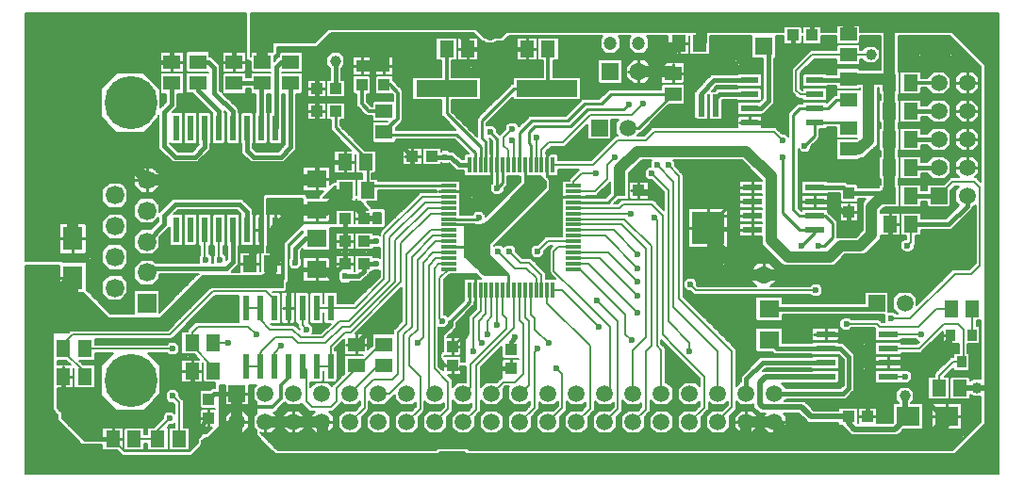
<source format=gtl>
%FSLAX42Y42*%
%MOMM*%
G71*
G01*
G75*
G04 Layer_Physical_Order=1*
%ADD10C,0.20*%
%ADD11R,1.50X1.30*%
%ADD12R,0.30X1.45*%
%ADD13R,1.30X1.50*%
%ADD14C,1.00*%
%ADD15R,1.55X0.60*%
%ADD16R,1.80X1.60*%
%ADD17R,0.85X1.00*%
%ADD18R,1.80X0.60*%
%ADD19R,5.50X1.50*%
%ADD20R,1.45X0.30*%
%ADD21R,0.60X2.00*%
%ADD22R,3.00X3.00*%
%ADD23R,1.00X1.10*%
%ADD24R,0.60X2.20*%
%ADD25R,1.10X1.00*%
%ADD26R,1.80X2.15*%
%ADD27R,2.15X1.80*%
%ADD28R,0.60X2.25*%
%ADD29C,1.00*%
%ADD30C,0.25*%
%ADD31C,0.40*%
%ADD32C,0.50*%
%ADD33C,0.30*%
%ADD34C,0.25*%
%ADD35R,1.50X1.50*%
%ADD36C,1.50*%
%ADD37R,1.60X1.60*%
%ADD38C,1.60*%
%ADD39C,1.20*%
%ADD40C,4.76*%
%ADD41R,1.69X1.69*%
%ADD42C,1.69*%
%ADD43C,0.60*%
D10*
X1715Y-2495D02*
G03*
X1687Y-2506I0J-40D01*
G01*
X4735Y-2350D02*
G03*
X4747Y-2378I40J0D01*
G01*
X5940Y-1500D02*
G03*
X5928Y-1472I-40J0D01*
G01*
X5100Y-950D02*
X5475D01*
X5575Y-850D01*
X4856Y-1194D02*
X5100Y-950D01*
X4731Y-1194D02*
X4856D01*
X4665Y-1260D02*
X4731Y-1194D01*
X4665Y-1397D02*
Y-1260D01*
X5800Y-1400D02*
X5900Y-1500D01*
X4400Y-1175D02*
X4415Y-1190D01*
Y-1397D02*
Y-1190D01*
X6248Y-3454D02*
Y-3073D01*
X5700Y-1400D02*
X5850Y-1550D01*
X4325Y-1150D02*
X4400Y-1075D01*
X4365Y-1397D02*
Y-1265D01*
X5350Y-1175D02*
X5600D01*
X6750Y-1100D02*
X6825Y-1175D01*
X5600D02*
X5675Y-1100D01*
X4765Y-1397D02*
X5128D01*
X5675Y-1100D02*
X6750D01*
X7620Y-105D02*
X7625Y-100D01*
X5740Y-3454D02*
Y-3065D01*
X5675Y-1875D02*
X5700Y-1900D01*
X4615Y-1397D02*
Y-1150D01*
X5128Y-1397D02*
X5350Y-1175D01*
X1575Y-3895D02*
Y-3800D01*
X813Y-3861D02*
X922Y-3970D01*
X4952Y-1834D02*
X5466D01*
X7094Y-406D02*
X7620D01*
X6990Y-765D02*
X7118D01*
X6950Y-550D02*
X7094Y-406D01*
X6950Y-725D02*
Y-550D01*
Y-725D02*
X6990Y-765D01*
X8433Y-3168D02*
X8450Y-3151D01*
X8357Y-3168D02*
X8433D01*
X7774Y-3048D02*
X8052D01*
X8230Y-3404D02*
Y-3295D01*
X8450Y-3151D02*
Y-2875D01*
X8400Y-2825D02*
X8450Y-2875D01*
X8275Y-2825D02*
X8400D01*
X8052Y-3048D02*
X8275Y-2825D01*
X8230Y-3295D02*
X8357Y-3168D01*
X8534Y-2921D02*
Y-2692D01*
X8528Y-2928D02*
X8534Y-2921D01*
X7400Y-2825D02*
X7675D01*
X8208Y-2692D02*
X8344D01*
X4765Y-2522D02*
X4847D01*
X5125Y-2800D02*
X5175Y-2850D01*
X8050D02*
X8208Y-2692D01*
X7700Y-2850D02*
X8050D01*
X7675Y-2825D02*
X7700Y-2850D01*
X7774Y-2921D02*
X8071D01*
X8075Y-2925D01*
X4952Y-2284D02*
X5084D01*
X8600Y-2300D02*
Y-1600D01*
X8525Y-2375D02*
X8600Y-2300D01*
X7923Y-3302D02*
X7925Y-3300D01*
X7774Y-3302D02*
X7923D01*
X5184Y-2234D02*
X5525Y-2575D01*
X4952Y-2234D02*
X5184D01*
X4110Y-2410D02*
X4119Y-2419D01*
X4110Y-2410D02*
X4119Y-2419D01*
X4075Y-2375D02*
X4110Y-2410D01*
X4110Y-2419D02*
X4119D01*
X4075Y-2375D02*
X4119Y-2419D01*
X4101D02*
X4110Y-2410D01*
X4081Y-2419D02*
X4100Y-2400D01*
X4061Y-2419D02*
X4090Y-2390D01*
X4070Y-2419D02*
X4110D01*
X3930Y-2375D02*
X4075D01*
X4055D02*
X4099Y-2419D01*
X4041D02*
X4080Y-2380D01*
X4035Y-2375D02*
X4079Y-2419D01*
X4070D02*
X4110D01*
X4060D02*
X4070D01*
X4064Y-2624D02*
X4075Y-2635D01*
Y-2690D02*
Y-2624D01*
X4060D02*
X4070D01*
X4057Y-2643D02*
X4075Y-2625D01*
X4057Y-2637D02*
X4075Y-2655D01*
X4020Y-2419D02*
X4060D01*
X4057Y-2657D02*
X4075Y-2675D01*
X4030Y-2735D02*
X4075Y-2690D01*
X4047Y-2667D02*
X4072Y-2693D01*
X4021Y-2419D02*
X4065Y-2375D01*
X4020Y-2419D02*
X4060D01*
X4015Y-2375D02*
X4059Y-2419D01*
X4001D02*
X4045Y-2375D01*
X3995D02*
X4039Y-2419D01*
X3981D02*
X4025Y-2375D01*
X3975D02*
X4019Y-2419D01*
X3955Y-2375D02*
X3999Y-2419D01*
X3970D02*
X4020D01*
X3935Y-2375D02*
X3979Y-2419D01*
X3919Y-2379D02*
X3970Y-2430D01*
Y-2430D02*
X3981Y-2419D01*
X3970Y-2617D02*
Y-2419D01*
X4057Y-2657D02*
Y-2624D01*
Y-2657D02*
Y-2624D01*
X4036Y-2678D02*
X4057Y-2657D01*
X4036Y-2678D02*
X4057Y-2657D01*
X4037Y-2677D02*
X4062Y-2703D01*
X4027Y-2687D02*
X4052Y-2713D01*
X4017Y-2697D02*
X4042Y-2723D01*
X4007Y-2707D02*
X4032Y-2733D01*
X3997Y-2717D02*
X4022Y-2743D01*
X4010Y-2755D02*
X4030Y-2735D01*
X4010Y-2755D02*
X4030Y-2735D01*
X3987Y-2727D02*
X4012Y-2753D01*
X3977Y-2737D02*
X4010Y-2770D01*
Y-2795D02*
Y-2755D01*
X3967Y-2747D02*
X4010Y-2790D01*
Y-2795D02*
Y-2755D01*
X3957Y-2757D02*
X4010Y-2810D01*
X3947Y-2767D02*
X4010Y-2830D01*
Y-2910D02*
Y-2795D01*
X3937Y-2777D02*
X4010Y-2850D01*
X3927Y-2787D02*
X4010Y-2870D01*
X3917Y-2797D02*
X4010Y-2890D01*
X3907Y-2807D02*
X4010Y-2910D01*
X3935Y-2945D02*
X4010Y-2870D01*
X3915Y-2945D02*
X4010Y-2850D01*
X3941Y-2959D02*
X4010Y-2890D01*
X3975Y-2975D02*
X4010Y-2910D01*
X3941Y-2979D02*
X4010Y-2910D01*
X3941Y-2961D02*
X3975Y-2995D01*
X3941Y-2999D02*
X3987Y-2953D01*
X3941Y-2981D02*
X3975Y-3015D01*
X3941Y-3019D02*
X3975Y-2985D01*
X3941Y-3001D02*
X3975Y-3035D01*
X3941Y-3039D02*
X3975Y-3005D01*
X3941Y-3021D02*
X3975Y-3055D01*
X3941Y-3059D02*
X3975Y-3025D01*
X3941Y-3041D02*
X3975Y-3075D01*
X3941Y-3079D02*
X3975Y-3045D01*
X3941Y-3061D02*
X3975Y-3095D01*
X3941Y-3099D02*
X3975Y-3065D01*
X3941Y-3115D02*
Y-2945D01*
Y-3081D02*
X3975Y-3115D01*
X3941Y-3119D02*
X3975Y-3085D01*
X3941Y-3101D02*
X3975Y-3135D01*
Y-3165D02*
Y-2975D01*
X3925Y-2945D02*
X3941Y-2961D01*
X3925Y-3115D02*
X3941Y-3099D01*
X3935Y-3115D02*
X3941Y-3121D01*
Y-3139D02*
X3975Y-3105D01*
X3941Y-3121D02*
X3975Y-3155D01*
X3941Y-3165D02*
Y-3115D01*
Y-3159D02*
X3975Y-3125D01*
X3955Y-3165D02*
X3975Y-3145D01*
X3941Y-3141D02*
X3965Y-3165D01*
X3960Y-3980D02*
X3975Y-3995D01*
Y-4050D02*
Y-3980D01*
X3950Y-4050D02*
X3975Y-4025D01*
X3941Y-3165D02*
X3975D01*
X3940Y-3980D02*
X3975Y-4015D01*
X3920Y-3980D02*
X3975Y-4035D01*
X3910Y-4050D02*
X3975Y-3985D01*
X3930Y-4050D02*
X3975Y-4005D01*
X3900Y-3980D02*
X3970Y-4050D01*
X3899Y-2379D02*
X3970Y-2450D01*
X3879Y-2379D02*
X3970Y-2470D01*
X3859Y-2379D02*
X3970Y-2490D01*
X3841Y-2381D02*
X3970Y-2510D01*
X3831Y-2391D02*
X3970Y-2530D01*
X3821Y-2401D02*
X3970Y-2550D01*
X3811Y-2411D02*
X3970Y-2570D01*
X3790Y-2570D02*
X3985Y-2375D01*
X3801Y-2421D02*
X3970Y-2590D01*
X3790Y-2550D02*
X3965Y-2375D01*
X3790Y-2590D02*
X4005Y-2375D01*
X3791Y-2431D02*
X3970Y-2610D01*
X3790Y-2610D02*
X3970Y-2430D01*
X3790Y-2630D02*
X3970Y-2450D01*
X3800Y-2740D02*
X3970Y-2570D01*
X3790Y-2450D02*
X3963Y-2623D01*
X3833Y-2753D02*
X3970Y-2617D01*
X3812Y-2748D02*
X3970Y-2590D01*
X3897Y-2817D02*
X4036Y-2678D01*
X3822Y-2758D02*
X3970Y-2610D01*
X3790Y-2650D02*
X3970Y-2470D01*
X3790Y-2670D02*
X3970Y-2490D01*
X3790Y-2470D02*
X3953Y-2633D01*
X3790Y-2690D02*
X3970Y-2510D01*
X3790Y-2710D02*
X3970Y-2530D01*
X3790Y-2730D02*
X3970Y-2550D01*
X3842Y-2379D02*
X3930D01*
X3790Y-2470D02*
X3881Y-2379D01*
X3790Y-2450D02*
X3861Y-2379D01*
X3790Y-2431D02*
X3842Y-2379D01*
X3790Y-2530D02*
X3945Y-2375D01*
X3790Y-2510D02*
X3921Y-2379D01*
X3790Y-2490D02*
X3901Y-2379D01*
X3790Y-2490D02*
X3943Y-2643D01*
X3790Y-2510D02*
X3933Y-2653D01*
X3790Y-2530D02*
X3923Y-2663D01*
X3790Y-2550D02*
X3913Y-2673D01*
X3790Y-2570D02*
X3903Y-2683D01*
X3790Y-2740D02*
Y-2431D01*
Y-2590D02*
X3893Y-2693D01*
X3790Y-2610D02*
X3883Y-2703D01*
X3790Y-2630D02*
X3873Y-2713D01*
X3826Y-2761D02*
X3833Y-2753D01*
X3826Y-2761D02*
X3833Y-2753D01*
X3805Y-2740D02*
X3826Y-2761D01*
X3790Y-2650D02*
X3863Y-2723D01*
X3790Y-2670D02*
X3853Y-2733D01*
X3790Y-2690D02*
X3843Y-2743D01*
X3790Y-2710D02*
X3833Y-2753D01*
X3790Y-2730D02*
X3800Y-2740D01*
X3790D02*
X3805D01*
X3898Y-2842D02*
X4075Y-2665D01*
X3898Y-2862D02*
X4075Y-2685D01*
X3897Y-2817D02*
X4003Y-2923D01*
X3898Y-2838D02*
X3996Y-2936D01*
X3895Y-2945D02*
X4010Y-2830D01*
X3898Y-2858D02*
X3989Y-2949D01*
X3892Y-2872D02*
X3982Y-2962D01*
X3875Y-2945D02*
X4010Y-2810D01*
X3872Y-2892D02*
X3925Y-2945D01*
X3862Y-2902D02*
X3905Y-2945D01*
X3835D02*
X4010Y-2770D01*
X3855Y-2945D02*
X4010Y-2790D01*
X3882Y-2882D02*
X3975Y-2975D01*
X3890Y-4050D02*
X3960Y-3980D01*
X3880D02*
X3950Y-4050D01*
X3870D02*
X3940Y-3980D01*
X3860D02*
X3930Y-4050D01*
X3850D02*
X3920Y-3980D01*
X3818Y-2945D02*
X3941D01*
X3792Y-3115D02*
X3941D01*
X3792Y-3115D02*
X3941D01*
X3750Y-3980D02*
X3975D01*
X3750Y-4050D02*
X3975D01*
X3840Y-3980D02*
X3910Y-4050D01*
X3898Y-2866D02*
Y-2824D01*
X3875Y-2887D02*
X3897Y-2865D01*
X3852Y-2912D02*
X3885Y-2945D01*
X3842Y-2922D02*
X3865Y-2945D01*
X3832Y-2932D02*
X3845Y-2945D01*
X3818D02*
X3898Y-2866D01*
X3830Y-4050D02*
X3900Y-3980D01*
X3820D02*
X3890Y-4050D01*
X3810D02*
X3880Y-3980D01*
X3800D02*
X3870Y-4050D01*
X3790D02*
X3860Y-3980D01*
X3780D02*
X3850Y-4050D01*
X3770D02*
X3840Y-3980D01*
X3750Y-4030D02*
X3800Y-3980D01*
X3760D02*
X3830Y-4050D01*
X3750Y-4050D02*
X3820Y-3980D01*
X3750Y-4050D02*
X3820Y-3980D01*
X3750Y-4010D02*
X3780Y-3980D01*
X3750Y-3990D02*
X3760Y-3980D01*
X3750Y-4050D02*
Y-3980D01*
Y-3990D02*
X3810Y-4050D01*
X3750Y-4010D02*
X3790Y-4050D01*
X3750Y-4030D02*
X3770Y-4050D01*
X3750Y-2411D02*
X3827Y-2334D01*
X3750Y-2775D02*
X3775Y-2800D01*
X3750Y-2775D02*
Y-2411D01*
X4600Y-3579D02*
Y-3080D01*
X4630Y-3050D01*
X4265Y-2840D02*
Y-2522D01*
X4470Y-3708D02*
X4600Y-3579D01*
X4315Y-2740D02*
Y-2522D01*
X4321Y-2898D02*
X4350Y-2868D01*
X4025Y-3193D02*
X4321Y-2898D01*
X3962Y-3454D02*
X4025Y-3392D01*
X4350Y-2868D02*
Y-2775D01*
X4315Y-2740D02*
X4350Y-2775D01*
X3250Y-2425D02*
Y-2025D01*
X2642Y-2684D02*
X2991D01*
X3591Y-1684D02*
X3827D01*
X3250Y-2025D02*
X3591Y-1684D01*
X3450Y-2825D02*
Y-2200D01*
X3666Y-1984D02*
X3827D01*
X3450Y-2200D02*
X3666Y-1984D01*
X2946Y-3708D02*
X3075Y-3580D01*
X3500Y-2850D02*
Y-2225D01*
X3691Y-2034D02*
X3827D01*
X3500Y-2225D02*
X3691Y-2034D01*
X3200Y-3454D02*
X3296D01*
X3550Y-2875D02*
Y-2250D01*
X3716Y-2084D02*
X3827D01*
X3550Y-2250D02*
X3716Y-2084D01*
X3454Y-3708D02*
X3575Y-3588D01*
X2600Y-3575D02*
X2770D01*
X2825Y-3520D02*
Y-3400D01*
X2770Y-3575D02*
X2825Y-3520D01*
X2515Y-3209D02*
X2550Y-3244D01*
X922Y-3970D02*
X1500D01*
X1575Y-3895D01*
X450Y-2925D02*
X1325D01*
X1446Y-2804D02*
X1715Y-2535D01*
X1325Y-2925D02*
X1446Y-2804D01*
X7980Y-2095D02*
Y-1930D01*
X7950Y-2125D02*
X7980Y-2095D01*
X5309Y-1984D02*
X5525Y-2200D01*
X4952Y-1984D02*
X5309D01*
X4325Y-1225D02*
Y-1150D01*
Y-1225D02*
X4365Y-1265D01*
X4600Y-2875D02*
X4725Y-3000D01*
X4565Y-2740D02*
X4600Y-2775D01*
X4565Y-2740D02*
Y-2522D01*
X4600Y-2875D02*
Y-2775D01*
X4165Y-2735D02*
Y-2522D01*
X4800Y-3225D02*
X4850Y-3275D01*
X4724Y-3708D02*
X4850Y-3583D01*
X4100Y-2975D02*
X4125Y-3000D01*
X4115Y-2710D02*
Y-2522D01*
X4050Y-3075D02*
Y-2775D01*
X4215Y-2760D02*
Y-2522D01*
X4175Y-2925D02*
Y-2800D01*
X4215Y-2760D01*
X4100Y-2975D02*
Y-2800D01*
X4850Y-3583D02*
Y-3275D01*
X4025Y-3392D02*
Y-3193D01*
X4415Y-2860D02*
Y-2522D01*
X4075Y-3596D02*
Y-3200D01*
X4415Y-2860D01*
X3962Y-3708D02*
X4075Y-3596D01*
X5234Y-2034D02*
X5525Y-2325D01*
X4952Y-2034D02*
X5234D01*
X6050Y-2525D02*
X7125D01*
X6000Y-2475D02*
X6050Y-2525D01*
X5259Y-2184D02*
X5525Y-2450D01*
X4952Y-2184D02*
X5259D01*
X5084Y-2284D02*
X5525Y-2725D01*
X5163Y-2613D02*
X5350Y-2800D01*
X5350Y-3591D02*
Y-2800D01*
X5232Y-3708D02*
X5350Y-3591D01*
X4716Y-2084D02*
X4952D01*
X4625Y-2175D02*
X4716Y-2084D01*
X5025Y-1475D02*
X5150D01*
X4952Y-1584D02*
Y-1548D01*
X5009Y-2334D02*
X5418Y-2743D01*
X4952Y-2334D02*
X5009D01*
X5418Y-2918D02*
Y-2743D01*
X5800Y-2800D02*
X5994Y-2994D01*
Y-3075D02*
Y-2994D01*
X5250Y-1400D02*
X5325Y-1325D01*
X5650Y-1475D02*
X5800Y-1625D01*
X4952Y-1634D02*
X5141D01*
X4986Y-2561D02*
X5275Y-2850D01*
X5232Y-3454D02*
X5275Y-3412D01*
X4816Y-2134D02*
X4952D01*
X4775Y-2350D02*
X4986Y-2561D01*
X5275Y-3412D02*
Y-2850D01*
X4847Y-2522D02*
X5125Y-2800D01*
X4775Y-2350D02*
Y-2175D01*
X2261Y-3089D02*
X2325Y-3025D01*
X2261Y-3209D02*
Y-3089D01*
X1219Y-3781D02*
X1325Y-3675D01*
X1219Y-3861D02*
Y-3781D01*
X2991Y-2684D02*
X3250Y-2425D01*
X3300Y-2437D02*
Y-2050D01*
X3616Y-1734D02*
X3827D01*
X2850Y-2800D02*
X2937D01*
X2834Y-2816D02*
X2850Y-2800D01*
X2700Y-2950D02*
X2834Y-2816D01*
X2937Y-2800D02*
X3300Y-2437D01*
X3350Y-2443D02*
Y-2075D01*
X2725Y-3000D02*
X2875Y-2850D01*
X3641Y-1784D02*
X3827D01*
X2875Y-2850D02*
X2943D01*
X2134Y-3209D02*
Y-3091D01*
X2943Y-2850D02*
X3350Y-2443D01*
X3400Y-2450D02*
Y-2100D01*
X3666Y-1834D02*
X3827D01*
X2900Y-2900D02*
X2950D01*
X2769Y-3031D02*
X2900Y-2900D01*
X2769Y-3209D02*
Y-3031D01*
X2950Y-2900D02*
X3400Y-2450D01*
X1409Y-3861D02*
Y-3534D01*
X1350Y-3475D02*
X1409Y-3534D01*
X560Y-3050D02*
X1350D01*
X370Y-3070D02*
Y-3005D01*
X560Y-3300D02*
Y-3260D01*
X370Y-3070D02*
X560Y-3260D01*
X370Y-3005D02*
X450Y-2925D01*
X2261Y-2684D02*
Y-2611D01*
X2185Y-2535D02*
X2261Y-2611D01*
X1715Y-2535D02*
X2185D01*
X1524Y-3024D02*
Y-2901D01*
X2515Y-2840D02*
X2550Y-2875D01*
X2515Y-2840D02*
Y-2684D01*
X2025Y-2850D02*
X2100Y-2925D01*
X1714Y-3251D02*
Y-3214D01*
X1524Y-3024D02*
X1714Y-3214D01*
X2225Y-2875D02*
X2425D01*
X2500Y-2950D01*
X2700D01*
X1575Y-2850D02*
X2025D01*
X2275Y-2950D02*
X2425D01*
X2475Y-3000D01*
X2725D01*
X1524Y-2901D02*
X1575Y-2850D01*
X1847Y-2997D02*
X1850Y-3000D01*
X1714Y-2997D02*
X1847D01*
X1003Y-3861D02*
X1219D01*
X3200Y-3200D02*
X3250D01*
X2946Y-3454D02*
Y-3454D01*
X3200Y-3200D01*
X3215Y-3010D02*
X3250D01*
X3000Y-3200D02*
X3025D01*
X3000Y-3225D02*
Y-3200D01*
X3025D02*
X3215Y-3010D01*
X2550Y-3525D02*
Y-3244D01*
Y-3525D02*
X2600Y-3575D01*
X2825Y-3400D02*
X3000Y-3225D01*
X3375Y-3275D02*
Y-2900D01*
X3075Y-3400D02*
X3150Y-3325D01*
X3325D01*
X3375Y-3275D01*
X3425Y-3325D02*
Y-2925D01*
X3296Y-3454D02*
X3425Y-3325D01*
X2642Y-3209D02*
X2769D01*
X3375Y-2900D02*
X3450Y-2825D01*
X3425Y-2925D02*
X3500Y-2850D01*
X3475Y-3200D02*
X3575Y-3300D01*
X3475Y-3200D02*
Y-2950D01*
X3550Y-2875D01*
X2157Y-3068D02*
X2275Y-2950D01*
X2134Y-3091D02*
X2157Y-3068D01*
X2007Y-2684D02*
X2134D01*
Y-2784D02*
Y-2684D01*
Y-2784D02*
X2225Y-2875D01*
X3075Y-3580D02*
Y-3400D01*
X3575Y-3588D02*
Y-3300D01*
X3600Y-2950D02*
Y-2275D01*
X3691Y-2184D02*
X3827D01*
X3550Y-3000D02*
X3600Y-2950D01*
X3300Y-2050D02*
X3616Y-1734D01*
X2007Y-3209D02*
X2134D01*
X3350Y-2075D02*
X3641Y-1784D01*
X3400Y-2100D02*
X3666Y-1834D01*
X3600Y-2275D02*
X3691Y-2184D01*
X3650Y-2300D02*
X3716Y-2234D01*
X3650Y-3396D02*
Y-2300D01*
Y-3396D02*
X3708Y-3454D01*
X3716Y-2234D02*
X3827D01*
X3700Y-2325D02*
X3741Y-2284D01*
X3700Y-3225D02*
Y-2325D01*
Y-3225D02*
X3825Y-3350D01*
Y-3592D02*
Y-3350D01*
X3708Y-3708D02*
X3825Y-3592D01*
X3741Y-2284D02*
X3827D01*
X4550Y-3375D02*
Y-2800D01*
X4515Y-2765D02*
X4550Y-2800D01*
X4470Y-3454D02*
X4550Y-3375D01*
X4515Y-2765D02*
Y-2522D01*
X4465Y-2790D02*
X4500Y-2825D01*
Y-3275D02*
Y-2825D01*
X4425Y-3350D02*
X4500Y-3275D01*
X4321Y-3350D02*
X4425D01*
X4216Y-3454D02*
X4321Y-3350D01*
X4465Y-2790D02*
Y-2522D01*
X4775Y-2175D02*
X4816Y-2134D01*
X4715Y-2640D02*
Y-2522D01*
X4978Y-3708D02*
X5100Y-3587D01*
X4715Y-2640D02*
X5100Y-3025D01*
Y-3587D02*
Y-3025D01*
X4425Y-2325D02*
X4525D01*
X4615Y-2415D01*
X4475Y-2275D02*
X4550D01*
X1765Y-2240D02*
X1775Y-2250D01*
X1765Y-2240D02*
Y-1982D01*
X4665Y-2522D02*
Y-2390D01*
X4550Y-2275D02*
X4665Y-2390D01*
X4375Y-2175D02*
X4475Y-2275D01*
X1638Y-2238D02*
X1650Y-2250D01*
X1638Y-2238D02*
Y-1982D01*
X4275Y-2175D02*
X4425Y-2325D01*
X4615Y-2522D02*
Y-2415D01*
X4015Y-2535D02*
Y-2522D01*
X4050Y-2775D02*
X4115Y-2710D01*
X4100Y-2800D02*
X4165Y-2735D01*
X5366Y-1784D02*
X5400Y-1750D01*
X6125Y-3578D02*
Y-3300D01*
X4952Y-1548D02*
X5025Y-1475D01*
X5400Y-1750D02*
X5650D01*
X5250Y-1525D02*
Y-1400D01*
X5141Y-1634D02*
X5250Y-1525D01*
X6248Y-3702D02*
X6375Y-3575D01*
Y-3075D01*
X6248Y-3708D02*
Y-3702D01*
X4952Y-1784D02*
X5366D01*
X5994Y-3708D02*
X6125Y-3578D01*
X5863Y-3038D02*
X6125Y-3300D01*
X5750Y-2925D02*
Y-1850D01*
X5650Y-1750D02*
X5750Y-1850D01*
Y-2925D02*
X5863Y-3038D01*
X5850Y-2675D02*
X6248Y-3073D01*
X5900Y-2600D02*
X6375Y-3075D01*
X5800Y-2800D02*
Y-1625D01*
X5850Y-2675D02*
Y-1550D01*
X5900Y-2600D02*
Y-1500D01*
X5700Y-3025D02*
X5740Y-3065D01*
X5700Y-3025D02*
Y-1900D01*
X5650Y-3025D02*
Y-2125D01*
X4952Y-1884D02*
X5409D01*
X5486Y-3708D02*
X5600Y-3595D01*
Y-3075D01*
X5650Y-3025D01*
X5409Y-1884D02*
X5650Y-2125D01*
X5600Y-2950D02*
Y-2150D01*
X4952Y-1934D02*
X5384D01*
X5486Y-3064D02*
X5600Y-2950D01*
X5384Y-1934D02*
X5600Y-2150D01*
X5486Y-3454D02*
Y-3064D01*
X8550Y-1550D02*
X8600Y-1600D01*
X8356Y-1550D02*
X8550D01*
X3985Y-2225D02*
X4150Y-2390D01*
X3975Y-2195D02*
X4170Y-2390D01*
X3975Y-2225D02*
X3985D01*
X3975Y-2215D02*
X3985Y-2225D01*
X4090Y-2330D02*
X4197Y-2223D01*
X4100Y-2340D02*
X4208Y-2233D01*
X4080Y-2320D02*
X4196Y-2204D01*
X4070Y-2310D02*
X4196Y-2184D01*
X3975Y-2175D02*
X4190Y-2390D01*
X3975Y-2155D02*
X4210Y-2390D01*
X3975Y-2225D02*
Y-1934D01*
X4030Y-2270D02*
X4196Y-2104D01*
X4060Y-2300D02*
X4196Y-2164D01*
X4060Y-2300D02*
X4196Y-2164D01*
X4050Y-2290D02*
X4196Y-2144D01*
X4040Y-2280D02*
X4196Y-2124D01*
X3975Y-2135D02*
X4230Y-2390D01*
X3975Y-2115D02*
X4250Y-2390D01*
X4110Y-2350D02*
X4217Y-2242D01*
X4120Y-2360D02*
X4228Y-2252D01*
X4150Y-2390D02*
X4258Y-2283D01*
X4150Y-2390D02*
X4365D01*
X4130Y-2370D02*
X4238Y-2262D01*
X4140Y-2380D02*
X4247Y-2273D01*
X3975Y-2095D02*
X4270Y-2390D01*
X3975Y-2075D02*
X4290Y-2390D01*
X3975Y-2055D02*
X4310Y-2390D01*
X3975Y-2035D02*
X4330Y-2390D01*
X3975Y-2015D02*
X4350Y-2390D01*
X4020Y-2260D02*
X4700Y-1580D01*
X3975Y-2225D02*
X4675Y-1525D01*
X4010Y-2250D02*
X4700Y-1560D01*
X4000Y-2240D02*
X4695Y-1545D01*
X3975Y-1995D02*
X4196Y-2216D01*
X3975Y-1975D02*
X4196Y-2196D01*
X3975Y-1945D02*
X3986Y-1934D01*
X3975Y-1955D02*
X4196Y-2176D01*
X3975Y-2005D02*
X4046Y-1934D01*
X3975Y-2025D02*
X4066Y-1934D01*
X3975Y-1965D02*
X4006Y-1934D01*
X3975Y-1985D02*
X4026Y-1934D01*
X3975Y-2065D02*
X4105Y-1935D01*
X3975Y-2085D02*
X4125Y-1935D01*
X3975Y-1934D02*
X4069D01*
X3975Y-2045D02*
X4085Y-1935D01*
X3975Y-2105D02*
X4146Y-1934D01*
X3975Y-1935D02*
X4196Y-2156D01*
X4070Y-1935D02*
X4130D01*
X4131Y-1934D02*
X4150D01*
X3994D02*
X4196Y-2136D01*
X4014Y-1934D02*
X4196Y-2116D01*
X4034Y-1934D02*
X4200Y-2100D01*
X4054Y-1934D02*
X4210Y-2090D01*
X4075Y-1935D02*
X4220Y-2080D01*
X4095Y-1935D02*
X4230Y-2070D01*
X4115Y-1935D02*
X4240Y-2060D01*
X4134Y-1934D02*
X4250Y-2050D01*
X3975Y-2185D02*
X4655Y-1505D01*
X3975Y-2205D02*
X4665Y-1515D01*
X3975Y-2125D02*
X4600Y-1500D01*
X3975Y-2145D02*
X4620Y-1500D01*
X3975Y-2165D02*
X4640Y-1500D01*
X3990Y-2230D02*
X4685Y-1535D01*
X4150Y-1934D02*
X4200Y-1884D01*
X4152Y-1932D02*
X4260Y-2040D01*
X4162Y-1922D02*
X4270Y-2030D01*
X4170Y-2390D02*
X4267Y-2292D01*
X4190Y-2390D02*
X4278Y-2302D01*
X4210Y-2390D02*
X4288Y-2312D01*
X4230Y-2390D02*
X4297Y-2323D01*
X4250Y-2390D02*
X4308Y-2333D01*
X4270Y-2390D02*
X4317Y-2342D01*
X4290Y-2390D02*
X4328Y-2352D01*
X4310Y-2390D02*
X4338Y-2362D01*
X4196Y-2221D02*
Y-2104D01*
X4172Y-1912D02*
X4280Y-2020D01*
X4182Y-1902D02*
X4290Y-2010D01*
X4192Y-1892D02*
X4300Y-2000D01*
X4202Y-1882D02*
X4310Y-1990D01*
X4212Y-1872D02*
X4320Y-1980D01*
X4222Y-1862D02*
X4330Y-1970D01*
X4232Y-1852D02*
X4340Y-1960D01*
X4242Y-1842D02*
X4350Y-1950D01*
X4196Y-2221D02*
X4365Y-2390D01*
X4252Y-1832D02*
X4360Y-1940D01*
X4262Y-1822D02*
X4370Y-1930D01*
X4330Y-2390D02*
X4347Y-2373D01*
X4350Y-2390D02*
X4358Y-2383D01*
X4272Y-1812D02*
X4380Y-1920D01*
X4282Y-1802D02*
X4390Y-1910D01*
X4292Y-1792D02*
X4400Y-1900D01*
X4196Y-2104D02*
X4700Y-1600D01*
X4302Y-1782D02*
X4410Y-1890D01*
X4200Y-1884D02*
X4515Y-1569D01*
X4312Y-1772D02*
X4420Y-1880D01*
X4322Y-1762D02*
X4430Y-1870D01*
X4332Y-1752D02*
X4440Y-1860D01*
X4342Y-1742D02*
X4450Y-1850D01*
X4352Y-1732D02*
X4460Y-1840D01*
X4362Y-1722D02*
X4470Y-1830D01*
X4372Y-1712D02*
X4480Y-1820D01*
X4382Y-1702D02*
X4490Y-1810D01*
X4392Y-1692D02*
X4500Y-1800D01*
X4402Y-1682D02*
X4510Y-1790D01*
X4412Y-1672D02*
X4520Y-1780D01*
X4422Y-1662D02*
X4530Y-1770D01*
X4432Y-1652D02*
X4540Y-1760D01*
X4442Y-1642D02*
X4550Y-1750D01*
X4452Y-1632D02*
X4560Y-1740D01*
X4462Y-1622D02*
X4570Y-1730D01*
X4472Y-1612D02*
X4580Y-1720D01*
X4515Y-1569D02*
Y-1500D01*
Y-1565D02*
X4580Y-1500D01*
X4515Y-1525D02*
X4540Y-1500D01*
X4515Y-1545D02*
X4560Y-1500D01*
X4482Y-1602D02*
X4590Y-1710D01*
X4492Y-1592D02*
X4600Y-1700D01*
X4502Y-1582D02*
X4610Y-1690D01*
X4512Y-1572D02*
X4620Y-1680D01*
X4515Y-1555D02*
X4630Y-1670D01*
X4515Y-1535D02*
X4640Y-1660D01*
X4515Y-1515D02*
X4650Y-1650D01*
X4700Y-1600D02*
Y-1550D01*
X4520Y-1500D02*
X4660Y-1640D01*
X4540Y-1500D02*
X4670Y-1630D01*
X4515Y-1500D02*
X4650D01*
X4560D02*
X4680Y-1620D01*
X4580Y-1500D02*
X4690Y-1610D01*
X4600Y-1500D02*
X4700Y-1600D01*
X4620Y-1500D02*
X4700Y-1580D01*
X4640Y-1500D02*
X4700Y-1560D01*
X4650Y-1500D02*
X4700Y-1550D01*
X5418Y-2918D02*
X5475Y-2975D01*
X7800Y-2775D02*
X7975D01*
X8230Y-1676D02*
X8356Y-1550D01*
X7975Y-2775D02*
X8375Y-2375D01*
X8525D01*
X30Y-4150D02*
X50Y-4170D01*
X30Y-4130D02*
X70Y-4170D01*
X30Y-4110D02*
X90Y-4170D01*
X30Y-4090D02*
X110Y-4170D01*
X30Y-4070D02*
X130Y-4170D01*
X30Y-4050D02*
X150Y-4170D01*
X30Y-4030D02*
X170Y-4170D01*
X30Y-4010D02*
X190Y-4170D01*
X30Y-3990D02*
X210Y-4170D01*
X30Y-3970D02*
X230Y-4170D01*
X30Y-3950D02*
X250Y-4170D01*
X30Y-3930D02*
X270Y-4170D01*
X30Y-3910D02*
X290Y-4170D01*
X30Y-3890D02*
X310Y-4170D01*
X30Y-3870D02*
X330Y-4170D01*
X30Y-3850D02*
X350Y-4170D01*
X130D02*
X463Y-3838D01*
X150Y-4170D02*
X473Y-3848D01*
X190Y-4170D02*
X493Y-3868D01*
X170Y-4170D02*
X483Y-3858D01*
X210Y-4170D02*
X503Y-3878D01*
X290Y-4170D02*
X549Y-3911D01*
X250Y-4170D02*
X523Y-3898D01*
X310Y-4170D02*
X569Y-3911D01*
X470Y-4170D02*
X718Y-3922D01*
X330Y-4170D02*
X589Y-3911D01*
X490Y-4170D02*
X718Y-3942D01*
X530Y-4170D02*
X734Y-3966D01*
X510Y-4170D02*
X718Y-3962D01*
X550Y-4170D02*
X754Y-3966D01*
X570Y-4170D02*
X774Y-3966D01*
X590Y-4170D02*
X794Y-3966D01*
X610Y-4170D02*
X814Y-3966D01*
X630Y-4170D02*
X834Y-3966D01*
X650Y-4170D02*
X854Y-3966D01*
X350Y-4170D02*
X609Y-3911D01*
X370Y-4170D02*
X629Y-3911D01*
X390Y-4170D02*
X649Y-3911D01*
X410Y-4170D02*
X669Y-3911D01*
X430Y-4170D02*
X689Y-3911D01*
X450Y-4170D02*
X709Y-3911D01*
X551D02*
X810Y-4170D01*
X571Y-3911D02*
X830Y-4170D01*
X591Y-3911D02*
X850Y-4170D01*
X611Y-3911D02*
X870Y-4170D01*
X631Y-3911D02*
X890Y-4170D01*
X651Y-3911D02*
X910Y-4170D01*
X536Y-3911D02*
X546D01*
X536D02*
X546D01*
X536D02*
X546D01*
X536D02*
X546D01*
X586D01*
X546D02*
X586D01*
X546D02*
X586D01*
X546D02*
X586D01*
X546D02*
X586D01*
X546D02*
X586D01*
X546D02*
X586D01*
X491Y-3866D02*
X511Y-3886D01*
X516Y-3891D02*
X531Y-3906D01*
X491Y-3866D02*
X511Y-3886D01*
X491Y-3866D02*
X511Y-3886D01*
X491Y-3866D02*
X511Y-3886D01*
X491Y-3866D02*
X511Y-3886D01*
X516Y-3891D02*
X531Y-3906D01*
X516Y-3891D02*
X531Y-3906D01*
X516Y-3891D02*
X531Y-3906D01*
X516Y-3891D02*
X531Y-3906D01*
X516Y-3891D02*
X531Y-3906D01*
X516Y-3891D02*
X531Y-3906D01*
X586Y-3911D02*
X626D01*
X586D02*
X626D01*
X586D02*
X626D01*
X586D02*
X626D01*
X586D02*
X626D01*
X678D01*
X670Y-4170D02*
X866Y-3974D01*
X710Y-4170D02*
X886Y-3994D01*
X690Y-4170D02*
X876Y-3984D01*
X626Y-3911D02*
X678D01*
X718Y-3966D02*
X858D01*
X718Y-3958D02*
X726Y-3966D01*
X678Y-3911D02*
X698D01*
X671D02*
X718Y-3958D01*
X691Y-3911D02*
X718Y-3938D01*
X678Y-3911D02*
X698D01*
X678D02*
X698D01*
X678D02*
X698D01*
X711D02*
X718Y-3918D01*
X698Y-3911D02*
X718D01*
X698D02*
X718D01*
X698D02*
X718D01*
X698D02*
X718D01*
X698D02*
X718D01*
X750Y-4170D02*
X910Y-4010D01*
X770Y-4170D02*
X930Y-4010D01*
X790Y-4170D02*
X950Y-4010D01*
X810Y-4170D02*
X970Y-4010D01*
X830Y-4170D02*
X990Y-4010D01*
X850Y-4170D02*
X1010Y-4010D01*
X870Y-4170D02*
X1030Y-4010D01*
X890Y-4170D02*
X1050Y-4010D01*
X910D02*
X1070Y-4170D01*
X910D02*
X1070Y-4010D01*
X930D02*
X1090Y-4170D01*
X730D02*
X896Y-4004D01*
X726Y-3966D02*
X930Y-4170D01*
X746Y-3966D02*
X950Y-4170D01*
X766Y-3966D02*
X970Y-4170D01*
X786Y-3966D02*
X990Y-4170D01*
X806Y-3966D02*
X1010Y-4170D01*
X826Y-3966D02*
X1030Y-4170D01*
X930D02*
X1090Y-4010D01*
X846Y-3966D02*
X1050Y-4170D01*
X950Y-4010D02*
X1110Y-4170D01*
X950D02*
X1110Y-4010D01*
X970D02*
X1130Y-4170D01*
X970D02*
X1130Y-4010D01*
X990D02*
X1150Y-4170D01*
X990D02*
X1150Y-4010D01*
X1010D02*
X1170Y-4170D01*
X1010D02*
X1170Y-4010D01*
X1030D02*
X1190Y-4170D01*
X1030D02*
X1190Y-4010D01*
X1050D02*
X1210Y-4170D01*
X1050D02*
X1210Y-4010D01*
X1070D02*
X1230Y-4170D01*
X1070D02*
X1230Y-4010D01*
X1090D02*
X1250Y-4170D01*
X1090D02*
X1250Y-4010D01*
X1110D02*
X1270Y-4170D01*
X1110D02*
X1270Y-4010D01*
X1130D02*
X1290Y-4170D01*
X1130D02*
X1290Y-4010D01*
X1150D02*
X1310Y-4170D01*
X1150D02*
X1310Y-4010D01*
X1170D02*
X1330Y-4170D01*
X1170D02*
X1330Y-4010D01*
X1190D02*
X1350Y-4170D01*
X1190D02*
X1350Y-4010D01*
X1210D02*
X1370Y-4170D01*
X882Y-3990D02*
X888Y-3996D01*
X882Y-3990D02*
X888Y-3996D01*
X882Y-3990D02*
X888Y-3996D01*
X882Y-3990D02*
X888Y-3996D01*
X882Y-3990D02*
X888Y-3996D01*
X882Y-3990D02*
X888Y-3996D01*
X882Y-3990D02*
X888Y-3996D01*
X882Y-3990D02*
X888Y-3996D01*
X888Y-3996D02*
X898Y-4006D01*
X882Y-3990D02*
X888Y-3996D01*
X882Y-3990D02*
X888Y-3996D01*
X882Y-3990D02*
X888Y-3996D01*
X868Y-3976D02*
X878Y-3986D01*
X868Y-3976D02*
X878Y-3986D01*
X868Y-3976D02*
X878Y-3986D01*
X718Y-3966D02*
Y-3911D01*
X868Y-3976D02*
X878Y-3986D01*
X858Y-3966D02*
X868Y-3976D01*
X888Y-3996D02*
X898Y-4006D01*
X888Y-3996D02*
X898Y-4006D01*
X888Y-3996D02*
X898Y-4006D01*
X868Y-3976D02*
X878Y-3986D01*
X888Y-3996D02*
X898Y-4006D01*
X868Y-3976D02*
X878Y-3986D01*
X902Y-4010D02*
X942D01*
X902D02*
X942D01*
X902D02*
X942D01*
X902D02*
X942D01*
X902D02*
X942D01*
X982D01*
X942D02*
X982D01*
X1210Y-4170D02*
X1370Y-4010D01*
X1230D02*
X1390Y-4170D01*
X942Y-4010D02*
X982D01*
X942D02*
X982D01*
X942D02*
X982D01*
X888Y-3996D02*
X898Y-4006D01*
X888Y-3996D02*
X898Y-4006D01*
X888Y-3996D02*
X898Y-4006D01*
X888Y-3996D02*
X898Y-4006D01*
X982Y-4010D02*
X1440D01*
X982D02*
X1440D01*
X1230Y-4170D02*
X1390Y-4010D01*
X1250D02*
X1410Y-4170D01*
X1250D02*
X1410Y-4010D01*
X1270D02*
X1430Y-4170D01*
X1270D02*
X1430Y-4010D01*
X1290D02*
X1450Y-4170D01*
X30Y-3830D02*
X370Y-4170D01*
X30Y-3810D02*
X390Y-4170D01*
X30Y-4070D02*
X363Y-3738D01*
X30Y-4110D02*
X383Y-3758D01*
X30Y-4090D02*
X373Y-3748D01*
X30Y-3970D02*
X320Y-3680D01*
X30Y-4050D02*
X353Y-3728D01*
X30Y-4010D02*
X333Y-3708D01*
X30Y-3910D02*
X308Y-3633D01*
X30Y-3950D02*
X320Y-3660D01*
X30Y-3930D02*
X318Y-3643D01*
X30Y-3850D02*
X278Y-3603D01*
X30Y-3890D02*
X298Y-3623D01*
X30Y-3870D02*
X288Y-3613D01*
X30Y-3830D02*
X275Y-3585D01*
X30Y-3810D02*
X275Y-3565D01*
X30Y-3790D02*
X275Y-3545D01*
X30Y-3770D02*
X275Y-3525D01*
X30Y-3750D02*
X275Y-3505D01*
X30Y-3730D02*
X275Y-3485D01*
X30Y-3710D02*
X275Y-3465D01*
X30Y-3690D02*
X275Y-3445D01*
X30Y-3390D02*
X320Y-3680D01*
X30Y-3790D02*
X410Y-4170D01*
X30D02*
X413Y-3788D01*
X30Y-4170D02*
X413Y-3788D01*
X30Y-4130D02*
X393Y-3768D01*
X30Y-4150D02*
X403Y-3778D01*
X30Y-3770D02*
X430Y-4170D01*
X30Y-3750D02*
X450Y-4170D01*
X30Y-3730D02*
X470Y-4170D01*
X30Y-3710D02*
X490Y-4170D01*
X30Y-3690D02*
X510Y-4170D01*
X30Y-3670D02*
X530Y-4170D01*
X30Y-3650D02*
X550Y-4170D01*
X30Y-3630D02*
X570Y-4170D01*
X30Y-3610D02*
X590Y-4170D01*
X30Y-3590D02*
X610Y-4170D01*
X30Y-3570D02*
X630Y-4170D01*
X30Y-3550D02*
X650Y-4170D01*
X30Y-3530D02*
X670Y-4170D01*
X30Y-3510D02*
X690Y-4170D01*
X30Y-3490D02*
X710Y-4170D01*
X30Y-3470D02*
X730Y-4170D01*
X30Y-3450D02*
X750Y-4170D01*
X30Y-3430D02*
X770Y-4170D01*
X30Y-3410D02*
X790Y-4170D01*
X30Y-3670D02*
X275Y-3425D01*
X30Y-3650D02*
X275Y-3405D01*
X30Y-3630D02*
X275Y-3385D01*
X30Y-3610D02*
X275Y-3365D01*
X30Y-3350D02*
X275Y-3595D01*
X30Y-3590D02*
X275Y-3345D01*
X30Y-3330D02*
X275Y-3575D01*
X30Y-3570D02*
X275Y-3325D01*
X30Y-3310D02*
X275Y-3555D01*
X30Y-3550D02*
X275Y-3305D01*
X30Y-3530D02*
X275Y-3285D01*
X30Y-3290D02*
X275Y-3535D01*
X30Y-3270D02*
X275Y-3515D01*
X30Y-3510D02*
X275Y-3265D01*
X30Y-3250D02*
X275Y-3495D01*
X30Y-3490D02*
X275Y-3245D01*
X30Y-3230D02*
X275Y-3475D01*
X30Y-3470D02*
X275Y-3225D01*
X30Y-3210D02*
X275Y-3455D01*
X30Y-3450D02*
X275Y-3205D01*
X30Y-3430D02*
X275Y-3185D01*
X30Y-3190D02*
X275Y-3435D01*
X30Y-3170D02*
X275Y-3415D01*
X30Y-3410D02*
X275Y-3165D01*
X30Y-3370D02*
X320Y-3660D01*
X30Y-3150D02*
X275Y-3395D01*
X30Y-3390D02*
X275Y-3145D01*
X30Y-3130D02*
X275Y-3375D01*
X30Y-3370D02*
X275Y-3125D01*
X30Y-3110D02*
X275Y-3355D01*
X30Y-3350D02*
X275Y-3105D01*
X30Y-3330D02*
X275Y-3085D01*
X30Y-3090D02*
X275Y-3335D01*
X30Y-3070D02*
X275Y-3315D01*
X30Y-3310D02*
X275Y-3065D01*
X30Y-3050D02*
X275Y-3295D01*
X30Y-3290D02*
X275Y-3045D01*
X30Y-3030D02*
X275Y-3275D01*
X30Y-3270D02*
X275Y-3025D01*
X30Y-3010D02*
X275Y-3255D01*
X30Y-3250D02*
X275Y-3005D01*
X30Y-3230D02*
X275Y-2985D01*
X30Y-2990D02*
X275Y-3235D01*
X30Y-2970D02*
X275Y-3215D01*
X30Y-3210D02*
X275Y-2965D01*
X30Y-2950D02*
X275Y-3195D01*
X30Y-3190D02*
X275Y-2945D01*
X320Y-3695D02*
Y-3685D01*
Y-3695D02*
Y-3685D01*
Y-3695D02*
Y-3685D01*
Y-3695D02*
Y-3685D01*
Y-3645D01*
Y-3685D02*
Y-3645D01*
Y-3685D02*
Y-3645D01*
Y-3685D02*
Y-3645D01*
Y-3685D02*
Y-3645D01*
Y-3685D02*
Y-3645D01*
Y-3685D02*
Y-3645D01*
X30Y-2930D02*
X275Y-3175D01*
X30Y-3170D02*
X275Y-2925D01*
X30Y-2910D02*
X275Y-3155D01*
X30Y-3150D02*
X275Y-2905D01*
X30Y-2890D02*
X275Y-3135D01*
X30Y-2870D02*
X275Y-3115D01*
X30Y-4170D02*
Y-2300D01*
X275Y-3600D02*
Y-2900D01*
X30Y-2850D02*
X275Y-3095D01*
X30Y-2830D02*
X275Y-3075D01*
X30Y-2810D02*
X275Y-3055D01*
X30Y-2790D02*
X275Y-3035D01*
X50Y-4170D02*
X423Y-3798D01*
X90Y-4170D02*
X443Y-3818D01*
X70Y-4170D02*
X433Y-3808D01*
X325Y-3700D02*
X340Y-3715D01*
X110Y-4170D02*
X453Y-3828D01*
X345Y-3720D02*
X365Y-3740D01*
X345Y-3720D02*
X365Y-3740D01*
X491Y-3866D01*
X365Y-3740D02*
X491Y-3866D01*
X345Y-3720D02*
X365Y-3740D01*
X345Y-3720D02*
X365Y-3740D01*
X345Y-3720D02*
X365Y-3740D01*
X275Y-3600D02*
X320Y-3645D01*
X30Y-3130D02*
X580Y-2580D01*
X30Y-3110D02*
X570Y-2570D01*
X30Y-3050D02*
X532Y-2548D01*
X30Y-3090D02*
X560Y-2560D01*
X30Y-3070D02*
X550Y-2550D01*
X325Y-3700D02*
X340Y-3715D01*
X325Y-3700D02*
X340Y-3715D01*
X325Y-3700D02*
X340Y-3715D01*
X325Y-3700D02*
X340Y-3715D01*
X325Y-3700D02*
X340Y-3715D01*
X325Y-3700D02*
X340Y-3715D01*
X30Y-2770D02*
X275Y-3015D01*
X30Y-2750D02*
X275Y-2995D01*
X30Y-2730D02*
X275Y-2975D01*
X30Y-2710D02*
X275Y-2955D01*
X30Y-2690D02*
X275Y-2935D01*
X30Y-2670D02*
X275Y-2915D01*
X30Y-2650D02*
X280Y-2900D01*
X30Y-2630D02*
X300Y-2900D01*
X30Y-2610D02*
X320Y-2900D01*
X275D02*
X415D01*
X430Y-2885D01*
X415Y-2900D02*
X430Y-2885D01*
X30Y-2590D02*
X340Y-2900D01*
X30Y-2910D02*
X392Y-2548D01*
X30Y-2930D02*
X412Y-2548D01*
X30Y-2570D02*
X360Y-2900D01*
X30Y-2550D02*
X380Y-2900D01*
X30Y-2890D02*
X372Y-2548D01*
X30Y-2530D02*
X400Y-2900D01*
X30Y-2950D02*
X432Y-2548D01*
X30Y-2970D02*
X452Y-2548D01*
X30Y-2510D02*
X417Y-2898D01*
X30Y-2490D02*
X427Y-2888D01*
X30Y-2470D02*
X445Y-2885D01*
X30Y-2990D02*
X472Y-2548D01*
X30Y-3010D02*
X492Y-2548D01*
X30Y-3030D02*
X512Y-2548D01*
X280Y-2900D02*
X590Y-2590D01*
X320Y-2900D02*
X610Y-2610D01*
X300Y-2900D02*
X600Y-2600D01*
X340Y-2900D02*
X620Y-2620D01*
X380Y-2900D02*
X640Y-2640D01*
X360Y-2900D02*
X630Y-2630D01*
X400Y-2900D02*
X650Y-2650D01*
X348Y-2548D02*
X685Y-2885D01*
X368Y-2548D02*
X705Y-2885D01*
X30Y-2450D02*
X465Y-2885D01*
X30Y-2430D02*
X485Y-2885D01*
X30Y-2410D02*
X505Y-2885D01*
X30Y-2390D02*
X525Y-2885D01*
X30Y-2370D02*
X545Y-2885D01*
X30Y-2350D02*
X565Y-2885D01*
X30Y-2330D02*
X585Y-2885D01*
X30Y-2310D02*
X605Y-2885D01*
X40Y-2300D02*
X625Y-2885D01*
X60Y-2300D02*
X645Y-2885D01*
X388Y-2548D02*
X725Y-2885D01*
X80Y-2300D02*
X665Y-2885D01*
X1290Y-4170D02*
X1450Y-4010D01*
X1310D02*
X1470Y-4170D01*
X1310D02*
X1470Y-4010D01*
X1330D02*
X1490Y-4170D01*
X1330D02*
X1490Y-4010D01*
X1350D02*
X1510Y-4170D01*
X1350D02*
X1510Y-4010D01*
X1370D02*
X1530Y-4170D01*
X1440Y-4010D02*
X1480D01*
X1440D02*
X1480D01*
X1390D02*
X1550Y-4170D01*
X1410Y-4010D02*
X1570Y-4170D01*
X1430Y-4010D02*
X1590Y-4170D01*
X1450Y-4010D02*
X1610Y-4170D01*
X1470Y-4010D02*
X1630Y-4170D01*
X1490Y-4010D02*
X1650Y-4170D01*
X1510Y-4010D02*
X1670Y-4170D01*
X1525Y-4005D02*
X1690Y-4170D01*
X1535Y-3995D02*
X1710Y-4170D01*
X1545Y-3985D02*
X1730Y-4170D01*
X1555Y-3975D02*
X1750Y-4170D01*
X1565Y-3965D02*
X1770Y-4170D01*
X1575Y-3955D02*
X1790Y-4170D01*
X1585Y-3945D02*
X1810Y-4170D01*
X30D02*
X8770D01*
X2010D02*
X2227Y-3953D01*
X2030Y-4170D02*
X2238Y-3963D01*
X2070Y-4170D02*
X2258Y-3983D01*
X2050Y-4170D02*
X2248Y-3973D01*
X2090Y-4170D02*
X2267Y-3993D01*
X2110Y-4170D02*
X2280Y-4000D01*
X2130Y-4170D02*
X2300Y-4000D01*
X2150Y-4170D02*
X2320Y-4000D01*
X2170Y-4170D02*
X2340Y-4000D01*
X2190Y-4170D02*
X2360Y-4000D01*
X1595Y-3935D02*
X1830Y-4170D01*
X1605Y-3925D02*
X1850Y-4170D01*
X1615Y-3915D02*
X1870Y-4170D01*
X1615Y-3895D02*
X1890Y-4170D01*
X1870D02*
X2158Y-3883D01*
X1617Y-3878D02*
X1910Y-4170D01*
X1890D02*
X2168Y-3893D01*
X1930Y-4170D02*
X2188Y-3913D01*
X1910Y-4170D02*
X2178Y-3903D01*
X1950Y-4170D02*
X2198Y-3923D01*
X1990Y-4170D02*
X2218Y-3943D01*
X1970Y-4170D02*
X2208Y-3933D01*
X1440Y-4010D02*
X1480D01*
X1440D02*
X1480D01*
X1440D02*
X1480D01*
X1520D01*
X1480D02*
X1520D01*
X1480D02*
X1520D01*
X1480D02*
X1520D01*
X1480D02*
X1520D01*
X1524Y-4006D02*
X1540Y-3990D01*
X1524Y-4006D02*
X1540Y-3990D01*
X1524Y-4006D02*
X1540Y-3990D01*
X1524Y-4006D02*
X1540Y-3990D01*
X1524Y-4006D02*
X1540Y-3990D01*
X1524Y-4006D02*
X1540Y-3990D01*
X1524Y-4006D02*
X1540Y-3990D01*
X1524Y-4006D02*
X1540Y-3990D01*
X1524Y-4006D02*
X1540Y-3990D01*
X1524Y-4006D02*
X1540Y-3990D01*
X1544Y-3986D02*
X1560Y-3970D01*
X1544Y-3986D02*
X1560Y-3970D01*
X1544Y-3986D02*
X1560Y-3970D01*
X1544Y-3986D02*
X1560Y-3970D01*
X1544Y-3986D02*
X1560Y-3970D01*
X1575Y-3955D01*
X1560Y-3970D02*
X1575Y-3955D01*
X1595Y-3935D01*
X1575Y-3955D02*
X1595Y-3935D01*
X1575Y-3955D02*
X1595Y-3935D01*
X1575Y-3955D02*
X1595Y-3935D01*
X1575Y-3955D02*
X1595Y-3935D01*
X1595Y-3935D02*
X1615Y-3915D01*
X1595Y-3935D02*
X1615Y-3915D01*
X1595Y-3935D02*
X1615Y-3915D01*
X1595Y-3935D02*
X1615Y-3915D01*
X1595Y-3935D02*
X1615Y-3915D01*
X1595Y-3935D02*
X1615Y-3915D01*
X1595Y-3935D02*
X1615Y-3915D01*
X1595Y-3935D02*
X1615Y-3915D01*
Y-3880D01*
Y-3915D02*
Y-3880D01*
Y-3915D02*
Y-3880D01*
Y-3915D02*
Y-3880D01*
Y-3915D02*
Y-3880D01*
Y-3915D02*
Y-3880D01*
X1615Y-3915D02*
Y-3880D01*
X1615Y-3915D02*
Y-3880D01*
X1615Y-3880D02*
X1625Y-3870D01*
X2210Y-4170D02*
X2380Y-4000D01*
X2230Y-4170D02*
X2400Y-4000D01*
X2250Y-4170D02*
X2420Y-4000D01*
X2270Y-4170D02*
X2440Y-4000D01*
X2280D02*
X2450Y-4170D01*
X2290D02*
X2460Y-4000D01*
X2300D02*
X2470Y-4170D01*
X2310D02*
X2480Y-4000D01*
X2320D02*
X2490Y-4170D01*
X2330D02*
X2500Y-4000D01*
X2340D02*
X2510Y-4170D01*
X2350D02*
X2520Y-4000D01*
X2360D02*
X2530Y-4170D01*
X2370D02*
X2540Y-4000D01*
X2380D02*
X2550Y-4170D01*
X2390D02*
X2560Y-4000D01*
X2400D02*
X2570Y-4170D01*
X2410D02*
X2580Y-4000D01*
X2420D02*
X2590Y-4170D01*
X2430D02*
X2600Y-4000D01*
X2440D02*
X2610Y-4170D01*
X2450D02*
X2620Y-4000D01*
X2460D02*
X2630Y-4170D01*
X2470D02*
X2640Y-4000D01*
X2480D02*
X2650Y-4170D01*
X2490D02*
X2660Y-4000D01*
X2500D02*
X2670Y-4170D01*
X2510D02*
X2680Y-4000D01*
X2520D02*
X2690Y-4170D01*
X2530D02*
X2700Y-4000D01*
X2540D02*
X2710Y-4170D01*
X2550D02*
X2720Y-4000D01*
X2560D02*
X2730Y-4170D01*
X2570D02*
X2740Y-4000D01*
X2580D02*
X2750Y-4170D01*
X2590D02*
X2760Y-4000D01*
X2600D02*
X2770Y-4170D01*
X2610D02*
X2780Y-4000D01*
X2620D02*
X2790Y-4170D01*
X2630D02*
X2800Y-4000D01*
X2640D02*
X2810Y-4170D01*
X2650D02*
X2820Y-4000D01*
X2660D02*
X2830Y-4170D01*
X2670D02*
X2840Y-4000D01*
X2680D02*
X2850Y-4170D01*
X2690D02*
X2860Y-4000D01*
X2700D02*
X2870Y-4170D01*
X2710D02*
X2880Y-4000D01*
X2720D02*
X2890Y-4170D01*
X2730D02*
X2900Y-4000D01*
X2740D02*
X2910Y-4170D01*
X2750D02*
X2920Y-4000D01*
X2760D02*
X2930Y-4170D01*
X2770D02*
X2940Y-4000D01*
X2780D02*
X2950Y-4170D01*
X2790D02*
X2960Y-4000D01*
X2800D02*
X2970Y-4170D01*
X2810D02*
X2980Y-4000D01*
X2820D02*
X2990Y-4170D01*
X2830D02*
X3000Y-4000D01*
X2840D02*
X3010Y-4170D01*
X2850D02*
X3020Y-4000D01*
X2200Y-3925D02*
X2275Y-4000D01*
X2860D02*
X3030Y-4170D01*
X2870D02*
X3040Y-4000D01*
X2880D02*
X3050Y-4170D01*
X2890D02*
X3060Y-4000D01*
X2900D02*
X3070Y-4170D01*
X2910D02*
X3080Y-4000D01*
X2920D02*
X3090Y-4170D01*
X2930D02*
X3100Y-4000D01*
X2940D02*
X3110Y-4170D01*
X2950D02*
X3120Y-4000D01*
X2960D02*
X3130Y-4170D01*
X2970D02*
X3140Y-4000D01*
X2980D02*
X3150Y-4170D01*
X2990D02*
X3160Y-4000D01*
X3000D02*
X3170Y-4170D01*
X3010D02*
X3180Y-4000D01*
X3020D02*
X3190Y-4170D01*
X3030D02*
X3200Y-4000D01*
X3040D02*
X3210Y-4170D01*
X3050D02*
X3220Y-4000D01*
X3060D02*
X3230Y-4170D01*
X3070D02*
X3240Y-4000D01*
X3080D02*
X3250Y-4170D01*
X3090D02*
X3260Y-4000D01*
X3100D02*
X3270Y-4170D01*
X2275Y-4000D02*
X8375D01*
X3110Y-4170D02*
X3280Y-4000D01*
X3120D02*
X3290Y-4170D01*
X3130D02*
X3300Y-4000D01*
X3140D02*
X3310Y-4170D01*
X3150D02*
X3320Y-4000D01*
X3160D02*
X3330Y-4170D01*
X1615Y-3880D02*
X1625Y-3870D01*
X1615Y-3880D02*
X1625Y-3870D01*
X1615Y-3880D02*
X1625Y-3870D01*
X1615Y-3880D02*
X1625Y-3870D01*
X1615Y-3885D02*
X1650Y-3850D01*
X1615Y-3905D02*
X1670Y-3850D01*
X1627Y-3868D02*
X1930Y-4170D01*
X1637Y-3858D02*
X1950Y-4170D01*
X1625Y-3870D02*
X1635Y-3860D01*
X1625Y-3870D02*
X1635Y-3860D01*
X1625Y-3870D02*
X1635Y-3860D01*
X1370Y-4170D02*
X1825Y-3715D01*
X1410Y-4170D02*
X1825Y-3755D01*
X1390Y-4170D02*
X1825Y-3735D01*
X1430Y-4170D02*
X1832Y-3768D01*
X1470Y-4170D02*
X1852Y-3788D01*
X1450Y-4170D02*
X1842Y-3778D01*
X1490Y-4170D02*
X1862Y-3798D01*
X1510Y-4170D02*
X1872Y-3808D01*
X1530Y-4170D02*
X1887Y-3813D01*
X1550Y-4170D02*
X1907Y-3813D01*
X1570Y-4170D02*
X1927Y-3813D01*
X1590Y-4170D02*
X1947Y-3813D01*
X1610Y-4170D02*
X1967Y-3813D01*
X1650Y-3850D02*
X1970Y-4170D01*
X1670Y-3850D02*
X1990Y-4170D01*
X1682Y-3843D02*
X2010Y-4170D01*
X1692Y-3833D02*
X2030Y-4170D01*
X1702Y-3823D02*
X2050Y-4170D01*
X1712Y-3813D02*
X2070Y-4170D01*
X1722Y-3803D02*
X2090Y-4170D01*
X1730D02*
X2100Y-3800D01*
X1750Y-4170D02*
X2100Y-3820D01*
X1790Y-4170D02*
X2118Y-3843D01*
X1770Y-4170D02*
X2108Y-3833D01*
X1630Y-4170D02*
X2079Y-3721D01*
X1670Y-4170D02*
X2079Y-3761D01*
X1650Y-4170D02*
X2079Y-3741D01*
X1690Y-4170D02*
X2089Y-3771D01*
X1732Y-3793D02*
X2110Y-4170D01*
X1710D02*
X2099Y-3781D01*
X1742Y-3783D02*
X2130Y-4170D01*
X1752Y-3773D02*
X2150Y-4170D01*
X1762Y-3763D02*
X2170Y-4170D01*
X1772Y-3753D02*
X2190Y-4170D01*
X1775Y-3735D02*
X2210Y-4170D01*
X1775Y-3715D02*
X2230Y-4170D01*
X1625Y-3870D02*
X1635Y-3860D01*
X1625Y-3870D02*
X1635Y-3860D01*
X1625Y-3870D02*
X1635Y-3860D01*
X1625Y-3870D02*
X1635Y-3860D01*
X1645Y-3850D01*
X1635Y-3860D02*
X1645Y-3850D01*
X1635Y-3860D02*
X1645Y-3850D01*
X1635Y-3860D02*
X1645Y-3850D01*
X1675D01*
X1775Y-3750D01*
Y-3695D02*
X1825Y-3745D01*
X1775Y-3745D02*
X1825Y-3695D01*
X1775Y-3675D02*
X1825Y-3725D01*
X1775Y-3725D02*
X1825Y-3675D01*
X1775Y-3655D02*
X1825Y-3705D01*
X1775Y-3635D02*
X1825Y-3685D01*
X1775Y-3615D02*
X1825Y-3665D01*
X1775Y-3605D02*
X1825Y-3555D01*
X1775Y-3750D02*
Y-3375D01*
Y-3585D02*
X1825Y-3535D01*
X1775Y-3565D02*
X1825Y-3515D01*
X1775Y-3385D02*
X1785Y-3375D01*
X1775Y-3495D02*
X1825Y-3545D01*
X1775Y-3405D02*
X1805Y-3375D01*
X1775Y-3595D02*
X1831Y-3651D01*
X1775Y-3665D02*
X1881Y-3559D01*
X1775Y-3685D02*
X1901Y-3559D01*
X1775Y-3575D02*
X1841Y-3641D01*
X1775Y-3625D02*
X1841Y-3559D01*
X1775Y-3645D02*
X1861Y-3559D01*
X1775Y-3555D02*
X1851Y-3631D01*
X1775Y-3705D02*
X1921Y-3559D01*
X1775Y-3535D02*
X1861Y-3621D01*
X1775Y-3545D02*
X1825Y-3495D01*
X1775Y-3515D02*
X1871Y-3611D01*
X1775Y-3475D02*
X1825Y-3525D01*
X1775Y-3525D02*
X1825Y-3475D01*
X1775Y-3455D02*
X1825Y-3505D01*
X1775Y-3505D02*
X1825Y-3455D01*
X1775Y-3435D02*
X1825Y-3485D01*
X1775Y-3485D02*
X1825Y-3435D01*
X1775Y-3415D02*
X1825Y-3465D01*
X1775Y-3465D02*
X1825Y-3415D01*
X1775Y-3395D02*
X1825Y-3445D01*
X1775Y-3445D02*
X1825Y-3395D01*
X1775Y-3375D02*
X1825Y-3425D01*
X1775Y-3425D02*
X1825Y-3375D01*
X1775D02*
X1825D01*
Y-3761D02*
X1878Y-3813D01*
X1983D01*
X2035Y-3761D01*
Y-3755D02*
X2100Y-3820D01*
X2035Y-3715D02*
X2079Y-3759D01*
X2035Y-3745D02*
X2079Y-3701D01*
X2035Y-3695D02*
X2079Y-3739D01*
X2035Y-3725D02*
X2079Y-3681D01*
X1825Y-3761D02*
Y-3656D01*
X1939Y-3559D02*
X2079Y-3699D01*
X1825Y-3656D02*
X1878Y-3603D01*
X1959Y-3559D02*
X2079Y-3679D01*
X1979Y-3559D02*
X2079Y-3659D01*
X2035Y-3761D02*
Y-3656D01*
Y-3675D02*
X2079Y-3719D01*
Y-3761D02*
Y-3656D01*
X1983Y-3603D02*
X2035Y-3656D01*
Y-3705D02*
X2079Y-3661D01*
X1999Y-3559D02*
X2088Y-3648D01*
X1810Y-4170D02*
X2128Y-3853D01*
X1850Y-4170D02*
X2148Y-3873D01*
X1830Y-4170D02*
X2138Y-3863D01*
X1893Y-3813D02*
X2250Y-4170D01*
X1913Y-3813D02*
X2270Y-4170D01*
X1933Y-3813D02*
X2290Y-4170D01*
X1953Y-3813D02*
X2310Y-4170D01*
X1973Y-3813D02*
X2330Y-4170D01*
X1988Y-3808D02*
X2350Y-4170D01*
X2100Y-3825D02*
X2200Y-3925D01*
X1998Y-3798D02*
X2370Y-4170D01*
X2008Y-3788D02*
X2390Y-4170D01*
X2035Y-3735D02*
X2100Y-3800D01*
X2018Y-3778D02*
X2410Y-4170D01*
X2028Y-3768D02*
X2430Y-4170D01*
X2019Y-3559D02*
X2098Y-3638D01*
X2020Y-3640D02*
X2100Y-3560D01*
X2010Y-3630D02*
X2100Y-3540D01*
Y-3825D02*
Y-3781D01*
X2079Y-3761D02*
X2100Y-3781D01*
X2035Y-3685D02*
X2100Y-3620D01*
X2035Y-3665D02*
X2100Y-3600D01*
X2079Y-3656D02*
X2100Y-3635D01*
X2030Y-3650D02*
X2100Y-3580D01*
X1839Y-3559D02*
X1883Y-3603D01*
X1878D02*
X1983D01*
X1859Y-3559D02*
X1903Y-3603D01*
X1879Y-3559D02*
X1923Y-3603D01*
X1897D02*
X1941Y-3559D01*
X1825D02*
X2035D01*
X1899D02*
X1943Y-3603D01*
X1919Y-3559D02*
X1963Y-3603D01*
X1917D02*
X1961Y-3559D01*
X1937Y-3603D02*
X1981Y-3559D01*
X1957Y-3603D02*
X2001Y-3559D01*
X1977Y-3603D02*
X2021Y-3559D01*
X1825D02*
Y-3375D01*
Y-3545D02*
X1839Y-3559D01*
X1795Y-3375D02*
X1825Y-3405D01*
X1815Y-3375D02*
X1825Y-3385D01*
X2021Y-3559D02*
X2035Y-3545D01*
X2079Y-3501D01*
X2035Y-3559D02*
Y-3375D01*
Y-3385D02*
X2045Y-3375D01*
X2035Y-3405D02*
X2065Y-3375D01*
X1990Y-3610D02*
X2086Y-3514D01*
X2035Y-3555D02*
X2100Y-3620D01*
X2000Y-3620D02*
X2096Y-3524D01*
X2035Y-3535D02*
X2100Y-3600D01*
X2035Y-3515D02*
X2100Y-3580D01*
X2035Y-3495D02*
X2100Y-3560D01*
X2035Y-3525D02*
X2079Y-3481D01*
X2100Y-3635D02*
Y-3528D01*
X2035Y-3475D02*
X2100Y-3540D01*
X2035Y-3505D02*
X2079Y-3461D01*
Y-3507D02*
X2100Y-3528D01*
X2035Y-3455D02*
X2079Y-3499D01*
X2035Y-3485D02*
X2079Y-3441D01*
X2035Y-3435D02*
X2079Y-3479D01*
X2035Y-3465D02*
X2079Y-3421D01*
X2035Y-3415D02*
X2079Y-3459D01*
X2035Y-3395D02*
X2079Y-3439D01*
X2035Y-3375D02*
X2079Y-3419D01*
Y-3507D02*
Y-3402D01*
X2055Y-3375D02*
X2081Y-3401D01*
X2035Y-3425D02*
X2085Y-3375D01*
X2075D02*
X2091Y-3391D01*
X2079Y-3402D02*
X2100Y-3381D01*
X2035Y-3375D02*
X2100D01*
X430Y-2885D02*
X470D01*
X430D02*
X470D01*
X555D02*
X720Y-2720D01*
X595Y-2885D02*
X740Y-2740D01*
X575Y-2885D02*
X730Y-2730D01*
X615Y-2885D02*
X750Y-2750D01*
X655Y-2885D02*
X770Y-2770D01*
X635Y-2885D02*
X760Y-2760D01*
X675Y-2885D02*
X785Y-2775D01*
X695Y-2885D02*
X805Y-2775D01*
X715Y-2885D02*
X825Y-2775D01*
X435Y-2885D02*
X660Y-2660D01*
X408Y-2548D02*
X745Y-2885D01*
X428Y-2548D02*
X765Y-2885D01*
X455D02*
X670Y-2670D01*
X448Y-2548D02*
X785Y-2885D01*
X468Y-2548D02*
X805Y-2885D01*
X475D02*
X680Y-2680D01*
X495Y-2885D02*
X690Y-2690D01*
X488Y-2548D02*
X825Y-2885D01*
X515D02*
X700Y-2700D01*
X535Y-2885D02*
X710Y-2710D01*
X508Y-2548D02*
X845Y-2885D01*
X735D02*
X845Y-2775D01*
X470Y-2885D02*
X1305D01*
X755D02*
X865Y-2775D01*
X775Y-2885D02*
X885Y-2775D01*
X795Y-2885D02*
X905Y-2775D01*
X795D02*
X905Y-2885D01*
X815D02*
X925Y-2775D01*
X815D02*
X925Y-2885D01*
X835D02*
X945Y-2775D01*
X835D02*
X945Y-2885D01*
X855D02*
X965Y-2775D01*
X855D02*
X965Y-2885D01*
X528Y-2548D02*
X865Y-2885D01*
X875D02*
X985Y-2775D01*
X548Y-2548D02*
X885Y-2885D01*
X875Y-2775D02*
X985Y-2885D01*
X895D02*
X1005Y-2775D01*
X895D02*
X1005Y-2885D01*
X915D02*
X1025Y-2775D01*
X915D02*
X1025Y-2885D01*
X935D02*
X1045Y-2775D01*
X935D02*
X1045Y-2885D01*
X955D02*
X1065Y-2775D01*
X955D02*
X1065Y-2885D01*
X30Y-2850D02*
X337Y-2543D01*
X975Y-2885D02*
X1085Y-2775D01*
X550Y-2550D02*
X570Y-2570D01*
X775Y-2775D01*
X550Y-2550D02*
X570Y-2570D01*
X975Y-2775D02*
X1085Y-2885D01*
X995D02*
X1105Y-2775D01*
X995D02*
X1105Y-2885D01*
X1015D02*
X1125Y-2775D01*
X1015D02*
X1125Y-2885D01*
X1035D02*
X1145Y-2775D01*
X30Y-2830D02*
X337Y-2523D01*
X30Y-2870D02*
X352Y-2548D01*
X30Y-2810D02*
X337Y-2503D01*
X30Y-2790D02*
X337Y-2483D01*
X30Y-2770D02*
X337Y-2463D01*
X30Y-2750D02*
X337Y-2443D01*
X30Y-2730D02*
X337Y-2423D01*
Y-2548D02*
X548D01*
X30Y-2710D02*
X337Y-2403D01*
Y-2537D02*
X348Y-2548D01*
X1035Y-2775D02*
X1145Y-2885D01*
X1055D02*
X1165Y-2775D01*
X1055D02*
X1165Y-2885D01*
X1075D02*
X1185Y-2775D01*
X1075D02*
X1185Y-2885D01*
X775Y-2775D02*
X1250D01*
X1095Y-2885D02*
X1205Y-2775D01*
X1095D02*
X1205Y-2885D01*
X1115D02*
X1225Y-2775D01*
X1115D02*
X1225Y-2885D01*
X1135D02*
X1245Y-2775D01*
X1135D02*
X1245Y-2885D01*
X1155Y-2775D02*
X1265Y-2885D01*
X1175Y-2775D02*
X1285Y-2885D01*
X1155D02*
X1640Y-2400D01*
X1195Y-2775D02*
X1305Y-2885D01*
X1175D02*
X1660Y-2400D01*
X1195Y-2885D02*
X1680Y-2400D01*
X1215Y-2775D02*
X1315Y-2875D01*
X1215Y-2885D02*
X1700Y-2400D01*
X1235Y-2885D02*
X1720Y-2400D01*
X1235Y-2775D02*
X1325Y-2865D01*
X1252Y-2773D02*
X1335Y-2855D01*
X1250Y-2775D02*
X1625Y-2400D01*
X1262Y-2763D02*
X1345Y-2845D01*
X1305Y-2885D02*
X1426Y-2764D01*
X1272Y-2753D02*
X1355Y-2835D01*
X1282Y-2743D02*
X1365Y-2825D01*
X1292Y-2733D02*
X1375Y-2815D01*
X1302Y-2723D02*
X1385Y-2805D01*
X1312Y-2713D02*
X1395Y-2795D01*
X1322Y-2703D02*
X1405Y-2785D01*
X1332Y-2693D02*
X1415Y-2775D01*
X1418Y-2775D02*
X1430Y-2764D01*
X1342Y-2683D02*
X1425Y-2765D01*
X1352Y-2673D02*
X1437Y-2757D01*
X1362Y-2663D02*
X1447Y-2747D01*
X1372Y-2653D02*
X1457Y-2737D01*
X1382Y-2643D02*
X1467Y-2727D01*
X1392Y-2633D02*
X1477Y-2717D01*
X1402Y-2623D02*
X1487Y-2707D01*
X1412Y-2613D02*
X1497Y-2697D01*
X1422Y-2603D02*
X1507Y-2687D01*
X1432Y-2593D02*
X1517Y-2677D01*
X1442Y-2583D02*
X1527Y-2667D01*
X1452Y-2573D02*
X1537Y-2657D01*
X1462Y-2563D02*
X1547Y-2647D01*
X1472Y-2553D02*
X1557Y-2637D01*
X1482Y-2543D02*
X1567Y-2627D01*
X1430Y-2764D02*
X1675Y-2518D01*
X1492Y-2533D02*
X1577Y-2617D01*
X1502Y-2523D02*
X1587Y-2607D01*
X1512Y-2513D02*
X1597Y-2597D01*
X1522Y-2503D02*
X1607Y-2587D01*
X1675Y-2518D02*
X1687Y-2506D01*
X1532Y-2493D02*
X1617Y-2577D01*
X1675Y-2515D02*
X1695Y-2495D01*
X2210Y-2500D02*
X2338D01*
X1255Y-2885D02*
X1740Y-2400D01*
X1275Y-2885D02*
X1760Y-2400D01*
X1295Y-2885D02*
X1780Y-2400D01*
X1542Y-2483D02*
X1627Y-2567D01*
X1552Y-2473D02*
X1637Y-2557D01*
X1562Y-2463D02*
X1647Y-2547D01*
X1572Y-2453D02*
X1657Y-2537D01*
X1582Y-2443D02*
X1667Y-2527D01*
X1592Y-2433D02*
X1677Y-2517D01*
X1602Y-2423D02*
X1685Y-2505D01*
X2205Y-2495D02*
X2210Y-2500D01*
X2205Y-2495D02*
X2210Y-2500D01*
X1612Y-2413D02*
X1695Y-2495D01*
X1622Y-2403D02*
X1715Y-2495D01*
X1640Y-2400D02*
X1735Y-2495D01*
X1695D02*
X1715D01*
X1660Y-2400D02*
X1755Y-2495D01*
X1680Y-2400D02*
X1775Y-2495D01*
X1700Y-2400D02*
X1795Y-2495D01*
X1705D02*
X1800Y-2400D01*
X1705Y-2495D02*
X1800Y-2400D01*
X1720D02*
X1815Y-2495D01*
X1725D02*
X1820Y-2400D01*
X1740D02*
X1835Y-2495D01*
X1745D02*
X1840Y-2400D01*
X1760D02*
X1855Y-2495D01*
X1765D02*
X1860Y-2400D01*
X1780D02*
X1875Y-2495D01*
X1785D02*
X1880Y-2400D01*
X1800D02*
X1895Y-2495D01*
X1805D02*
X1900Y-2400D01*
X1820D02*
X1915Y-2495D01*
X1825D02*
X1920Y-2400D01*
X1840D02*
X1935Y-2495D01*
X1845D02*
X1940Y-2400D01*
X1860D02*
X1955Y-2495D01*
X2338Y-2500D02*
Y-2487D01*
Y-2500D02*
Y-2487D01*
Y-2500D02*
Y-2487D01*
X1715Y-2495D02*
X2165D01*
X2205D01*
X2165D02*
X2205D01*
X2338Y-2500D02*
Y-2487D01*
Y-2500D02*
Y-2487D01*
Y-2500D02*
Y-2487D01*
Y-2500D02*
Y-2487D01*
Y-2500D02*
Y-2487D01*
Y-2500D02*
Y-2487D01*
X1865Y-2495D02*
X1960Y-2400D01*
X2300Y-2500D02*
X2338Y-2462D01*
X2280Y-2500D02*
X2338Y-2442D01*
X1880Y-2400D02*
X1975Y-2495D01*
X1885D02*
X1980Y-2400D01*
X1900D02*
X1995Y-2495D01*
X2320Y-2500D02*
X2338Y-2482D01*
Y-2500D02*
Y-2487D01*
Y-2477D01*
Y-2487D02*
Y-2477D01*
Y-2487D02*
Y-2477D01*
Y-2487D02*
Y-2477D01*
X30Y-2690D02*
X337Y-2383D01*
X30Y-2670D02*
X337Y-2363D01*
X30Y-2650D02*
X337Y-2343D01*
X30Y-2630D02*
X337Y-2323D01*
X30Y-2610D02*
X337Y-2303D01*
X30Y-2470D02*
X200Y-2300D01*
X30Y-2490D02*
X220Y-2300D01*
X30Y-2510D02*
X240Y-2300D01*
X30Y-2410D02*
X140Y-2300D01*
X30Y-2430D02*
X160Y-2300D01*
X30Y-2450D02*
X180Y-2300D01*
X30Y-2550D02*
X280Y-2300D01*
X30Y-2570D02*
X300Y-2300D01*
X30Y-2590D02*
X320Y-2300D01*
X30Y-2530D02*
X260Y-2300D01*
X100D02*
X337Y-2537D01*
X120Y-2300D02*
X337Y-2517D01*
Y-2548D02*
Y-2300D01*
X140D02*
X337Y-2497D01*
X160Y-2300D02*
X337Y-2477D01*
X180Y-2300D02*
X337Y-2457D01*
X200Y-2300D02*
X337Y-2437D01*
X220Y-2300D02*
X337Y-2417D01*
X1905Y-2495D02*
X2000Y-2400D01*
X1920D02*
X2015Y-2495D01*
X1925D02*
X2020Y-2400D01*
X1940D02*
X2035Y-2495D01*
X1945D02*
X2040Y-2400D01*
X1960D02*
X2055Y-2495D01*
X1965D02*
X2060Y-2400D01*
X1980D02*
X2075Y-2495D01*
X1985D02*
X2080Y-2400D01*
X2000D02*
X2095Y-2495D01*
X2005D02*
X2100Y-2400D01*
X2020D02*
X2115Y-2495D01*
X2025D02*
X2120Y-2400D01*
X2040D02*
X2135Y-2495D01*
X2045D02*
X2140Y-2400D01*
X2060D02*
X2155Y-2495D01*
X2080Y-2400D02*
X2175Y-2495D01*
X2065D02*
X2169Y-2391D01*
X2085Y-2495D02*
X2189Y-2391D01*
X2120Y-2400D02*
X2220Y-2500D01*
X2140Y-2400D02*
X2240Y-2500D01*
X2100Y-2400D02*
X2195Y-2495D01*
X2105D02*
X2209Y-2391D01*
X2125Y-2495D02*
X2229Y-2391D01*
X30Y-2350D02*
X80Y-2300D01*
X30Y-2370D02*
X100Y-2300D01*
X30Y-2390D02*
X120Y-2300D01*
X30Y-2310D02*
X40Y-2300D01*
X30Y-2330D02*
X60Y-2300D01*
X30D02*
X337D01*
X240D02*
X337Y-2397D01*
X1625Y-2400D02*
X2150D01*
X260Y-2300D02*
X337Y-2377D01*
X280Y-2300D02*
X337Y-2357D01*
X300Y-2300D02*
X337Y-2337D01*
X320Y-2300D02*
X337Y-2317D01*
X2052Y-425D02*
Y-378D01*
Y-388D02*
X2062Y-378D01*
X2050Y-370D02*
X2058Y-378D01*
X2050Y-350D02*
X2078Y-378D01*
X2050Y-330D02*
X2098Y-378D01*
X2050Y-310D02*
X2118Y-378D01*
X2050Y-425D02*
Y-30D01*
Y-290D02*
X2138Y-378D01*
X2050Y-110D02*
X2130Y-30D01*
X2050Y-50D02*
X2070Y-30D01*
X2050Y-70D02*
X2090Y-30D01*
X2050Y-90D02*
X2110Y-30D01*
X2050Y-270D02*
X2158Y-378D01*
X2052D02*
X2242D01*
X2050Y-250D02*
X2178Y-378D01*
X2050Y-230D02*
X2198Y-378D01*
X2050Y-210D02*
X2218Y-378D01*
X2050Y-190D02*
X2238Y-378D01*
X2050Y-170D02*
X2250Y-370D01*
X2050Y-150D02*
X2250Y-350D01*
X2050Y-130D02*
X2250Y-330D01*
X2050Y-110D02*
X2250Y-310D01*
X2050Y-90D02*
X2260Y-300D01*
X2050Y-70D02*
X2280Y-300D01*
X2050Y-190D02*
X2210Y-30D01*
X2050Y-50D02*
X2300Y-300D01*
X2050Y-210D02*
X2230Y-30D01*
X2050Y-130D02*
X2150Y-30D01*
X2050Y-150D02*
X2170Y-30D01*
X2050Y-170D02*
X2190Y-30D01*
X2050Y-290D02*
X2310Y-30D01*
X2050Y-30D02*
X2320Y-300D01*
X2050Y-310D02*
X2330Y-30D01*
X2050Y-230D02*
X2250Y-30D01*
X2050Y-250D02*
X2270Y-30D01*
X2050Y-270D02*
X2290Y-30D01*
X2150Y-2400D02*
X2159Y-2391D01*
X2145Y-2495D02*
X2249Y-2391D01*
X2200Y-2181D02*
Y-2124D01*
Y-2160D02*
X2221Y-2181D01*
X2200Y-2140D02*
X2241Y-2181D01*
X2200Y-2180D02*
X2256Y-2124D01*
X2200Y-2140D02*
X2216Y-2124D01*
X2200Y-2160D02*
X2236Y-2124D01*
X2213Y-2113D02*
X2224Y-2124D01*
X2206Y-2114D02*
X2213Y-2107D01*
X2206Y-2106D02*
X2213Y-2113D01*
X2206Y-2086D02*
X2213Y-2093D01*
X2206Y-2094D02*
X2213Y-2087D01*
X2206Y-2066D02*
X2213Y-2073D01*
X2206Y-2074D02*
X2213Y-2067D01*
X2206Y-2124D02*
Y-1839D01*
Y-2046D02*
X2213Y-2053D01*
Y-2124D02*
Y-1839D01*
X2206Y-2054D02*
X2213Y-2047D01*
X2206Y-2026D02*
X2213Y-2033D01*
X2206Y-2034D02*
X2213Y-2027D01*
X2155Y-2395D02*
X2260Y-2500D01*
X2171Y-2391D02*
X2280Y-2500D01*
X2191Y-2391D02*
X2300Y-2500D01*
X2165Y-2495D02*
X2269Y-2391D01*
X2185Y-2495D02*
X2289Y-2391D01*
X2159D02*
X2330D01*
X2211D02*
X2320Y-2500D01*
X2220D02*
X2329Y-2391D01*
X2231D02*
X2338Y-2498D01*
X2205Y-2495D02*
X2309Y-2391D01*
X2330D02*
Y-2181D01*
X2219D02*
X2276Y-2124D01*
X2200Y-2181D02*
X2330D01*
X2224Y-2124D02*
X2281Y-2181D01*
X2239D02*
X2296Y-2124D01*
X2244D02*
X2301Y-2181D01*
X2213Y-2124D02*
X2333D01*
X2259Y-2181D02*
X2316Y-2124D01*
X2321Y-2181D02*
X2330Y-2190D01*
X2264Y-2124D02*
X2321Y-2181D01*
X2316Y-2124D02*
X2333Y-2107D01*
Y-2124D02*
Y-1839D01*
X2206Y-2006D02*
X2213Y-2013D01*
X2206Y-2014D02*
X2213Y-2007D01*
X2206Y-1994D02*
X2213Y-1987D01*
X2206Y-1986D02*
X2213Y-1993D01*
X2206Y-1994D02*
X2213Y-1987D01*
X2206Y-1974D02*
X2213Y-1967D01*
X2206Y-1966D02*
X2213Y-1973D01*
X2206Y-1954D02*
X2213Y-1947D01*
X2206Y-1946D02*
X2213Y-1953D01*
X2206Y-1934D02*
X2213Y-1927D01*
X2206Y-1926D02*
X2213Y-1933D01*
X2206Y-1914D02*
X2213Y-1907D01*
X2206Y-1906D02*
X2213Y-1913D01*
X2206Y-1894D02*
X2213Y-1887D01*
X2200Y-1820D02*
X2219Y-1839D01*
X2200D02*
Y-1700D01*
Y-1720D02*
X2220Y-1700D01*
X2206Y-1886D02*
X2213Y-1893D01*
X2206Y-1874D02*
X2213Y-1867D01*
X2206Y-1866D02*
X2213Y-1873D01*
X2206Y-1854D02*
X2213Y-1847D01*
X2206Y-1846D02*
X2213Y-1853D01*
Y-1847D02*
X2221Y-1839D01*
X2200Y-1800D02*
X2239Y-1839D01*
X2200Y-1780D02*
X2259Y-1839D01*
X2200Y-1760D02*
X2279Y-1839D01*
X2200Y-1740D02*
X2240Y-1700D01*
X2200Y-1740D02*
X2299Y-1839D01*
X2200Y-1720D02*
X2319Y-1839D01*
X2200Y-1760D02*
X2260Y-1700D01*
X2319Y-1839D02*
X2333Y-1853D01*
X2213Y-1839D02*
X2333D01*
X2200Y-1780D02*
X2280Y-1700D01*
X2200Y-1800D02*
X2300Y-1700D01*
X2200Y-1820D02*
X2320Y-1700D01*
X2182Y-378D02*
X2250Y-310D01*
X2222Y-378D02*
X2250Y-350D01*
X2202Y-378D02*
X2250Y-330D01*
X2242Y-378D02*
X2250D01*
X2242D02*
X2250D01*
X2242D02*
X2250D01*
X2242D02*
X2250D01*
X2242D02*
X2250Y-370D01*
Y-378D02*
Y-300D01*
X2338Y-2487D02*
Y-2477D01*
Y-2487D02*
Y-2477D01*
Y-2487D02*
Y-2477D01*
Y-2487D02*
Y-2477D01*
Y-2487D02*
Y-2477D01*
Y-2487D02*
Y-2477D01*
Y-2487D02*
Y-2477D01*
Y-2460D01*
Y-2477D02*
Y-2460D01*
Y-2477D02*
Y-2460D01*
Y-2477D02*
Y-2460D01*
X2251Y-2391D02*
X2338Y-2478D01*
Y-2477D02*
Y-2460D01*
Y-2477D02*
Y-2460D01*
Y-2477D02*
Y-2460D01*
Y-2477D02*
Y-2460D01*
X2271Y-2391D02*
X2338Y-2458D01*
Y-2477D02*
Y-2460D01*
Y-2477D02*
Y-2460D01*
Y-2477D02*
Y-2460D01*
Y-2477D02*
Y-2460D01*
Y-2477D02*
Y-2460D01*
Y-2477D02*
Y-2460D01*
Y-2447D01*
Y-2460D02*
Y-2447D01*
Y-2460D02*
Y-2447D01*
Y-2460D02*
Y-2447D01*
Y-2460D02*
Y-2447D01*
Y-2460D02*
Y-2447D01*
Y-2460D02*
Y-2447D01*
Y-2460D02*
Y-2447D01*
Y-2460D02*
Y-2447D01*
Y-2460D02*
Y-2447D01*
Y-2437D01*
Y-2447D02*
Y-2437D01*
X2291Y-2391D02*
X2338Y-2438D01*
X2260Y-2500D02*
X2350Y-2410D01*
X2240Y-2500D02*
X2350Y-2390D01*
X2311Y-2391D02*
X2347Y-2428D01*
X2330Y-2390D02*
X2350Y-2410D01*
X2330Y-2370D02*
X2350Y-2390D01*
X2338Y-2447D02*
Y-2437D01*
Y-2447D02*
Y-2437D01*
Y-2447D02*
Y-2437D01*
X2330Y-2390D02*
X2350Y-2370D01*
X2330Y-2350D02*
X2350Y-2370D01*
X2330Y-2370D02*
X2350Y-2350D01*
X2330Y-2330D02*
X2350Y-2350D01*
X2330Y-2350D02*
X2350Y-2330D01*
X2330Y-2310D02*
X2350Y-2330D01*
X2330Y-2330D02*
X2350Y-2310D01*
X2330Y-2290D02*
X2350Y-2310D01*
X2330Y-2310D02*
X2350Y-2290D01*
X2330Y-2270D02*
X2350Y-2290D01*
X2330Y-2290D02*
X2350Y-2270D01*
X2330Y-2250D02*
X2350Y-2270D01*
X2330Y-2270D02*
X2350Y-2250D01*
X2330Y-2230D02*
X2350Y-2250D01*
X2284Y-2124D02*
X2350Y-2190D01*
X2299Y-2181D02*
X2350Y-2130D01*
X2279Y-2181D02*
X2350Y-2110D01*
X2319Y-2181D02*
X2350Y-2150D01*
X2304Y-2124D02*
X2350Y-2170D01*
X2324Y-2124D02*
X2350Y-2150D01*
X2330Y-2250D02*
X2350Y-2230D01*
X2330Y-2210D02*
X2350Y-2230D01*
X2330Y-2230D02*
X2350Y-2210D01*
X2330Y-2190D02*
X2350Y-2210D01*
X2330Y-2210D02*
X2350Y-2190D01*
X2330Y-2190D02*
X2350Y-2170D01*
X2333Y-2113D02*
X2350Y-2130D01*
X2333Y-2093D02*
X2350Y-2110D01*
X2333Y-2073D02*
X2355Y-2095D01*
X2333Y-2053D02*
X2365Y-2085D01*
X2333Y-2033D02*
X2375Y-2075D01*
X2333Y-2013D02*
X2385Y-2065D01*
X2333Y-1993D02*
X2395Y-2055D01*
X2333Y-1973D02*
X2405Y-2045D01*
X2333Y-2107D02*
X2526Y-1914D01*
X2333Y-1953D02*
X2415Y-2035D01*
X2333Y-1933D02*
X2425Y-2025D01*
X2333Y-1913D02*
X2435Y-2015D01*
X2333Y-2087D02*
X2522Y-1898D01*
X2333Y-2067D02*
X2522Y-1878D01*
X2333Y-2047D02*
X2522Y-1858D01*
X2333Y-1893D02*
X2445Y-2005D01*
X2333Y-1873D02*
X2455Y-1995D01*
X2333Y-1853D02*
X2465Y-1985D01*
X2333Y-2027D02*
X2522Y-1838D01*
X2333Y-2007D02*
X2522Y-1818D01*
X2333Y-1987D02*
X2522Y-1798D01*
X2333Y-1967D02*
X2522Y-1778D01*
X2333Y-1947D02*
X2522Y-1758D01*
X2333Y-1927D02*
X2522Y-1738D01*
X2338Y-2447D02*
Y-2437D01*
Y-2447D02*
Y-2437D01*
X2350Y-2425D01*
X2338Y-2437D02*
X2350Y-2425D01*
X2338Y-2437D02*
X2350Y-2425D01*
X2338Y-2437D02*
X2350Y-2425D01*
X2338Y-2437D02*
X2350Y-2425D01*
X2338Y-2437D02*
X2350Y-2425D01*
X2338Y-2437D02*
X2350Y-2425D01*
Y-2100D01*
X2400Y-2050D01*
X2525Y-1925D01*
X2534Y-1914D02*
X2545Y-1925D01*
X2535D02*
X2546Y-1914D01*
X2554D02*
X2565Y-1925D01*
X2555D02*
X2566Y-1914D01*
X2574D02*
X2585Y-1925D01*
X2575D02*
X2586Y-1914D01*
X2594D02*
X2605Y-1925D01*
X2595D02*
X2606Y-1914D01*
X2614D02*
X2625Y-1925D01*
X2615D02*
X2626Y-1914D01*
X2634D02*
X2645Y-1925D01*
X2635D02*
X2646Y-1914D01*
X2525Y-1925D02*
X2811D01*
X2654Y-1914D02*
X2665Y-1925D01*
X2655D02*
X2666Y-1914D01*
X2674D02*
X2685Y-1925D01*
X2675D02*
X2686Y-1914D01*
X2694D02*
X2705Y-1925D01*
X2695D02*
X2706Y-1914D01*
X2714D02*
X2725Y-1925D01*
X2715D02*
X2726Y-1914D01*
X3151Y-1925D02*
X3225D01*
X2734Y-1914D02*
X2745Y-1925D01*
X2735D02*
X2746Y-1914D01*
X2754D02*
X2765Y-1925D01*
X2762Y-1902D02*
X2785Y-1925D01*
X2762Y-1882D02*
X2805Y-1925D01*
X2775D02*
X2811Y-1889D01*
X2755Y-1925D02*
X2811Y-1869D01*
X2795Y-1925D02*
X2811Y-1909D01*
Y-1925D02*
Y-1800D01*
X2981Y-1925D02*
Y-1800D01*
X2981Y-1925D02*
Y-1800D01*
X3151Y-1911D02*
X3165Y-1925D01*
X3151Y-1891D02*
X3185Y-1925D01*
X2522Y-1902D02*
X2534Y-1914D01*
X2522D02*
X2762D01*
X2746D02*
X2762Y-1898D01*
Y-1862D02*
X2811Y-1911D01*
X2762Y-1898D02*
X2811Y-1849D01*
X2762Y-1842D02*
X2811Y-1891D01*
X2762Y-1878D02*
X2811Y-1829D01*
X2762Y-1822D02*
X2811Y-1871D01*
X2762Y-1858D02*
X2811Y-1809D01*
X2762Y-1802D02*
X2811Y-1851D01*
X2762Y-1782D02*
X2811Y-1831D01*
X2762Y-1762D02*
X2811Y-1811D01*
X2762Y-1778D02*
X2814Y-1726D01*
X2762Y-1742D02*
X2820Y-1800D01*
X2762Y-1798D02*
X2829Y-1731D01*
X2811Y-1809D02*
X2820Y-1800D01*
X2762Y-1818D02*
X2849Y-1731D01*
X2762Y-1838D02*
X2869Y-1731D01*
X2820Y-1800D02*
X2889Y-1731D01*
X2831D02*
X2900Y-1800D01*
X2840D02*
X2909Y-1731D01*
X3151Y-1871D02*
X3205Y-1925D01*
X3151Y-1851D02*
X3225Y-1925D01*
X3151Y-1909D02*
X3225Y-1835D01*
X3151Y-1831D02*
X3225Y-1905D01*
X3151Y-1925D02*
Y-1825D01*
X3155Y-1925D02*
X3225Y-1855D01*
X3151Y-1849D02*
X3175Y-1825D01*
X3151D02*
X3191D01*
X3151D02*
X3191D01*
X3151D02*
X3191D01*
X2851Y-1731D02*
X2920Y-1800D01*
X2811D02*
X2981D01*
X2981D02*
X3100D01*
X2980D02*
X3040Y-1740D01*
X3020Y-1800D02*
X3060Y-1760D01*
X3000Y-1800D02*
X3050Y-1750D01*
X3151Y-1869D02*
X3195Y-1825D01*
X3151Y-1889D02*
X3215Y-1825D01*
X3040Y-1800D02*
X3070Y-1770D01*
X3080Y-1800D02*
X3090Y-1790D01*
X3060Y-1800D02*
X3080Y-1780D01*
X2200Y-1700D02*
X2475Y-1975D01*
X2220Y-1700D02*
X2485Y-1965D01*
X2070Y-30D02*
X2340Y-300D01*
X2221Y-1839D02*
X2360Y-1700D01*
X2241Y-1839D02*
X2380Y-1700D01*
X2261Y-1839D02*
X2400Y-1700D01*
X2281Y-1839D02*
X2420Y-1700D01*
X2240D02*
X2495Y-1955D01*
X2301Y-1839D02*
X2440Y-1700D01*
X2321Y-1839D02*
X2460Y-1700D01*
X2333Y-1847D02*
X2480Y-1700D01*
X2050Y-370D02*
X2390Y-30D01*
X2062Y-378D02*
X2410Y-30D01*
X2082Y-378D02*
X2430Y-30D01*
X2050Y-330D02*
X2350Y-30D01*
X2090D02*
X2360Y-300D01*
X2050Y-350D02*
X2370Y-30D01*
X2102Y-378D02*
X2450Y-30D01*
X2122Y-378D02*
X2470Y-30D01*
X2142Y-378D02*
X2490Y-30D01*
X2110D02*
X2380Y-300D01*
X2130Y-30D02*
X2400Y-300D01*
X2150Y-30D02*
X2420Y-300D01*
X2260Y-1700D02*
X2505Y-1945D01*
X2280Y-1700D02*
X2515Y-1935D01*
X2300Y-1700D02*
X2525Y-1925D01*
X2333Y-1867D02*
X2500Y-1700D01*
X2333Y-1907D02*
X2522Y-1718D01*
X2320Y-1700D02*
X2522Y-1902D01*
Y-1914D02*
Y-1714D01*
X2333Y-1887D02*
X2520Y-1700D01*
X2340D02*
X2522Y-1882D01*
X2333Y-1867D02*
X2500Y-1700D01*
X2360D02*
X2522Y-1862D01*
X2380Y-1700D02*
X2522Y-1842D01*
X2400Y-1700D02*
X2522Y-1822D01*
X2420Y-1700D02*
X2522Y-1802D01*
X2440Y-1700D02*
X2522Y-1782D01*
X2162Y-378D02*
X2510Y-30D01*
X2460Y-1700D02*
X2522Y-1762D01*
X2200Y-1700D02*
X2522D01*
X2480D02*
X2522Y-1742D01*
X2500Y-1700D02*
X2522Y-1722D01*
Y-1714D02*
Y-1700D01*
Y-1714D02*
Y-1700D01*
Y-1714D02*
Y-1700D01*
Y-1714D02*
Y-1700D01*
X2170Y-30D02*
X2440Y-300D01*
X2190Y-30D02*
X2460Y-300D01*
X2210Y-30D02*
X2480Y-300D01*
X2230Y-30D02*
X2500Y-300D01*
X2250D02*
X2625D01*
X2250Y-30D02*
X2520Y-300D01*
X2260D02*
X2530Y-30D01*
X2270D02*
X2540Y-300D01*
X2280D02*
X2550Y-30D01*
X2290D02*
X2560Y-300D01*
X2300D02*
X2570Y-30D01*
X2310D02*
X2580Y-300D01*
X2320D02*
X2590Y-30D01*
X2330D02*
X2600Y-300D01*
X2340D02*
X2610Y-30D01*
X2350D02*
X2620Y-300D01*
X2360D02*
X2630Y-30D01*
X2370D02*
X2632Y-293D01*
X2380Y-300D02*
X2650Y-30D01*
X2390D02*
X2642Y-283D01*
X2400Y-300D02*
X2670Y-30D01*
X2410D02*
X2652Y-273D01*
X2430Y-30D02*
X2662Y-263D01*
X2450Y-30D02*
X2672Y-253D01*
X2420Y-300D02*
X2690Y-30D01*
X2440Y-300D02*
X2710Y-30D01*
X2460Y-300D02*
X2730Y-30D01*
X2470D02*
X2682Y-243D01*
X2490Y-30D02*
X2692Y-233D01*
X2480Y-300D02*
X2750Y-30D01*
X2510D02*
X2702Y-223D01*
X2625Y-300D02*
X2750Y-175D01*
X2530Y-30D02*
X2712Y-213D01*
X2550Y-30D02*
X2722Y-203D01*
X2570Y-30D02*
X2732Y-193D01*
X2590Y-30D02*
X2742Y-183D01*
X2500Y-300D02*
X2770Y-30D01*
X2520Y-300D02*
X2790Y-30D01*
X2540Y-300D02*
X2810Y-30D01*
X2560Y-300D02*
X2830Y-30D01*
X2580Y-300D02*
X2850Y-30D01*
X2050D02*
X8770D01*
X2610D02*
X2755Y-175D01*
X2600Y-300D02*
X2870Y-30D01*
X2620Y-300D02*
X2890Y-30D01*
X2630D02*
X2775Y-175D01*
X2650Y-30D02*
X2795Y-175D01*
X2670Y-30D02*
X2815Y-175D01*
X2706Y-1694D02*
X2762D01*
Y-1722D02*
X2840Y-1800D01*
X2706Y-1694D02*
X2726Y-1674D01*
X2720Y-1680D02*
X2734Y-1694D01*
X2730Y-1670D02*
X2754Y-1694D01*
X2762Y-1914D02*
Y-1694D01*
Y-1758D02*
X2814Y-1706D01*
X2762Y-1702D02*
X2860Y-1800D01*
X2754Y-1694D02*
X2762Y-1702D01*
X2814Y-1714D02*
X2831Y-1731D01*
X2762Y-1738D02*
X2814Y-1686D01*
X2762Y-1718D02*
X2814Y-1666D01*
X2750Y-1650D02*
X2814Y-1714D01*
X2706Y-1694D02*
X2814Y-1586D01*
X2726Y-1694D02*
X2814Y-1606D01*
X2746Y-1694D02*
X2814Y-1626D01*
X2726Y-1674D02*
X2814Y-1586D01*
Y-1731D02*
Y-1586D01*
X2762Y-1698D02*
X2814Y-1646D01*
X2760Y-1640D02*
X2814Y-1694D01*
X2770Y-1630D02*
X2814Y-1674D01*
X2780Y-1620D02*
X2814Y-1654D01*
X2790Y-1610D02*
X2814Y-1634D01*
X2860Y-1800D02*
X2929Y-1731D01*
X2871D02*
X2940Y-1800D01*
X2880D02*
X2949Y-1731D01*
X2891D02*
X2960Y-1800D01*
X2900D02*
X2969Y-1731D01*
X2814D02*
X3004D01*
X2911D02*
X2980Y-1800D01*
X2920D02*
X2989Y-1731D01*
X2931D02*
X3000Y-1800D01*
X2940D02*
X3009Y-1731D01*
X2951D02*
X3020Y-1800D01*
X2960D02*
X3029Y-1731D01*
X2740Y-1660D02*
X2880Y-1800D01*
X2971Y-1731D02*
X3040Y-1800D01*
X2991Y-1731D02*
X3060Y-1800D01*
X3004Y-1731D02*
X3031D01*
X2989D02*
X3004Y-1716D01*
X3011Y-1731D02*
X3080Y-1800D01*
X3031Y-1731D02*
X3100Y-1800D01*
X3031Y-1731D02*
X3100Y-1800D01*
X3004Y-1731D02*
Y-1704D01*
Y-1724D02*
X3011Y-1731D01*
X3004D02*
Y-1704D01*
X2690Y-30D02*
X2835Y-175D01*
X2710Y-30D02*
X2855Y-175D01*
X2730Y-30D02*
X2875Y-175D01*
X2750Y-30D02*
X2895Y-175D01*
X2765D02*
X2910Y-30D01*
X2770D02*
X2915Y-175D01*
X2800Y-1600D02*
X2814Y-1614D01*
X2785Y-175D02*
X2930Y-30D01*
X2790D02*
X2935Y-175D01*
X2805D02*
X2950Y-30D01*
X2810D02*
X2955Y-175D01*
X2825D02*
X2970Y-30D01*
X2830D02*
X2975Y-175D01*
X2845D02*
X2990Y-30D01*
X2850D02*
X2995Y-175D01*
X2865D02*
X3010Y-30D01*
X2870D02*
X3015Y-175D01*
X2885D02*
X3030Y-30D01*
X2890D02*
X3035Y-175D01*
X2905D02*
X3050Y-30D01*
X2910D02*
X3055Y-175D01*
X2925D02*
X3070Y-30D01*
X2930D02*
X3075Y-175D01*
X2945D02*
X3090Y-30D01*
X2750Y-175D02*
X4075D01*
X2950Y-30D02*
X3095Y-175D01*
X2965D02*
X3110Y-30D01*
X2970D02*
X3115Y-175D01*
X2985D02*
X3130Y-30D01*
X2990D02*
X3135Y-175D01*
X3005D02*
X3150Y-30D01*
X3010D02*
X3155Y-175D01*
X3025D02*
X3170Y-30D01*
X3030D02*
X3175Y-175D01*
X3045D02*
X3190Y-30D01*
X3050D02*
X3195Y-175D01*
X3065D02*
X3210Y-30D01*
X3070D02*
X3215Y-175D01*
X3085D02*
X3230Y-30D01*
X3090D02*
X3235Y-175D01*
X3105D02*
X3250Y-30D01*
X3110D02*
X3255Y-175D01*
X3125D02*
X3270Y-30D01*
X3130D02*
X3275Y-175D01*
X3145D02*
X3290Y-30D01*
X3150D02*
X3295Y-175D01*
X3165D02*
X3310Y-30D01*
X3170Y-4170D02*
X3340Y-4000D01*
X3180D02*
X3350Y-4170D01*
X3190D02*
X3360Y-4000D01*
X3200D02*
X3370Y-4170D01*
X3210D02*
X3380Y-4000D01*
X3220D02*
X3390Y-4170D01*
X3230D02*
X3400Y-4000D01*
X3240D02*
X3410Y-4170D01*
X3250D02*
X3420Y-4000D01*
X3260D02*
X3430Y-4170D01*
X3270D02*
X3440Y-4000D01*
X3280D02*
X3450Y-4170D01*
X3290D02*
X3460Y-4000D01*
X3300D02*
X3470Y-4170D01*
X3310D02*
X3480Y-4000D01*
X3320D02*
X3490Y-4170D01*
X3330D02*
X3500Y-4000D01*
X3340D02*
X3510Y-4170D01*
X3350D02*
X3520Y-4000D01*
X3360D02*
X3530Y-4170D01*
X3370D02*
X3540Y-4000D01*
X3380D02*
X3550Y-4170D01*
X3390D02*
X3560Y-4000D01*
X3400D02*
X3570Y-4170D01*
X3410D02*
X3580Y-4000D01*
X3420D02*
X3590Y-4170D01*
X3430D02*
X3600Y-4000D01*
X3440D02*
X3610Y-4170D01*
X3450D02*
X3620Y-4000D01*
X3460D02*
X3630Y-4170D01*
X3470D02*
X3640Y-4000D01*
X3480D02*
X3650Y-4170D01*
X3490D02*
X3660Y-4000D01*
X3500D02*
X3670Y-4170D01*
X3510D02*
X3680Y-4000D01*
X3520D02*
X3690Y-4170D01*
X3530D02*
X3700Y-4000D01*
X3540D02*
X3710Y-4170D01*
X3550D02*
X3720Y-4000D01*
X3560D02*
X3730Y-4170D01*
X3570D02*
X3740Y-4000D01*
X3580D02*
X3750Y-4170D01*
X3590D02*
X3760Y-4000D01*
X3600D02*
X3770Y-4170D01*
X3610D02*
X3780Y-4000D01*
X3620D02*
X3790Y-4170D01*
X3630D02*
X3800Y-4000D01*
X3640D02*
X3810Y-4170D01*
X3650D02*
X3820Y-4000D01*
X3660D02*
X3830Y-4170D01*
X3670D02*
X3840Y-4000D01*
X3680D02*
X3850Y-4170D01*
X3690D02*
X3860Y-4000D01*
X3700D02*
X3870Y-4170D01*
X3710D02*
X3880Y-4000D01*
X3720D02*
X3890Y-4170D01*
X3730D02*
X3900Y-4000D01*
X3740D02*
X3910Y-4170D01*
X3750D02*
X3920Y-4000D01*
X3760D02*
X3930Y-4170D01*
X3770D02*
X3940Y-4000D01*
X3780D02*
X3950Y-4170D01*
X3790D02*
X3960Y-4000D01*
X3800D02*
X3970Y-4170D01*
X3810D02*
X3980Y-4000D01*
X3820D02*
X3990Y-4170D01*
X3830D02*
X4000Y-4000D01*
X3840D02*
X4010Y-4170D01*
X3850D02*
X4020Y-4000D01*
X3860D02*
X4030Y-4170D01*
X3870D02*
X4040Y-4000D01*
X3880D02*
X4050Y-4170D01*
X3890D02*
X4060Y-4000D01*
X3900D02*
X4070Y-4170D01*
X3910D02*
X4080Y-4000D01*
X3920D02*
X4090Y-4170D01*
X3930D02*
X4100Y-4000D01*
X3940D02*
X4110Y-4170D01*
X3950D02*
X4120Y-4000D01*
X3960D02*
X4130Y-4170D01*
X3970D02*
X4140Y-4000D01*
X3980D02*
X4150Y-4170D01*
X3990D02*
X4160Y-4000D01*
X4000D02*
X4170Y-4170D01*
X4010D02*
X4180Y-4000D01*
X4020D02*
X4190Y-4170D01*
X4030D02*
X4200Y-4000D01*
X4040D02*
X4210Y-4170D01*
X4050D02*
X4220Y-4000D01*
X4060D02*
X4230Y-4170D01*
X4070D02*
X4240Y-4000D01*
X4080D02*
X4250Y-4170D01*
X4090D02*
X4260Y-4000D01*
X4100D02*
X4270Y-4170D01*
X4110D02*
X4280Y-4000D01*
X4120D02*
X4290Y-4170D01*
X4130D02*
X4300Y-4000D01*
X4140D02*
X4310Y-4170D01*
X4150D02*
X4320Y-4000D01*
X4160D02*
X4330Y-4170D01*
X4170D02*
X4340Y-4000D01*
X4180D02*
X4350Y-4170D01*
X4190D02*
X4360Y-4000D01*
X4200D02*
X4370Y-4170D01*
X4210D02*
X4380Y-4000D01*
X4220D02*
X4390Y-4170D01*
X4230D02*
X4400Y-4000D01*
X4240D02*
X4410Y-4170D01*
X4250D02*
X4420Y-4000D01*
X4260D02*
X4430Y-4170D01*
X4270D02*
X4440Y-4000D01*
X4280D02*
X4450Y-4170D01*
X4290D02*
X4460Y-4000D01*
X4300D02*
X4470Y-4170D01*
X4310D02*
X4480Y-4000D01*
X4320D02*
X4490Y-4170D01*
X4330D02*
X4500Y-4000D01*
X4340D02*
X4510Y-4170D01*
X4350D02*
X4520Y-4000D01*
X4360D02*
X4530Y-4170D01*
X4370D02*
X4540Y-4000D01*
X4380D02*
X4550Y-4170D01*
X4390D02*
X4560Y-4000D01*
X4400D02*
X4570Y-4170D01*
X4410D02*
X4580Y-4000D01*
X4420D02*
X4590Y-4170D01*
X4430D02*
X4600Y-4000D01*
X4440D02*
X4610Y-4170D01*
X4450D02*
X4620Y-4000D01*
X4460D02*
X4630Y-4170D01*
X4470D02*
X4640Y-4000D01*
X4480D02*
X4650Y-4170D01*
X4490D02*
X4660Y-4000D01*
X4500D02*
X4670Y-4170D01*
X4510D02*
X4680Y-4000D01*
X4520D02*
X4690Y-4170D01*
X4530D02*
X4700Y-4000D01*
X4540D02*
X4710Y-4170D01*
X4550D02*
X4720Y-4000D01*
X4560D02*
X4730Y-4170D01*
X4570D02*
X4740Y-4000D01*
X4580D02*
X4750Y-4170D01*
X4590D02*
X4760Y-4000D01*
X4600D02*
X4770Y-4170D01*
X4610D02*
X4780Y-4000D01*
X4620D02*
X4790Y-4170D01*
X4630D02*
X4800Y-4000D01*
X4640D02*
X4810Y-4170D01*
X4650D02*
X4820Y-4000D01*
X4660D02*
X4830Y-4170D01*
X4670D02*
X4840Y-4000D01*
X4680D02*
X4850Y-4170D01*
X4690D02*
X4860Y-4000D01*
X4700D02*
X4870Y-4170D01*
X4710D02*
X4880Y-4000D01*
X4720D02*
X4890Y-4170D01*
X4730D02*
X4900Y-4000D01*
X4740D02*
X4910Y-4170D01*
X4750D02*
X4920Y-4000D01*
X4760D02*
X4930Y-4170D01*
X4770D02*
X4940Y-4000D01*
X4780D02*
X4950Y-4170D01*
X4790D02*
X4960Y-4000D01*
X4800D02*
X4970Y-4170D01*
X4810D02*
X4980Y-4000D01*
X4820D02*
X4990Y-4170D01*
X4830D02*
X5000Y-4000D01*
X4840D02*
X5010Y-4170D01*
X4850D02*
X5020Y-4000D01*
X4860D02*
X5030Y-4170D01*
X4870D02*
X5040Y-4000D01*
X4880D02*
X5050Y-4170D01*
X4890D02*
X5060Y-4000D01*
X4900D02*
X5070Y-4170D01*
X4910D02*
X5080Y-4000D01*
X4920D02*
X5090Y-4170D01*
X4930D02*
X5100Y-4000D01*
X4940D02*
X5110Y-4170D01*
X4950D02*
X5120Y-4000D01*
X4960D02*
X5130Y-4170D01*
X4970D02*
X5140Y-4000D01*
X4980D02*
X5150Y-4170D01*
X4990D02*
X5160Y-4000D01*
X5000D02*
X5170Y-4170D01*
X5010D02*
X5180Y-4000D01*
X5020D02*
X5190Y-4170D01*
X5030D02*
X5200Y-4000D01*
X5040D02*
X5210Y-4170D01*
X5050D02*
X5220Y-4000D01*
X5060D02*
X5230Y-4170D01*
X5070D02*
X5240Y-4000D01*
X5080D02*
X5250Y-4170D01*
X5090D02*
X5260Y-4000D01*
X5100D02*
X5270Y-4170D01*
X5110D02*
X5280Y-4000D01*
X5120D02*
X5290Y-4170D01*
X5130D02*
X5300Y-4000D01*
X5140D02*
X5310Y-4170D01*
X5150D02*
X5320Y-4000D01*
X5160D02*
X5330Y-4170D01*
X5170D02*
X5340Y-4000D01*
X5180D02*
X5350Y-4170D01*
X5190D02*
X5360Y-4000D01*
X5200D02*
X5370Y-4170D01*
X5210D02*
X5380Y-4000D01*
X5220D02*
X5390Y-4170D01*
X5230D02*
X5400Y-4000D01*
X5240D02*
X5410Y-4170D01*
X5250D02*
X5420Y-4000D01*
X5260D02*
X5430Y-4170D01*
X5270D02*
X5440Y-4000D01*
X5280D02*
X5450Y-4170D01*
X5290D02*
X5460Y-4000D01*
X5300D02*
X5470Y-4170D01*
X5310D02*
X5480Y-4000D01*
X5320D02*
X5490Y-4170D01*
X5330D02*
X5500Y-4000D01*
X5340D02*
X5510Y-4170D01*
X5350D02*
X5520Y-4000D01*
X5360D02*
X5530Y-4170D01*
X5370D02*
X5540Y-4000D01*
X5380D02*
X5550Y-4170D01*
X5390D02*
X5560Y-4000D01*
X5400D02*
X5570Y-4170D01*
X5410D02*
X5580Y-4000D01*
X5420D02*
X5590Y-4170D01*
X5430D02*
X5600Y-4000D01*
X5440D02*
X5610Y-4170D01*
X5450D02*
X5620Y-4000D01*
X5460D02*
X5630Y-4170D01*
X5470D02*
X5640Y-4000D01*
X5480D02*
X5650Y-4170D01*
X5490D02*
X5660Y-4000D01*
X5500D02*
X5670Y-4170D01*
X5510D02*
X5680Y-4000D01*
X5520D02*
X5690Y-4170D01*
X5530D02*
X5700Y-4000D01*
X5540D02*
X5710Y-4170D01*
X5550D02*
X5720Y-4000D01*
X5560D02*
X5730Y-4170D01*
X5570D02*
X5740Y-4000D01*
X5580D02*
X5750Y-4170D01*
X5590D02*
X5760Y-4000D01*
X5600D02*
X5770Y-4170D01*
X5610D02*
X5780Y-4000D01*
X5620D02*
X5790Y-4170D01*
X5630D02*
X5800Y-4000D01*
X5640D02*
X5810Y-4170D01*
X5650D02*
X5820Y-4000D01*
X5660D02*
X5830Y-4170D01*
X5670D02*
X5840Y-4000D01*
X3175Y-1925D02*
X3225Y-1875D01*
X3215Y-1925D02*
X3225Y-1915D01*
X3195Y-1925D02*
X3225Y-1895D01*
X5680Y-4000D02*
X5850Y-4170D01*
X5690D02*
X5860Y-4000D01*
X5700D02*
X5870Y-4170D01*
X5710D02*
X5880Y-4000D01*
X5720D02*
X5890Y-4170D01*
X5730D02*
X5900Y-4000D01*
X5740D02*
X5910Y-4170D01*
X5750D02*
X5920Y-4000D01*
X5760D02*
X5930Y-4170D01*
X5770D02*
X5940Y-4000D01*
X5780D02*
X5950Y-4170D01*
X5790D02*
X5960Y-4000D01*
X5800D02*
X5970Y-4170D01*
X5810D02*
X5980Y-4000D01*
X5820D02*
X5990Y-4170D01*
X5830D02*
X6000Y-4000D01*
X5840D02*
X6010Y-4170D01*
X5850D02*
X6020Y-4000D01*
X5860D02*
X6030Y-4170D01*
X5870D02*
X6040Y-4000D01*
X5880D02*
X6050Y-4170D01*
X5890D02*
X6060Y-4000D01*
X5900D02*
X6070Y-4170D01*
X5910D02*
X6080Y-4000D01*
X5920D02*
X6090Y-4170D01*
X5930D02*
X6100Y-4000D01*
X5940D02*
X6110Y-4170D01*
X5950D02*
X6120Y-4000D01*
X5960D02*
X6130Y-4170D01*
X5970D02*
X6140Y-4000D01*
X5980D02*
X6150Y-4170D01*
X5990D02*
X6160Y-4000D01*
X6000D02*
X6170Y-4170D01*
X6010D02*
X6180Y-4000D01*
X6020D02*
X6190Y-4170D01*
X6030D02*
X6200Y-4000D01*
X6040D02*
X6210Y-4170D01*
X6050D02*
X6220Y-4000D01*
X6060D02*
X6230Y-4170D01*
X6070D02*
X6240Y-4000D01*
X6080D02*
X6250Y-4170D01*
X6090D02*
X6260Y-4000D01*
X6100D02*
X6270Y-4170D01*
X6110D02*
X6280Y-4000D01*
X6120D02*
X6290Y-4170D01*
X6130D02*
X6300Y-4000D01*
X6140D02*
X6310Y-4170D01*
X6150D02*
X6320Y-4000D01*
X6160D02*
X6330Y-4170D01*
X6170D02*
X6340Y-4000D01*
X6180D02*
X6350Y-4170D01*
X6190D02*
X6360Y-4000D01*
X6200D02*
X6370Y-4170D01*
X6210D02*
X6380Y-4000D01*
X6220D02*
X6390Y-4170D01*
X6230D02*
X6400Y-4000D01*
X6240D02*
X6410Y-4170D01*
X6250D02*
X6420Y-4000D01*
X6260D02*
X6430Y-4170D01*
X6270D02*
X6440Y-4000D01*
X6280D02*
X6450Y-4170D01*
X6290D02*
X6460Y-4000D01*
X6300D02*
X6470Y-4170D01*
X6310D02*
X6480Y-4000D01*
X6320D02*
X6490Y-4170D01*
X6330D02*
X6500Y-4000D01*
X6340D02*
X6510Y-4170D01*
X6350D02*
X6520Y-4000D01*
X6360D02*
X6530Y-4170D01*
X6370D02*
X6540Y-4000D01*
X6380D02*
X6550Y-4170D01*
X6390D02*
X6560Y-4000D01*
X6400D02*
X6570Y-4170D01*
X6410D02*
X6580Y-4000D01*
X6420D02*
X6590Y-4170D01*
X6430D02*
X6600Y-4000D01*
X6440D02*
X6610Y-4170D01*
X6450D02*
X6620Y-4000D01*
X6460D02*
X6630Y-4170D01*
X6470D02*
X6640Y-4000D01*
X6480D02*
X6650Y-4170D01*
X6490D02*
X6660Y-4000D01*
X6500D02*
X6670Y-4170D01*
X6510D02*
X6680Y-4000D01*
X6520D02*
X6690Y-4170D01*
X6530D02*
X6700Y-4000D01*
X6540D02*
X6710Y-4170D01*
X6550D02*
X6720Y-4000D01*
X6560D02*
X6730Y-4170D01*
X6570D02*
X6740Y-4000D01*
X6580D02*
X6750Y-4170D01*
X6590D02*
X6760Y-4000D01*
X6600D02*
X6770Y-4170D01*
X6610D02*
X6780Y-4000D01*
X6620D02*
X6790Y-4170D01*
X6630D02*
X6800Y-4000D01*
X6640D02*
X6810Y-4170D01*
X6650D02*
X6820Y-4000D01*
X6660D02*
X6830Y-4170D01*
X6670D02*
X6840Y-4000D01*
X6680D02*
X6850Y-4170D01*
X6690D02*
X6860Y-4000D01*
X6700D02*
X6870Y-4170D01*
X6710D02*
X6880Y-4000D01*
X6720D02*
X6890Y-4170D01*
X6730D02*
X6900Y-4000D01*
X6740D02*
X6910Y-4170D01*
X6750D02*
X6920Y-4000D01*
X6760D02*
X6930Y-4170D01*
X6770D02*
X6940Y-4000D01*
X6780D02*
X6950Y-4170D01*
X6790D02*
X6960Y-4000D01*
X6800D02*
X6970Y-4170D01*
X6810D02*
X6980Y-4000D01*
X6820D02*
X6990Y-4170D01*
X6830D02*
X7000Y-4000D01*
X6840D02*
X7010Y-4170D01*
X6850D02*
X7020Y-4000D01*
X6860D02*
X7030Y-4170D01*
X6870D02*
X7040Y-4000D01*
X6880D02*
X7050Y-4170D01*
X6890D02*
X7060Y-4000D01*
X6900D02*
X7070Y-4170D01*
X6910D02*
X7080Y-4000D01*
X6920D02*
X7090Y-4170D01*
X6930D02*
X7100Y-4000D01*
X6940D02*
X7110Y-4170D01*
X6950D02*
X7120Y-4000D01*
X6960D02*
X7130Y-4170D01*
X6970D02*
X7140Y-4000D01*
X6980D02*
X7150Y-4170D01*
X6990D02*
X7160Y-4000D01*
X7000D02*
X7170Y-4170D01*
X7010D02*
X7180Y-4000D01*
X7020D02*
X7190Y-4170D01*
X7030D02*
X7200Y-4000D01*
X7040D02*
X7210Y-4170D01*
X7050D02*
X7220Y-4000D01*
X7060D02*
X7230Y-4170D01*
X7070D02*
X7240Y-4000D01*
X7080D02*
X7250Y-4170D01*
X7090D02*
X7260Y-4000D01*
X7100D02*
X7270Y-4170D01*
X7110D02*
X7280Y-4000D01*
X7120D02*
X7290Y-4170D01*
X7130D02*
X7300Y-4000D01*
X7140D02*
X7310Y-4170D01*
X7150D02*
X7320Y-4000D01*
X7160D02*
X7330Y-4170D01*
X7170D02*
X7340Y-4000D01*
X7180D02*
X7350Y-4170D01*
X7190D02*
X7360Y-4000D01*
X7200D02*
X7370Y-4170D01*
X7210D02*
X7380Y-4000D01*
X7220D02*
X7390Y-4170D01*
X7230D02*
X7400Y-4000D01*
X7240D02*
X7410Y-4170D01*
X7250D02*
X7420Y-4000D01*
X7260D02*
X7430Y-4170D01*
X7270D02*
X7440Y-4000D01*
X7280D02*
X7450Y-4170D01*
X7290D02*
X7460Y-4000D01*
X7300D02*
X7470Y-4170D01*
X7310D02*
X7480Y-4000D01*
X7320D02*
X7490Y-4170D01*
X7330D02*
X7500Y-4000D01*
X7340D02*
X7510Y-4170D01*
X7350D02*
X7520Y-4000D01*
X7360D02*
X7530Y-4170D01*
X7370D02*
X7540Y-4000D01*
X7380D02*
X7550Y-4170D01*
X7390D02*
X7560Y-4000D01*
X7400D02*
X7570Y-4170D01*
X7410D02*
X7580Y-4000D01*
X7420D02*
X7590Y-4170D01*
X7430D02*
X7600Y-4000D01*
X7440D02*
X7610Y-4170D01*
X7450D02*
X7620Y-4000D01*
X7460D02*
X7630Y-4170D01*
X7470D02*
X7640Y-4000D01*
X7480D02*
X7650Y-4170D01*
X7490D02*
X7660Y-4000D01*
X7500D02*
X7670Y-4170D01*
X7510D02*
X7680Y-4000D01*
X7520D02*
X7690Y-4170D01*
X7530D02*
X7700Y-4000D01*
X7540D02*
X7710Y-4170D01*
X7550D02*
X7720Y-4000D01*
X7560D02*
X7730Y-4170D01*
X7570D02*
X7740Y-4000D01*
X7580D02*
X7750Y-4170D01*
X7590D02*
X7760Y-4000D01*
X7600D02*
X7770Y-4170D01*
X7610D02*
X7780Y-4000D01*
X7620D02*
X7790Y-4170D01*
X7630D02*
X7800Y-4000D01*
X7640D02*
X7810Y-4170D01*
X7650D02*
X7820Y-4000D01*
X7660D02*
X7830Y-4170D01*
X7670D02*
X7840Y-4000D01*
X7680D02*
X7850Y-4170D01*
X7690D02*
X7860Y-4000D01*
X7700D02*
X7870Y-4170D01*
X7710D02*
X7880Y-4000D01*
X7720D02*
X7890Y-4170D01*
X7730D02*
X7900Y-4000D01*
X7740D02*
X7910Y-4170D01*
X7750D02*
X7920Y-4000D01*
X7760D02*
X7930Y-4170D01*
X7770D02*
X7940Y-4000D01*
X7780D02*
X7950Y-4170D01*
X7790D02*
X7960Y-4000D01*
X7800D02*
X7970Y-4170D01*
X7810D02*
X7980Y-4000D01*
X7820D02*
X7990Y-4170D01*
X7830D02*
X8000Y-4000D01*
X7840D02*
X8010Y-4170D01*
X7850D02*
X8020Y-4000D01*
X7860D02*
X8030Y-4170D01*
X7870D02*
X8040Y-4000D01*
X7880D02*
X8050Y-4170D01*
X7890D02*
X8060Y-4000D01*
X7900D02*
X8070Y-4170D01*
X7910D02*
X8080Y-4000D01*
X7920D02*
X8090Y-4170D01*
X7930D02*
X8100Y-4000D01*
X7940D02*
X8110Y-4170D01*
X7950D02*
X8120Y-4000D01*
X7960D02*
X8130Y-4170D01*
X7970D02*
X8140Y-4000D01*
X7980D02*
X8150Y-4170D01*
X7990D02*
X8160Y-4000D01*
X8000D02*
X8170Y-4170D01*
X8010D02*
X8180Y-4000D01*
X8020D02*
X8190Y-4170D01*
X8030D02*
X8200Y-4000D01*
X8040D02*
X8210Y-4170D01*
X8050D02*
X8220Y-4000D01*
X8060D02*
X8230Y-4170D01*
X8070D02*
X8240Y-4000D01*
X8080D02*
X8250Y-4170D01*
X8090D02*
X8260Y-4000D01*
X8100D02*
X8270Y-4170D01*
X8110D02*
X8280Y-4000D01*
X8120D02*
X8290Y-4170D01*
X8130D02*
X8300Y-4000D01*
X8140D02*
X8310Y-4170D01*
X8150D02*
X8320Y-4000D01*
X8160D02*
X8330Y-4170D01*
X8170D02*
X8340Y-4000D01*
X8180D02*
X8350Y-4170D01*
X8190D02*
X8360Y-4000D01*
X8200D02*
X8370Y-4170D01*
X8220Y-4000D02*
X8390Y-4170D01*
X8240Y-4000D02*
X8410Y-4170D01*
X8260Y-4000D02*
X8430Y-4170D01*
X8280Y-4000D02*
X8450Y-4170D01*
X8300Y-4000D02*
X8470Y-4170D01*
X8320Y-4000D02*
X8490Y-4170D01*
X8310D02*
X8770Y-3710D01*
X8340Y-4000D02*
X8510Y-4170D01*
X8350D02*
X8770Y-3750D01*
X8330Y-4170D02*
X8770Y-3730D01*
X8360Y-4000D02*
X8530Y-4170D01*
X8377Y-3998D02*
X8550Y-4170D01*
X8370D02*
X8770Y-3770D01*
X8387Y-3988D02*
X8570Y-4170D01*
X8397Y-3978D02*
X8590Y-4170D01*
X8407Y-3968D02*
X8610Y-4170D01*
X8417Y-3958D02*
X8630Y-4170D01*
X8427Y-3948D02*
X8650Y-4170D01*
X8437Y-3938D02*
X8670Y-4170D01*
X8447Y-3928D02*
X8690Y-4170D01*
X8550D02*
X8770Y-3950D01*
X8530Y-4170D02*
X8770Y-3930D01*
X8570Y-4170D02*
X8770Y-3970D01*
X8610Y-4170D02*
X8770Y-4010D01*
X8590Y-4170D02*
X8770Y-3990D01*
X8390Y-4170D02*
X8770Y-3790D01*
X8430Y-4170D02*
X8770Y-3830D01*
X8410Y-4170D02*
X8770Y-3810D01*
X8375Y-4000D02*
X8650Y-3725D01*
X8457Y-3918D02*
X8710Y-4170D01*
X8450D02*
X8770Y-3850D01*
X8467Y-3908D02*
X8730Y-4170D01*
X8477Y-3898D02*
X8750Y-4170D01*
X8470D02*
X8770Y-3870D01*
X8487Y-3888D02*
X8770Y-4170D01*
X8510D02*
X8770Y-3910D01*
X8490Y-4170D02*
X8770Y-3890D01*
X8630Y-4170D02*
X8770Y-4030D01*
X8497Y-3878D02*
X8770Y-4150D01*
X8507Y-3868D02*
X8770Y-4130D01*
X8517Y-3858D02*
X8770Y-4110D01*
X8527Y-3848D02*
X8770Y-4090D01*
X8537Y-3838D02*
X8770Y-4070D01*
X8650Y-4170D02*
X8770Y-4050D01*
X8690Y-4170D02*
X8770Y-4090D01*
X8670Y-4170D02*
X8770Y-4070D01*
X8710Y-4170D02*
X8770Y-4110D01*
X8750Y-4170D02*
X8770Y-4150D01*
X8730Y-4170D02*
X8770Y-4130D01*
X8547Y-3828D02*
X8770Y-4050D01*
X8557Y-3818D02*
X8770Y-4030D01*
X8567Y-3808D02*
X8770Y-4010D01*
X8577Y-3798D02*
X8770Y-3990D01*
X8587Y-3788D02*
X8770Y-3970D01*
X8597Y-3778D02*
X8770Y-3950D01*
X8607Y-3768D02*
X8770Y-3930D01*
X8617Y-3758D02*
X8770Y-3910D01*
X8627Y-3748D02*
X8770Y-3890D01*
X8637Y-3738D02*
X8770Y-3870D01*
X8647Y-3728D02*
X8770Y-3850D01*
X8650Y-3710D02*
X8770Y-3830D01*
X8210Y-4170D02*
X8770Y-3610D01*
X8230Y-4170D02*
X8770Y-3630D01*
X8250Y-4170D02*
X8770Y-3650D01*
X8290Y-4170D02*
X8770Y-3690D01*
X8270Y-4170D02*
X8770Y-3670D01*
X8650Y-3690D02*
X8770Y-3810D01*
X8650Y-3670D02*
X8770Y-3790D01*
X8650Y-3650D02*
X8770Y-3770D01*
X8650Y-3630D02*
X8770Y-3750D01*
X8650Y-3610D02*
X8770Y-3730D01*
X8650Y-3590D02*
X8770Y-3710D01*
X8650Y-3710D02*
X8770Y-3590D01*
X8650Y-3570D02*
X8770Y-3690D01*
X8650Y-3690D02*
X8770Y-3570D01*
X8650Y-3550D02*
X8770Y-3670D01*
X8650Y-3670D02*
X8770Y-3550D01*
X8650Y-3530D02*
X8770Y-3650D01*
X8650Y-3650D02*
X8770Y-3530D01*
X8650Y-3510D02*
X8770Y-3630D01*
X8650Y-3630D02*
X8770Y-3510D01*
X8650Y-3490D02*
X8770Y-3610D01*
X8650Y-3610D02*
X8770Y-3490D01*
X8650Y-3470D02*
X8770Y-3590D01*
X8650Y-3590D02*
X8770Y-3470D01*
X8650Y-3450D02*
X8770Y-3570D01*
X8650Y-3570D02*
X8770Y-3450D01*
X8650Y-3430D02*
X8770Y-3550D01*
X8650Y-3550D02*
X8770Y-3430D01*
X8650Y-3410D02*
X8770Y-3530D01*
X8650Y-3530D02*
X8770Y-3410D01*
X8650Y-3390D02*
X8770Y-3510D01*
X8650Y-3510D02*
X8770Y-3390D01*
X8650Y-3370D02*
X8770Y-3490D01*
X8650Y-3490D02*
X8770Y-3370D01*
X8650Y-3350D02*
X8770Y-3470D01*
X8650Y-3470D02*
X8770Y-3350D01*
X8650Y-3330D02*
X8770Y-3450D01*
X8650Y-3450D02*
X8770Y-3330D01*
X8650Y-3310D02*
X8770Y-3430D01*
X8650Y-3430D02*
X8770Y-3310D01*
X8650Y-3290D02*
X8770Y-3410D01*
X8650Y-3410D02*
X8770Y-3290D01*
X8650Y-3270D02*
X8770Y-3390D01*
X8650Y-3390D02*
X8770Y-3270D01*
X8650Y-3250D02*
X8770Y-3370D01*
X8650Y-3370D02*
X8770Y-3250D01*
X8650Y-3230D02*
X8770Y-3350D01*
X8650Y-3350D02*
X8770Y-3230D01*
X8650Y-3210D02*
X8770Y-3330D01*
X8650Y-3330D02*
X8770Y-3210D01*
X8650Y-3190D02*
X8770Y-3310D01*
X8650Y-3310D02*
X8770Y-3190D01*
X8650Y-3170D02*
X8770Y-3290D01*
X8650Y-3290D02*
X8770Y-3170D01*
X8650Y-3150D02*
X8770Y-3270D01*
X8650Y-3270D02*
X8770Y-3150D01*
X8650Y-3130D02*
X8770Y-3250D01*
X8650Y-3250D02*
X8770Y-3130D01*
X8650Y-3110D02*
X8770Y-3230D01*
X8650Y-3230D02*
X8770Y-3110D01*
X8650Y-3090D02*
X8770Y-3210D01*
X8650Y-3210D02*
X8770Y-3090D01*
X8650Y-3070D02*
X8770Y-3190D01*
X8650Y-3190D02*
X8770Y-3070D01*
X8650Y-3050D02*
X8770Y-3170D01*
X8650Y-3170D02*
X8770Y-3050D01*
X8650Y-3030D02*
X8770Y-3150D01*
X8650Y-3150D02*
X8770Y-3030D01*
X8650Y-3010D02*
X8770Y-3130D01*
X8650Y-3130D02*
X8770Y-3010D01*
X8650Y-2990D02*
X8770Y-3110D01*
X8650Y-3110D02*
X8770Y-2990D01*
X8650Y-2970D02*
X8770Y-3090D01*
X8650Y-3090D02*
X8770Y-2970D01*
X8650Y-2950D02*
X8770Y-3070D01*
X8650Y-3070D02*
X8770Y-2950D01*
X8650Y-2930D02*
X8770Y-3050D01*
X8650Y-3050D02*
X8770Y-2930D01*
X8650Y-2910D02*
X8770Y-3030D01*
X8650Y-3030D02*
X8770Y-2910D01*
X8650Y-2890D02*
X8770Y-3010D01*
X8650Y-3010D02*
X8770Y-2890D01*
X8650Y-2870D02*
X8770Y-2990D01*
X8650Y-2990D02*
X8770Y-2870D01*
X8650Y-2850D02*
X8770Y-2970D01*
X8650Y-2970D02*
X8770Y-2850D01*
X8650Y-2830D02*
X8770Y-2950D01*
X8650Y-2950D02*
X8770Y-2830D01*
X8650Y-2810D02*
X8770Y-2930D01*
X8650Y-2930D02*
X8770Y-2810D01*
X8650Y-2790D02*
X8770Y-2910D01*
X8650Y-2910D02*
X8770Y-2790D01*
X8650Y-2770D02*
X8770Y-2890D01*
X8650Y-2890D02*
X8770Y-2770D01*
X8650Y-2750D02*
X8770Y-2870D01*
X8650Y-2870D02*
X8770Y-2750D01*
X8650Y-2730D02*
X8770Y-2850D01*
X8650Y-2850D02*
X8770Y-2730D01*
X8650Y-2710D02*
X8770Y-2830D01*
X8650Y-2830D02*
X8770Y-2710D01*
X8650Y-2690D02*
X8770Y-2810D01*
X8650Y-2810D02*
X8770Y-2690D01*
X8650Y-2670D02*
X8770Y-2790D01*
X8650Y-2790D02*
X8770Y-2670D01*
X8650Y-2650D02*
X8770Y-2770D01*
X8650Y-2770D02*
X8770Y-2650D01*
X8650Y-2630D02*
X8770Y-2750D01*
X8650Y-2750D02*
X8770Y-2630D01*
X8650Y-2610D02*
X8770Y-2730D01*
X8650Y-2730D02*
X8770Y-2610D01*
X8650Y-2590D02*
X8770Y-2710D01*
X8650Y-2710D02*
X8770Y-2590D01*
X8650Y-3725D02*
Y-500D01*
Y-2570D02*
X8770Y-2690D01*
Y-4170D02*
Y-30D01*
X8650Y-2690D02*
X8770Y-2570D01*
X8650Y-2550D02*
X8770Y-2670D01*
X8650Y-2670D02*
X8770Y-2550D01*
X8650Y-2530D02*
X8770Y-2650D01*
X8650Y-2650D02*
X8770Y-2530D01*
X8650Y-2510D02*
X8770Y-2630D01*
X8650Y-2630D02*
X8770Y-2510D01*
X8650Y-2490D02*
X8770Y-2610D01*
X8650Y-2610D02*
X8770Y-2490D01*
X8650Y-2470D02*
X8770Y-2590D01*
X8650Y-2590D02*
X8770Y-2470D01*
X8650Y-2450D02*
X8770Y-2570D01*
X8650Y-2570D02*
X8770Y-2450D01*
X8650Y-2430D02*
X8770Y-2550D01*
X8650Y-2550D02*
X8770Y-2430D01*
X8650Y-2410D02*
X8770Y-2530D01*
X8650Y-2530D02*
X8770Y-2410D01*
X8650Y-2390D02*
X8770Y-2510D01*
X8650Y-2510D02*
X8770Y-2390D01*
X8650Y-2370D02*
X8770Y-2490D01*
X8650Y-2490D02*
X8770Y-2370D01*
X8650Y-2350D02*
X8770Y-2470D01*
X8650Y-2470D02*
X8770Y-2350D01*
X8650Y-2330D02*
X8770Y-2450D01*
X8650Y-2450D02*
X8770Y-2330D01*
X8650Y-2310D02*
X8770Y-2430D01*
X8650Y-2430D02*
X8770Y-2310D01*
X8650Y-2290D02*
X8770Y-2410D01*
X8650Y-2410D02*
X8770Y-2290D01*
X8650Y-2270D02*
X8770Y-2390D01*
X8650Y-2390D02*
X8770Y-2270D01*
X8650Y-2250D02*
X8770Y-2370D01*
X8650Y-2370D02*
X8770Y-2250D01*
X8650Y-2230D02*
X8770Y-2350D01*
X8650Y-2350D02*
X8770Y-2230D01*
X8650Y-2210D02*
X8770Y-2330D01*
X8650Y-2330D02*
X8770Y-2210D01*
X8650Y-2190D02*
X8770Y-2310D01*
X8650Y-2310D02*
X8770Y-2190D01*
X8650Y-2170D02*
X8770Y-2290D01*
X8650Y-2290D02*
X8770Y-2170D01*
X8650Y-2150D02*
X8770Y-2270D01*
X8650Y-2270D02*
X8770Y-2150D01*
X8650Y-2130D02*
X8770Y-2250D01*
X8650Y-2250D02*
X8770Y-2130D01*
X8650Y-2110D02*
X8770Y-2230D01*
X8650Y-2230D02*
X8770Y-2110D01*
X8650Y-2090D02*
X8770Y-2210D01*
X8650Y-2210D02*
X8770Y-2090D01*
X8650Y-2070D02*
X8770Y-2190D01*
X8650Y-2190D02*
X8770Y-2070D01*
X8650Y-2050D02*
X8770Y-2170D01*
X8650Y-2170D02*
X8770Y-2050D01*
X8650Y-2030D02*
X8770Y-2150D01*
X8650Y-2150D02*
X8770Y-2030D01*
X8650Y-2010D02*
X8770Y-2130D01*
X8650Y-2130D02*
X8770Y-2010D01*
X8650Y-1990D02*
X8770Y-2110D01*
X8650Y-2110D02*
X8770Y-1990D01*
X8650Y-1970D02*
X8770Y-2090D01*
X8650Y-2090D02*
X8770Y-1970D01*
X8650Y-1950D02*
X8770Y-2070D01*
X8650Y-2070D02*
X8770Y-1950D01*
X8650Y-1930D02*
X8770Y-2050D01*
X8650Y-2050D02*
X8770Y-1930D01*
X8650Y-1910D02*
X8770Y-2030D01*
X8650Y-2030D02*
X8770Y-1910D01*
X8650Y-1890D02*
X8770Y-2010D01*
X8650Y-2010D02*
X8770Y-1890D01*
X8650Y-1870D02*
X8770Y-1990D01*
X8650Y-1990D02*
X8770Y-1870D01*
X8650Y-1850D02*
X8770Y-1970D01*
X8650Y-1970D02*
X8770Y-1850D01*
X8650Y-1830D02*
X8770Y-1950D01*
X8650Y-1950D02*
X8770Y-1830D01*
X3165Y-1825D02*
X3225Y-1885D01*
X3185Y-1825D02*
X3225Y-1865D01*
X3191Y-1825D02*
X3225D01*
X3170Y-30D02*
X3315Y-175D01*
X3185D02*
X3330Y-30D01*
X3225Y-1925D02*
Y-1825D01*
X3205D02*
X3225Y-1845D01*
X3190Y-30D02*
X3335Y-175D01*
X3205D02*
X3350Y-30D01*
X3210D02*
X3355Y-175D01*
X3225D02*
X3370Y-30D01*
X3230D02*
X3375Y-175D01*
X3245D02*
X3390Y-30D01*
X3250D02*
X3395Y-175D01*
X3265D02*
X3410Y-30D01*
X3270D02*
X3415Y-175D01*
X3285D02*
X3430Y-30D01*
X3290D02*
X3435Y-175D01*
X3305D02*
X3450Y-30D01*
X3310D02*
X3455Y-175D01*
X3325D02*
X3470Y-30D01*
X3330D02*
X3475Y-175D01*
X3345D02*
X3490Y-30D01*
X3350D02*
X3495Y-175D01*
X3365D02*
X3510Y-30D01*
X3370D02*
X3515Y-175D01*
X3385D02*
X3530Y-30D01*
X3390D02*
X3535Y-175D01*
X3405D02*
X3550Y-30D01*
X3410D02*
X3555Y-175D01*
X3425D02*
X3570Y-30D01*
X3430D02*
X3575Y-175D01*
X3445D02*
X3590Y-30D01*
X3450D02*
X3595Y-175D01*
X3465D02*
X3610Y-30D01*
X3470D02*
X3615Y-175D01*
X3485D02*
X3630Y-30D01*
X3490D02*
X3635Y-175D01*
X3505D02*
X3650Y-30D01*
X3510D02*
X3655Y-175D01*
X3525D02*
X3670Y-30D01*
X3950D02*
X4170Y-250D01*
X3970Y-30D02*
X4190Y-250D01*
X3990Y-30D02*
X4210Y-250D01*
X3530Y-30D02*
X3675Y-175D01*
X4010Y-30D02*
X4230Y-250D01*
X4030Y-30D02*
X4250Y-250D01*
X3545Y-175D02*
X3690Y-30D01*
X3550D02*
X3695Y-175D01*
X3565D02*
X3710Y-30D01*
X3570D02*
X3715Y-175D01*
X3585D02*
X3730Y-30D01*
X3590D02*
X3735Y-175D01*
X3605D02*
X3750Y-30D01*
X3610D02*
X3755Y-175D01*
X3625D02*
X3770Y-30D01*
X3630D02*
X3775Y-175D01*
X3645D02*
X3790Y-30D01*
X3650D02*
X3795Y-175D01*
X3665D02*
X3810Y-30D01*
X3670D02*
X3815Y-175D01*
X3685D02*
X3830Y-30D01*
X3690D02*
X3835Y-175D01*
X3705D02*
X3850Y-30D01*
X3710D02*
X3855Y-175D01*
X3725D02*
X3870Y-30D01*
X3730D02*
X3875Y-175D01*
X3745D02*
X3890Y-30D01*
X3750D02*
X3895Y-175D01*
X3765D02*
X3910Y-30D01*
X3770D02*
X3915Y-175D01*
X3785D02*
X3930Y-30D01*
X3790D02*
X3935Y-175D01*
X3805D02*
X3950Y-30D01*
X3810D02*
X3955Y-175D01*
X3825D02*
X3970Y-30D01*
X3830D02*
X3975Y-175D01*
X3845D02*
X3990Y-30D01*
X3850D02*
X3995Y-175D01*
X3865D02*
X4010Y-30D01*
X3870D02*
X4015Y-175D01*
X3885D02*
X4030Y-30D01*
X3890D02*
X4035Y-175D01*
X3905D02*
X4050Y-30D01*
X3910D02*
X4055Y-175D01*
X3925D02*
X4070Y-30D01*
X3930D02*
X4075Y-175D01*
X3945D02*
X4090Y-30D01*
X3965Y-175D02*
X4110Y-30D01*
X3985Y-175D02*
X4130Y-30D01*
X4005Y-175D02*
X4150Y-30D01*
X4025Y-175D02*
X4170Y-30D01*
X4025Y-175D02*
X4170Y-30D01*
X4045Y-175D02*
X4190Y-30D01*
X4075Y-175D02*
X4150Y-250D01*
X4050Y-30D02*
X4270Y-250D01*
X4100Y-200D02*
X4270Y-30D01*
X4070D02*
X4290Y-250D01*
X4090Y-30D02*
X4305Y-245D01*
X4150Y-250D02*
X4300D01*
X4350Y-200D01*
X4110Y-30D02*
X4315Y-235D01*
X4110Y-210D02*
X4290Y-30D01*
X4120Y-220D02*
X4310Y-30D01*
X4130D02*
X4325Y-225D01*
X4140Y-240D02*
X4350Y-30D01*
X4150Y-250D02*
X4370Y-30D01*
X4170Y-250D02*
X4390Y-30D01*
X4130Y-230D02*
X4330Y-30D01*
X4150D02*
X4335Y-215D01*
X4170Y-30D02*
X4345Y-205D01*
X4190Y-30D02*
X4360Y-200D01*
X4190Y-250D02*
X4410Y-30D01*
X4210Y-250D02*
X4430Y-30D01*
X4210D02*
X4380Y-200D01*
X4230Y-30D02*
X4400Y-200D01*
X4250Y-30D02*
X4420Y-200D01*
X4230Y-250D02*
X4450Y-30D01*
X4250Y-250D02*
X4470Y-30D01*
X4270Y-250D02*
X4490Y-30D01*
X4270D02*
X4440Y-200D01*
X4290Y-30D02*
X4460Y-200D01*
X4290Y-250D02*
X4510Y-30D01*
X4310D02*
X4480Y-200D01*
X4330Y-30D02*
X4500Y-200D01*
X4350Y-30D02*
X4520Y-200D01*
X4350D02*
X5798D01*
X4360D02*
X4530Y-30D01*
X4370D02*
X4540Y-200D01*
X4380D02*
X4550Y-30D01*
X4390D02*
X4560Y-200D01*
X4400D02*
X4570Y-30D01*
X4410D02*
X4580Y-200D01*
X4420D02*
X4590Y-30D01*
X4430D02*
X4600Y-200D01*
X4440D02*
X4610Y-30D01*
X4450D02*
X4620Y-200D01*
X4460D02*
X4630Y-30D01*
X4470D02*
X4640Y-200D01*
X4480D02*
X4650Y-30D01*
X4490D02*
X4660Y-200D01*
X4500D02*
X4670Y-30D01*
X4510D02*
X4680Y-200D01*
X4065Y-175D02*
X4210Y-30D01*
X4080Y-180D02*
X4230Y-30D01*
X4090Y-190D02*
X4250Y-30D01*
X4520Y-200D02*
X4690Y-30D01*
X4530D02*
X4700Y-200D01*
X4540D02*
X4710Y-30D01*
X4550D02*
X4720Y-200D01*
X4560D02*
X4730Y-30D01*
X4570D02*
X4740Y-200D01*
X4580D02*
X4750Y-30D01*
X4590D02*
X4760Y-200D01*
X4600D02*
X4770Y-30D01*
X4610D02*
X4780Y-200D01*
X4620D02*
X4790Y-30D01*
X4630D02*
X4800Y-200D01*
X4640D02*
X4810Y-30D01*
X4650D02*
X4820Y-200D01*
X4660D02*
X4830Y-30D01*
X4670D02*
X4840Y-200D01*
X4680D02*
X4850Y-30D01*
X4690D02*
X4860Y-200D01*
X5798Y-200D02*
X5968D01*
X5968D02*
X5988D01*
X5968D02*
X5988D01*
X5968D02*
X5988D01*
X5988D02*
X6008D01*
X5988D02*
X6008D01*
X5988D02*
X6008D01*
X6008D02*
X6178D01*
Y-200D02*
X6836D01*
X6800D02*
X6836Y-164D01*
X6820Y-200D02*
X6836Y-184D01*
Y-200D02*
Y-149D01*
X4700Y-200D02*
X4870Y-30D01*
X4710D02*
X4880Y-200D01*
X4720D02*
X4890Y-30D01*
X4730D02*
X4900Y-200D01*
X4740D02*
X4910Y-30D01*
X4750D02*
X4920Y-200D01*
X4760D02*
X4930Y-30D01*
X4770D02*
X4940Y-200D01*
X4780D02*
X4950Y-30D01*
X4790D02*
X4960Y-200D01*
X6836Y-164D02*
X6851Y-149D01*
X4800Y-200D02*
X4970Y-30D01*
X4810D02*
X4980Y-200D01*
X4820D02*
X4990Y-30D01*
X4830D02*
X5000Y-200D01*
X4840D02*
X5010Y-30D01*
X4850D02*
X5020Y-200D01*
X4860D02*
X5030Y-30D01*
X4870D02*
X5040Y-200D01*
X4880D02*
X5050Y-30D01*
X4890D02*
X5060Y-200D01*
X4900D02*
X5070Y-30D01*
X4910D02*
X5080Y-200D01*
X4920D02*
X5090Y-30D01*
X4930D02*
X5100Y-200D01*
X4940D02*
X5110Y-30D01*
X4950D02*
X5120Y-200D01*
X4960D02*
X5130Y-30D01*
X4970D02*
X5140Y-200D01*
X4980D02*
X5150Y-30D01*
X4990D02*
X5160Y-200D01*
X5000D02*
X5170Y-30D01*
X5010D02*
X5180Y-200D01*
X5020D02*
X5190Y-30D01*
X5030D02*
X5200Y-200D01*
X5040D02*
X5210Y-30D01*
X5050D02*
X5220Y-200D01*
X5060D02*
X5230Y-30D01*
X5070D02*
X5240Y-200D01*
X5080D02*
X5250Y-30D01*
X5090D02*
X5260Y-200D01*
X5100D02*
X5270Y-30D01*
X5110D02*
X5280Y-200D01*
X5120D02*
X5290Y-30D01*
X5130D02*
X5300Y-200D01*
X5140D02*
X5310Y-30D01*
X5150D02*
X5320Y-200D01*
X5160D02*
X5330Y-30D01*
X5170D02*
X5340Y-200D01*
X5180D02*
X5350Y-30D01*
X5190D02*
X5360Y-200D01*
X5200D02*
X5370Y-30D01*
X5210D02*
X5380Y-200D01*
X5220D02*
X5390Y-30D01*
X5230D02*
X5400Y-200D01*
X5240D02*
X5410Y-30D01*
X5250D02*
X5420Y-200D01*
X5260D02*
X5430Y-30D01*
X5270D02*
X5440Y-200D01*
X5280D02*
X5450Y-30D01*
X5290D02*
X5460Y-200D01*
X5300D02*
X5470Y-30D01*
X5310D02*
X5480Y-200D01*
X5320D02*
X5490Y-30D01*
X5330D02*
X5500Y-200D01*
X5340D02*
X5510Y-30D01*
X5350D02*
X5520Y-200D01*
X5360D02*
X5530Y-30D01*
X5370D02*
X5540Y-200D01*
X5380D02*
X5550Y-30D01*
X5390D02*
X5560Y-200D01*
X5400D02*
X5570Y-30D01*
X5410D02*
X5580Y-200D01*
X5420D02*
X5590Y-30D01*
X5430D02*
X5600Y-200D01*
X5440D02*
X5610Y-30D01*
X5450D02*
X5620Y-200D01*
X5460D02*
X5630Y-30D01*
X5470D02*
X5640Y-200D01*
X5480D02*
X5650Y-30D01*
X5490D02*
X5660Y-200D01*
X5500D02*
X5670Y-30D01*
X5510D02*
X5680Y-200D01*
X5520D02*
X5690Y-30D01*
X5530D02*
X5700Y-200D01*
X5540D02*
X5710Y-30D01*
X5550D02*
X5720Y-200D01*
X5560D02*
X5730Y-30D01*
X5570D02*
X5740Y-200D01*
X5580D02*
X5750Y-30D01*
X5590D02*
X5760Y-200D01*
X5600D02*
X5770Y-30D01*
X5610D02*
X5780Y-200D01*
X5620D02*
X5790Y-30D01*
X5630D02*
X5800Y-200D01*
X5640Y-200D02*
X5810Y-30D01*
X5650D02*
X5820Y-200D01*
X5660Y-200D02*
X5830Y-30D01*
X5670D02*
X5840Y-200D01*
X5680Y-200D02*
X5850Y-30D01*
X5690D02*
X5860Y-200D01*
X5700Y-200D02*
X5870Y-30D01*
X5710D02*
X5880Y-200D01*
X5720Y-200D02*
X5890Y-30D01*
X5730D02*
X5900Y-200D01*
X5740Y-200D02*
X5910Y-30D01*
X5750D02*
X5920Y-200D01*
X5760Y-200D02*
X5930Y-30D01*
X5770D02*
X5940Y-200D01*
X5780Y-200D02*
X5950Y-30D01*
X5790D02*
X5960Y-200D01*
X5800D02*
X5970Y-30D01*
X5810D02*
X5980Y-200D01*
X5820D02*
X5990Y-30D01*
X5830D02*
X6000Y-200D01*
X5840D02*
X6010Y-30D01*
X5850D02*
X6020Y-200D01*
X5860D02*
X6030Y-30D01*
X5870D02*
X6040Y-200D01*
X5880D02*
X6050Y-30D01*
X5890D02*
X6060Y-200D01*
X5900D02*
X6070Y-30D01*
X5910D02*
X6080Y-200D01*
X5920D02*
X6090Y-30D01*
X5930D02*
X6100Y-200D01*
X5940D02*
X6110Y-30D01*
X5950D02*
X6120Y-200D01*
X5960D02*
X6130Y-30D01*
X5970D02*
X6140Y-200D01*
X5980D02*
X6150Y-30D01*
X5990D02*
X6160Y-200D01*
X6000D02*
X6170Y-30D01*
X6010D02*
X6180Y-200D01*
X6020Y-200D02*
X6190Y-30D01*
X6030D02*
X6200Y-200D01*
X6040Y-200D02*
X6210Y-30D01*
X6050D02*
X6220Y-200D01*
X6060Y-200D02*
X6230Y-30D01*
X6070D02*
X6240Y-200D01*
X6080Y-200D02*
X6250Y-30D01*
X6090D02*
X6260Y-200D01*
X6100Y-200D02*
X6270Y-30D01*
X6110D02*
X6280Y-200D01*
X6120Y-200D02*
X6290Y-30D01*
X6130D02*
X6300Y-200D01*
X6140Y-200D02*
X6310Y-30D01*
X6150D02*
X6320Y-200D01*
X6160Y-200D02*
X6330Y-30D01*
X6170D02*
X6340Y-200D01*
X6180D02*
X6350Y-30D01*
X6190D02*
X6360Y-200D01*
X6200D02*
X6370Y-30D01*
X6210D02*
X6380Y-200D01*
X6220D02*
X6390Y-30D01*
X6230D02*
X6400Y-200D01*
X6240D02*
X6410Y-30D01*
X6250D02*
X6420Y-200D01*
X6260D02*
X6430Y-30D01*
X6270D02*
X6440Y-200D01*
X6280D02*
X6450Y-30D01*
X6290D02*
X6460Y-200D01*
X6300D02*
X6470Y-30D01*
X6310D02*
X6480Y-200D01*
X6320D02*
X6490Y-30D01*
X6330D02*
X6500Y-200D01*
X6340D02*
X6510Y-30D01*
X6350D02*
X6520Y-200D01*
X6360D02*
X6530Y-30D01*
X6370D02*
X6540Y-200D01*
X6380D02*
X6550Y-30D01*
X6390D02*
X6560Y-200D01*
X6400D02*
X6570Y-30D01*
X6410D02*
X6580Y-200D01*
X6420D02*
X6590Y-30D01*
X6430D02*
X6600Y-200D01*
X6440D02*
X6610Y-30D01*
X6450D02*
X6620Y-200D01*
X6460D02*
X6630Y-30D01*
X6470D02*
X6640Y-200D01*
X6480D02*
X6650Y-30D01*
X6490D02*
X6660Y-200D01*
X6500D02*
X6670Y-30D01*
X6510D02*
X6680Y-200D01*
X6520D02*
X6690Y-30D01*
X6530D02*
X6700Y-200D01*
X6540D02*
X6710Y-30D01*
X6550D02*
X6720Y-200D01*
X6560D02*
X6730Y-30D01*
X6570D02*
X6740Y-200D01*
X6580D02*
X6750Y-30D01*
X6590D02*
X6760Y-200D01*
X6600D02*
X6770Y-30D01*
X6610D02*
X6780Y-200D01*
X6620D02*
X6790Y-30D01*
X6630D02*
X6800Y-200D01*
X6640D02*
X6810Y-30D01*
X6650D02*
X6820Y-200D01*
X6660D02*
X6830Y-30D01*
X6680Y-200D02*
X6850Y-30D01*
X6670D02*
X6836Y-196D01*
X6690Y-30D02*
X6836Y-176D01*
X6710Y-30D02*
X6836Y-156D01*
X8650Y-1810D02*
X8770Y-1930D01*
X8650Y-1930D02*
X8770Y-1810D01*
X8650Y-1790D02*
X8770Y-1910D01*
X8650Y-1910D02*
X8770Y-1790D01*
X8650Y-1770D02*
X8770Y-1890D01*
X8650Y-1890D02*
X8770Y-1770D01*
X8650Y-1750D02*
X8770Y-1870D01*
X8650Y-1870D02*
X8770Y-1750D01*
X8650Y-1730D02*
X8770Y-1850D01*
X8650Y-1850D02*
X8770Y-1730D01*
X8650Y-1710D02*
X8770Y-1830D01*
X8650Y-1830D02*
X8770Y-1710D01*
X8650Y-1690D02*
X8770Y-1810D01*
X8650Y-1810D02*
X8770Y-1690D01*
X8350Y-200D02*
X8650Y-500D01*
Y-1670D02*
X8770Y-1790D01*
X8650Y-1790D02*
X8770Y-1670D01*
X8650Y-1650D02*
X8770Y-1770D01*
X8650Y-1770D02*
X8770Y-1650D01*
X8650Y-1630D02*
X8770Y-1750D01*
X8650Y-1750D02*
X8770Y-1630D01*
X8650Y-1610D02*
X8770Y-1730D01*
X8650Y-1730D02*
X8770Y-1610D01*
X8650Y-1590D02*
X8770Y-1710D01*
X8650Y-1710D02*
X8770Y-1590D01*
X8650Y-1570D02*
X8770Y-1690D01*
X8650Y-1690D02*
X8770Y-1570D01*
X8650Y-1550D02*
X8770Y-1670D01*
X8650Y-1670D02*
X8770Y-1550D01*
X8650Y-1530D02*
X8770Y-1650D01*
X8650Y-1650D02*
X8770Y-1530D01*
X8650Y-1510D02*
X8770Y-1630D01*
X8650Y-1630D02*
X8770Y-1510D01*
X8650Y-1490D02*
X8770Y-1610D01*
X8650Y-1610D02*
X8770Y-1490D01*
X8650Y-1470D02*
X8770Y-1590D01*
X8650Y-1590D02*
X8770Y-1470D01*
X8650Y-1450D02*
X8770Y-1570D01*
X8645Y-495D02*
X8770Y-370D01*
X8635Y-485D02*
X8770Y-350D01*
X8625Y-475D02*
X8770Y-330D01*
X8650Y-1570D02*
X8770Y-1450D01*
X8650Y-1430D02*
X8770Y-1550D01*
X8650Y-1550D02*
X8770Y-1430D01*
X8650Y-1410D02*
X8770Y-1530D01*
X8650Y-1530D02*
X8770Y-1410D01*
X8650Y-1390D02*
X8770Y-1510D01*
X7006Y-200D02*
Y-149D01*
X7006Y-200D02*
Y-149D01*
X6989D02*
X7006Y-166D01*
X6836Y-149D02*
X7006D01*
X7176Y-176D02*
X7200Y-200D01*
X7176D02*
X7312D01*
X7176Y-156D02*
X7220Y-200D01*
X7176D02*
Y-149D01*
X7300Y-200D02*
X7312Y-188D01*
X7280Y-200D02*
X7312Y-168D01*
X6700Y-200D02*
X6870Y-30D01*
X6720Y-200D02*
X6890Y-30D01*
X6740Y-200D02*
X6910Y-30D01*
X6730D02*
X6849Y-149D01*
X6750Y-30D02*
X6869Y-149D01*
X6760Y-200D02*
X6930Y-30D01*
X7169Y-149D02*
X7176Y-156D01*
X7260Y-200D02*
X7312Y-148D01*
X7240Y-200D02*
X7312Y-128D01*
X6770Y-30D02*
X6889Y-149D01*
X7006D02*
X7176D01*
X6790Y-30D02*
X6909Y-149D01*
X8555Y-405D02*
X8770Y-190D01*
X8545Y-395D02*
X8770Y-170D01*
X8535Y-385D02*
X8770Y-150D01*
X7522Y-182D02*
X7540Y-200D01*
X7522D02*
X8350D01*
X7522Y-162D02*
X7560Y-200D01*
X8615Y-465D02*
X8770Y-310D01*
X8605Y-455D02*
X8770Y-290D01*
X8595Y-445D02*
X8770Y-270D01*
X8585Y-435D02*
X8770Y-250D01*
X8575Y-425D02*
X8770Y-230D01*
X8565Y-415D02*
X8770Y-210D01*
X7312Y-200D02*
Y-121D01*
X7522Y-142D02*
X7580Y-200D01*
X7312Y-128D02*
X7319Y-121D01*
X7522Y-200D02*
Y-121D01*
X7312D02*
X7522D01*
X8525Y-375D02*
X8770Y-130D01*
X8515Y-365D02*
X8770Y-110D01*
X8505Y-355D02*
X8770Y-90D01*
X7522Y-122D02*
X7600Y-200D01*
X8495Y-345D02*
X8770Y-70D01*
X8485Y-335D02*
X8770Y-50D01*
X8650Y-1510D02*
X8770Y-1390D01*
X8650Y-1370D02*
X8770Y-1490D01*
X8650Y-1490D02*
X8770Y-1370D01*
X8650Y-1350D02*
X8770Y-1470D01*
X8650Y-1470D02*
X8770Y-1350D01*
X8650Y-1330D02*
X8770Y-1450D01*
X8650Y-1450D02*
X8770Y-1330D01*
X8650Y-1310D02*
X8770Y-1430D01*
X8650Y-1430D02*
X8770Y-1310D01*
X8650Y-1290D02*
X8770Y-1410D01*
X8650Y-1410D02*
X8770Y-1290D01*
X8650Y-1270D02*
X8770Y-1390D01*
X8650Y-1390D02*
X8770Y-1270D01*
X8650Y-1250D02*
X8770Y-1370D01*
X8650Y-1370D02*
X8770Y-1250D01*
X8650Y-1230D02*
X8770Y-1350D01*
X8650Y-1350D02*
X8770Y-1230D01*
X8650Y-1210D02*
X8770Y-1330D01*
X8650Y-1330D02*
X8770Y-1210D01*
X8650Y-1190D02*
X8770Y-1310D01*
X8650Y-1310D02*
X8770Y-1190D01*
X8650Y-1170D02*
X8770Y-1290D01*
X8650Y-1290D02*
X8770Y-1170D01*
X8650Y-1150D02*
X8770Y-1270D01*
X8650Y-1270D02*
X8770Y-1150D01*
X8650Y-1130D02*
X8770Y-1250D01*
X8650Y-1250D02*
X8770Y-1130D01*
X8650Y-1110D02*
X8770Y-1230D01*
X8650Y-1230D02*
X8770Y-1110D01*
X8650Y-1090D02*
X8770Y-1210D01*
X8650Y-1210D02*
X8770Y-1090D01*
X8650Y-1070D02*
X8770Y-1190D01*
X8650Y-1190D02*
X8770Y-1070D01*
X8650Y-1050D02*
X8770Y-1170D01*
X8650Y-1170D02*
X8770Y-1050D01*
X8650Y-1030D02*
X8770Y-1150D01*
X8650Y-1150D02*
X8770Y-1030D01*
X8650Y-1010D02*
X8770Y-1130D01*
X8650Y-1130D02*
X8770Y-1010D01*
X8650Y-990D02*
X8770Y-1110D01*
X8650Y-1110D02*
X8770Y-990D01*
X8650Y-970D02*
X8770Y-1090D01*
X8650Y-1090D02*
X8770Y-970D01*
X8650Y-950D02*
X8770Y-1070D01*
X8650Y-1070D02*
X8770Y-950D01*
X8650Y-930D02*
X8770Y-1050D01*
X8650Y-1050D02*
X8770Y-930D01*
X8650Y-910D02*
X8770Y-1030D01*
X8650Y-1030D02*
X8770Y-910D01*
X8650Y-890D02*
X8770Y-1010D01*
X8650Y-1010D02*
X8770Y-890D01*
X8650Y-870D02*
X8770Y-990D01*
X8650Y-990D02*
X8770Y-870D01*
X8650Y-850D02*
X8770Y-970D01*
X8650Y-970D02*
X8770Y-850D01*
X8650Y-830D02*
X8770Y-950D01*
X8650Y-950D02*
X8770Y-830D01*
X8650Y-810D02*
X8770Y-930D01*
X8650Y-930D02*
X8770Y-810D01*
X8650Y-790D02*
X8770Y-910D01*
X8650Y-910D02*
X8770Y-790D01*
X8650Y-770D02*
X8770Y-890D01*
X8650Y-890D02*
X8770Y-770D01*
X8650Y-750D02*
X8770Y-870D01*
X8650Y-870D02*
X8770Y-750D01*
X8650Y-730D02*
X8770Y-850D01*
X8650Y-850D02*
X8770Y-730D01*
X8650Y-710D02*
X8770Y-830D01*
X8650Y-830D02*
X8770Y-710D01*
X8650Y-690D02*
X8770Y-810D01*
X8650Y-810D02*
X8770Y-690D01*
X8650Y-670D02*
X8770Y-790D01*
X8650Y-790D02*
X8770Y-670D01*
X8650Y-650D02*
X8770Y-770D01*
X8650Y-770D02*
X8770Y-650D01*
X8650Y-630D02*
X8770Y-750D01*
X8650Y-750D02*
X8770Y-630D01*
X8650Y-610D02*
X8770Y-730D01*
X8650Y-730D02*
X8770Y-610D01*
X8650Y-590D02*
X8770Y-710D01*
X8650Y-710D02*
X8770Y-590D01*
X8650Y-570D02*
X8770Y-690D01*
X8650Y-690D02*
X8770Y-570D01*
X8650Y-550D02*
X8770Y-670D01*
X8650Y-670D02*
X8770Y-550D01*
X8650Y-530D02*
X8770Y-650D01*
X8650Y-650D02*
X8770Y-530D01*
X8650Y-510D02*
X8770Y-630D01*
X8650Y-630D02*
X8770Y-510D01*
X8650Y-610D02*
X8770Y-490D01*
X8650Y-590D02*
X8770Y-470D01*
X8650Y-570D02*
X8770Y-450D01*
X8650Y-550D02*
X8770Y-430D01*
X8650Y-530D02*
X8770Y-410D01*
X8650Y-510D02*
X8770Y-390D01*
X6810Y-30D02*
X6929Y-149D01*
X6780Y-200D02*
X6950Y-30D01*
X6830D02*
X6949Y-149D01*
X6850Y-30D02*
X6969Y-149D01*
X6851D02*
X6970Y-30D01*
X7070D02*
X7240Y-200D01*
X7090Y-30D02*
X7260Y-200D01*
X7110Y-30D02*
X7280Y-200D01*
X6870Y-30D02*
X6989Y-149D01*
X6871D02*
X6990Y-30D01*
X7130D02*
X7300Y-200D01*
X7150Y-30D02*
X7312Y-192D01*
X7176Y-184D02*
X7330Y-30D01*
X7180Y-200D02*
X7350Y-30D01*
X7176Y-164D02*
X7310Y-30D01*
X7170D02*
X7312Y-172D01*
X7190Y-30D02*
X7312Y-152D01*
X7200Y-200D02*
X7370Y-30D01*
X7220Y-200D02*
X7390Y-30D01*
X7450D02*
X7620Y-200D01*
X7470Y-30D02*
X7640Y-200D01*
X7522Y-158D02*
X7650Y-30D01*
X7490D02*
X7660Y-200D01*
X7510Y-30D02*
X7680Y-200D01*
X7530Y-30D02*
X7700Y-200D01*
X7540D02*
X7710Y-30D01*
X7522Y-178D02*
X7670Y-30D01*
X7522Y-198D02*
X7690Y-30D01*
X7550D02*
X7720Y-200D01*
X7560D02*
X7730Y-30D01*
X7570D02*
X7740Y-200D01*
X7580D02*
X7750Y-30D01*
X7590D02*
X7760Y-200D01*
X7600D02*
X7770Y-30D01*
X7610D02*
X7780Y-200D01*
X7620D02*
X7790Y-30D01*
X7630D02*
X7800Y-200D01*
X7640D02*
X7810Y-30D01*
X7650D02*
X7820Y-200D01*
X7660D02*
X7830Y-30D01*
X7670D02*
X7840Y-200D01*
X7680D02*
X7850Y-30D01*
X7690D02*
X7860Y-200D01*
X7700D02*
X7870Y-30D01*
X7710D02*
X7880Y-200D01*
X7720D02*
X7890Y-30D01*
X7730D02*
X7900Y-200D01*
X6890Y-30D02*
X7009Y-149D01*
X6891D02*
X7010Y-30D01*
X6910D02*
X7029Y-149D01*
X6911D02*
X7030Y-30D01*
X6930D02*
X7049Y-149D01*
X6931D02*
X7050Y-30D01*
X6950D02*
X7069Y-149D01*
X6951D02*
X7070Y-30D01*
X6970D02*
X7089Y-149D01*
X6971D02*
X7090Y-30D01*
X6990D02*
X7109Y-149D01*
X6991D02*
X7110Y-30D01*
X7010D02*
X7129Y-149D01*
X7011D02*
X7130Y-30D01*
X7030D02*
X7149Y-149D01*
X7031D02*
X7150Y-30D01*
X7050D02*
X7169Y-149D01*
X7051D02*
X7170Y-30D01*
X7071Y-149D02*
X7190Y-30D01*
X7091Y-149D02*
X7210Y-30D01*
X7111Y-149D02*
X7230Y-30D01*
X7131Y-149D02*
X7250Y-30D01*
X7151Y-149D02*
X7270Y-30D01*
X7171Y-149D02*
X7290Y-30D01*
X7210D02*
X7312Y-132D01*
X7230Y-30D02*
X7321Y-121D01*
X7250Y-30D02*
X7341Y-121D01*
X7270Y-30D02*
X7361Y-121D01*
X7290Y-30D02*
X7381Y-121D01*
X7310Y-30D02*
X7401Y-121D01*
X7319D02*
X7410Y-30D01*
X7330D02*
X7421Y-121D01*
X7339D02*
X7430Y-30D01*
X7350D02*
X7441Y-121D01*
X7359D02*
X7450Y-30D01*
X7370D02*
X7461Y-121D01*
X7379D02*
X7470Y-30D01*
X7390D02*
X7481Y-121D01*
X7399D02*
X7490Y-30D01*
X7410D02*
X7501Y-121D01*
X7419D02*
X7510Y-30D01*
X7430D02*
X7521Y-121D01*
X7439D02*
X7530Y-30D01*
X7459Y-121D02*
X7550Y-30D01*
X7522Y-138D02*
X7630Y-30D01*
X7479Y-121D02*
X7570Y-30D01*
X7499Y-121D02*
X7590Y-30D01*
X7519Y-121D02*
X7610Y-30D01*
X7740Y-200D02*
X7910Y-30D01*
X7750D02*
X7920Y-200D01*
X7760D02*
X7930Y-30D01*
X7770D02*
X7940Y-200D01*
X7780D02*
X7950Y-30D01*
X7790D02*
X7960Y-200D01*
X7800D02*
X7970Y-30D01*
X7810D02*
X7980Y-200D01*
X7820D02*
X7990Y-30D01*
X7830D02*
X8000Y-200D01*
X7840D02*
X8010Y-30D01*
X8365Y-215D02*
X8550Y-30D01*
X8375Y-225D02*
X8570Y-30D01*
X8385Y-235D02*
X8590Y-30D01*
X7850D02*
X8020Y-200D01*
X7860D02*
X8030Y-30D01*
X7870D02*
X8040Y-200D01*
X8425Y-275D02*
X8670Y-30D01*
X8435Y-285D02*
X8690Y-30D01*
X8445Y-295D02*
X8710Y-30D01*
X8395Y-245D02*
X8610Y-30D01*
X8405Y-255D02*
X8630Y-30D01*
X8415Y-265D02*
X8650Y-30D01*
X8190D02*
X8770Y-610D01*
X8210Y-30D02*
X8770Y-590D01*
X8230Y-30D02*
X8770Y-570D01*
X8250Y-30D02*
X8770Y-550D01*
X8270Y-30D02*
X8770Y-530D01*
X8290Y-30D02*
X8770Y-510D01*
X8310Y-30D02*
X8770Y-490D01*
X8330Y-30D02*
X8770Y-470D01*
X8350Y-30D02*
X8770Y-450D01*
X8455Y-305D02*
X8730Y-30D01*
X8465Y-315D02*
X8750Y-30D01*
X8370D02*
X8770Y-430D01*
X8390Y-30D02*
X8770Y-410D01*
X8410Y-30D02*
X8770Y-390D01*
X8430Y-30D02*
X8770Y-370D01*
X8450Y-30D02*
X8770Y-350D01*
X8470Y-30D02*
X8770Y-330D01*
X8475Y-325D02*
X8770Y-30D01*
X8490D02*
X8770Y-310D01*
X8510Y-30D02*
X8770Y-290D01*
X8530Y-30D02*
X8770Y-270D01*
X8550Y-30D02*
X8770Y-250D01*
X8570Y-30D02*
X8770Y-230D01*
X8590Y-30D02*
X8770Y-210D01*
X7880Y-200D02*
X8050Y-30D01*
X7890D02*
X8060Y-200D01*
X7900D02*
X8070Y-30D01*
X7910D02*
X8080Y-200D01*
X7920D02*
X8090Y-30D01*
X7930D02*
X8100Y-200D01*
X7940D02*
X8110Y-30D01*
X7950D02*
X8120Y-200D01*
X7960D02*
X8130Y-30D01*
X7970D02*
X8140Y-200D01*
X7980D02*
X8150Y-30D01*
X7990D02*
X8160Y-200D01*
X8000D02*
X8170Y-30D01*
X8010D02*
X8180Y-200D01*
X8020D02*
X8190Y-30D01*
X8030D02*
X8200Y-200D01*
X8040D02*
X8210Y-30D01*
X8050D02*
X8220Y-200D01*
X8060D02*
X8230Y-30D01*
X8070D02*
X8240Y-200D01*
X8080D02*
X8250Y-30D01*
X8090D02*
X8260Y-200D01*
X8100D02*
X8270Y-30D01*
X8110D02*
X8280Y-200D01*
X8120D02*
X8290Y-30D01*
X8130D02*
X8300Y-200D01*
X8140D02*
X8310Y-30D01*
X8150D02*
X8320Y-200D01*
X8160D02*
X8330Y-30D01*
X8170D02*
X8340Y-200D01*
X8180D02*
X8350Y-30D01*
X8200Y-200D02*
X8370Y-30D01*
X8220Y-200D02*
X8390Y-30D01*
X8240Y-200D02*
X8410Y-30D01*
X8260Y-200D02*
X8430Y-30D01*
X8280Y-200D02*
X8450Y-30D01*
X8300Y-200D02*
X8470Y-30D01*
X8320Y-200D02*
X8490Y-30D01*
X8340Y-200D02*
X8510Y-30D01*
X8355Y-205D02*
X8530Y-30D01*
X8610D02*
X8770Y-190D01*
X8630Y-30D02*
X8770Y-170D01*
X8650Y-30D02*
X8770Y-150D01*
X8670Y-30D02*
X8770Y-130D01*
X8690Y-30D02*
X8770Y-110D01*
X8710Y-30D02*
X8770Y-90D01*
X8730Y-30D02*
X8770Y-70D01*
X8750Y-30D02*
X8770Y-50D01*
X556Y-3871D02*
X566D01*
X556D02*
X566D01*
X556D02*
X566D01*
X556D02*
X566D01*
X556D02*
X566D01*
X556D02*
X566D01*
X556D02*
X566D01*
X556D02*
X566D01*
X556D02*
X566D01*
X556D02*
X566D01*
X556D02*
X566D01*
X606D01*
X566D02*
X606D01*
X566D02*
X606D01*
X566D02*
X606D01*
X566D02*
X606D01*
X566D02*
X606D01*
X566D02*
X606D01*
X566D02*
X606D01*
X566D02*
X606D01*
X566D02*
X606D01*
X566D02*
X606D01*
X566D02*
X606D01*
X646D01*
X606D02*
X646D01*
X606D02*
X646D01*
X606D02*
X646D01*
X606D02*
X646D01*
X606D02*
X646D01*
X606D02*
X646D01*
X658D01*
X646D02*
X658D01*
X678D01*
X658D02*
X678D01*
X658D02*
X678D01*
X658D02*
X678D01*
X658D02*
X678D01*
X658D02*
X678D01*
X698D01*
X678D02*
X698D01*
X678D02*
X698D01*
X678D02*
X698D01*
X678D02*
X698D01*
X678D02*
X698D01*
X678D02*
X698D01*
X678D02*
X698D01*
X678D02*
X698D01*
X678D02*
X698D01*
X678D02*
X698D01*
X718D01*
X511Y-3826D02*
X531Y-3846D01*
X536Y-3851D02*
X551Y-3866D01*
X536Y-3851D02*
X551Y-3866D01*
X315Y-3575D02*
X611Y-3871D01*
X360Y-3660D02*
X571Y-3871D01*
X360Y-3640D02*
X591Y-3871D01*
X315Y-3555D02*
X631Y-3871D01*
X315Y-3535D02*
X651Y-3871D01*
X315Y-3515D02*
X671Y-3871D01*
X315Y-3495D02*
X691Y-3871D01*
X315Y-3475D02*
X711Y-3871D01*
X315Y-3455D02*
X718Y-3858D01*
X511Y-3826D02*
X531Y-3846D01*
X511Y-3826D02*
X531Y-3846D01*
X511Y-3826D02*
X531Y-3846D01*
X405Y-3720D02*
X511Y-3826D01*
X531Y-3846D01*
X405Y-3720D02*
X511Y-3826D01*
X315Y-3435D02*
X718Y-3838D01*
X511Y-3826D02*
X531Y-3846D01*
X511Y-3826D02*
X531Y-3846D01*
X315Y-3415D02*
X718Y-3818D01*
X325Y-3405D02*
X718Y-3798D01*
X345Y-3405D02*
X718Y-3778D01*
X365Y-3405D02*
X718Y-3758D01*
X669Y-3871D02*
X718Y-3822D01*
X689Y-3871D02*
X718Y-3842D01*
X698Y-3871D02*
X718D01*
X609D02*
X718Y-3762D01*
X629Y-3871D02*
X718Y-3782D01*
X649Y-3871D02*
X718Y-3802D01*
X698Y-3871D02*
X718D01*
X698D02*
X718D01*
X698D02*
X718D01*
X698D02*
X718D01*
X698D02*
X718D01*
X698D02*
X718D01*
X698D02*
X718D01*
X536Y-3851D02*
X551Y-3866D01*
X536Y-3851D02*
X551Y-3866D01*
X536Y-3851D02*
X551Y-3866D01*
X536Y-3851D02*
X551Y-3866D01*
X536Y-3851D02*
X551Y-3866D01*
X536Y-3851D02*
X551Y-3866D01*
X536Y-3851D02*
X551Y-3866D01*
X698Y-3871D02*
X718D01*
X709D02*
X718Y-3862D01*
X536Y-3851D02*
X551Y-3866D01*
X536Y-3851D02*
X551Y-3866D01*
X718Y-3871D02*
Y-3756D01*
X536Y-3851D02*
X551Y-3866D01*
X908Y-3956D02*
X918Y-3966D01*
X908Y-3956D02*
X918Y-3966D01*
X908Y-3956D02*
X918Y-3966D01*
X908Y-3956D02*
X918Y-3966D01*
X908Y-3956D02*
X918Y-3966D01*
X908Y-3956D02*
X918Y-3966D01*
X908Y-3956D02*
X918Y-3966D01*
X908Y-3956D02*
X918Y-3966D01*
X908Y-3956D02*
X918Y-3966D01*
X908Y-3956D02*
X918Y-3966D01*
X908Y-3956D02*
X918Y-3966D01*
X908Y-3956D02*
X918Y-3966D01*
X908Y-3956D02*
X918Y-3966D01*
X908Y-3956D02*
X918Y-3966D01*
X908Y-3956D02*
X918Y-3966D01*
X908Y-3956D02*
X918Y-3966D01*
X908Y-3956D02*
X918Y-3966D01*
X908Y-3956D02*
X918Y-3966D01*
X908Y-3956D02*
X918Y-3966D01*
X908Y-3956D02*
X918Y-3966D01*
X908Y-3956D02*
X918Y-3966D01*
X908Y-3956D02*
X918Y-3966D01*
X908Y-3956D02*
X918Y-3966D01*
X908Y-3956D02*
X918Y-3966D01*
X908Y-3956D02*
X918Y-3966D01*
X922Y-3970D02*
X962D01*
X922D02*
X962D01*
X922D02*
X962D01*
X922D02*
X962D01*
X922D02*
X962D01*
X922D02*
X962D01*
X922D02*
X962D01*
X922D02*
X962D01*
X922D02*
X962D01*
X922D02*
X962D01*
X1002D01*
X962D02*
X1002D01*
X962D02*
X1002D01*
X962D02*
X1002D01*
X962D02*
X1002D01*
X962D02*
X1002D01*
X908Y-3956D02*
X918Y-3966D01*
X962Y-3970D02*
X1002D01*
X918Y-3966D02*
X1098D01*
X1002Y-3970D02*
X1420D01*
X1002D02*
X1420D01*
X1124Y-3966D02*
X1314D01*
X1098Y-3958D02*
X1110Y-3970D01*
X1098Y-3938D02*
X1124Y-3964D01*
X1110Y-3970D02*
X1124Y-3956D01*
X1098Y-3962D02*
X1124Y-3936D01*
X473Y-3788D02*
X748Y-3512D01*
X493Y-3808D02*
X768Y-3532D01*
X483Y-3798D02*
X758Y-3522D01*
X385Y-3405D02*
X736Y-3756D01*
X463Y-3778D02*
X738Y-3502D01*
X453Y-3768D02*
X728Y-3492D01*
X543Y-3858D02*
X818Y-3582D01*
X569Y-3871D02*
X838Y-3602D01*
X589Y-3871D02*
X855Y-3605D01*
X503Y-3818D02*
X778Y-3542D01*
X523Y-3838D02*
X798Y-3562D01*
X513Y-3828D02*
X788Y-3552D01*
X405Y-3405D02*
X756Y-3756D01*
X443Y-3758D02*
X718Y-3482D01*
X443Y-3758D02*
X718Y-3482D01*
X425Y-3405D02*
X776Y-3756D01*
X445Y-3405D02*
X796Y-3756D01*
X465Y-3405D02*
X816Y-3756D01*
X485Y-3405D02*
X836Y-3756D01*
X505Y-3405D02*
X856Y-3756D01*
X525Y-3405D02*
X876Y-3756D01*
X545Y-3405D02*
X896Y-3756D01*
X565Y-3405D02*
X916Y-3756D01*
X585Y-3405D02*
X936Y-3756D01*
X605Y-3405D02*
X956Y-3756D01*
X1098Y-3966D02*
Y-3901D01*
X908Y-3956D02*
Y-3756D01*
X908Y-3956D02*
Y-3756D01*
X1098Y-3918D02*
X1124Y-3944D01*
Y-3966D02*
Y-3901D01*
X1098Y-3942D02*
X1124Y-3916D01*
X1101Y-3901D02*
X1124Y-3924D01*
X1098Y-3922D02*
X1119Y-3901D01*
X1098D02*
X1124D01*
X1098Y-3821D02*
X1124D01*
X718Y-3762D02*
X724Y-3756D01*
X1098Y-3798D02*
X1121Y-3821D01*
X1099D02*
X1124Y-3796D01*
X896Y-3756D02*
X908Y-3768D01*
X1098Y-3821D02*
Y-3756D01*
X908Y-3772D02*
X924Y-3756D01*
X1098Y-3778D02*
X1124Y-3804D01*
X1098Y-3802D02*
X1124Y-3776D01*
X1098Y-3758D02*
X1124Y-3784D01*
X1098Y-3782D02*
X1124Y-3756D01*
X965Y-3605D02*
X1124Y-3764D01*
Y-3821D02*
Y-3756D01*
X1098Y-3762D02*
X1325Y-3535D01*
X360Y-3675D02*
Y-3665D01*
Y-3675D02*
Y-3665D01*
Y-3675D02*
Y-3665D01*
Y-3675D02*
Y-3665D01*
Y-3675D02*
Y-3665D01*
Y-3675D02*
Y-3665D01*
Y-3675D02*
Y-3665D01*
Y-3675D02*
Y-3665D01*
Y-3675D02*
Y-3665D01*
Y-3675D02*
Y-3665D01*
Y-3675D02*
Y-3665D01*
Y-3625D01*
X340Y-3605D02*
X360Y-3625D01*
X340Y-3605D02*
X360Y-3625D01*
X340Y-3605D02*
X360Y-3625D01*
X315Y-3580D02*
X340Y-3605D01*
X315Y-3580D02*
Y-3405D01*
Y-3425D02*
X335Y-3405D01*
X340Y-3605D02*
X360Y-3625D01*
X340Y-3605D02*
X360Y-3625D01*
X340Y-3605D02*
X360Y-3625D01*
X315Y-3465D02*
X375Y-3405D01*
X315Y-3445D02*
X355Y-3405D01*
X340Y-3605D02*
X360Y-3625D01*
X340Y-3605D02*
X360Y-3625D01*
X365Y-3680D02*
X380Y-3695D01*
X365Y-3680D02*
X380Y-3695D01*
X365Y-3680D02*
X380Y-3695D01*
X365Y-3680D02*
X380Y-3695D01*
X365Y-3680D02*
X380Y-3695D01*
X365Y-3680D02*
X380Y-3695D01*
X385Y-3700D02*
X405Y-3720D01*
X385Y-3700D02*
X405Y-3720D01*
X385Y-3700D02*
X405Y-3720D01*
X385Y-3700D02*
X405Y-3720D01*
X385Y-3700D02*
X405Y-3720D01*
X385Y-3700D02*
X405Y-3720D01*
X385Y-3700D02*
X405Y-3720D01*
X360Y-3665D02*
Y-3625D01*
Y-3665D02*
Y-3625D01*
Y-3665D02*
Y-3625D01*
Y-3665D02*
Y-3625D01*
Y-3665D02*
Y-3625D01*
Y-3665D02*
Y-3625D01*
X365Y-3680D02*
X380Y-3695D01*
X365Y-3680D02*
X380Y-3695D01*
X365Y-3680D02*
X380Y-3695D01*
X365Y-3680D02*
X380Y-3695D01*
X360Y-3665D02*
Y-3625D01*
X365Y-3680D02*
X380Y-3695D01*
X365Y-3680D02*
X380Y-3695D01*
X315Y-3485D02*
X395Y-3405D01*
X315Y-3525D02*
X435Y-3405D01*
X315Y-3505D02*
X415Y-3405D01*
X315Y-3545D02*
X455Y-3405D01*
X318Y-3583D02*
X495Y-3405D01*
X315Y-3565D02*
X475Y-3405D01*
X328Y-3593D02*
X515Y-3405D01*
X348Y-3613D02*
X555Y-3405D01*
X338Y-3603D02*
X535Y-3405D01*
X358Y-3623D02*
X575Y-3405D01*
X360Y-3660D02*
X615Y-3405D01*
X360Y-3640D02*
X595Y-3405D01*
X315Y-3175D02*
X335Y-3195D01*
X315D02*
Y-3155D01*
Y-3165D02*
X325Y-3155D01*
X315Y-3185D02*
X345Y-3155D01*
X315Y-3155D02*
X355Y-3195D01*
X325D02*
X365Y-3155D01*
X315Y-3405D02*
X465D01*
X315Y-3195D02*
X435D01*
X335Y-3155D02*
X375Y-3195D01*
X315Y-3155D02*
X395D01*
X345Y-3195D02*
X385Y-3155D01*
X355D02*
X395Y-3195D01*
X385D02*
X410Y-3170D01*
X405Y-3195D02*
X420Y-3180D01*
X365Y-3195D02*
X400Y-3160D01*
X375Y-3155D02*
X415Y-3195D01*
X395Y-3155D02*
X435Y-3195D01*
X455Y-3405D02*
X465Y-3395D01*
X465Y-3405D02*
X655D01*
X465D02*
Y-3225D01*
X395Y-3155D02*
X435Y-3195D01*
X465Y-3405D02*
Y-3225D01*
X655Y-3405D02*
Y-3195D01*
X515Y-3155D02*
X555Y-3195D01*
X540Y-3180D02*
X565Y-3155D01*
X530Y-3170D02*
X545Y-3155D01*
X535D02*
X575Y-3195D01*
X550Y-3190D02*
X585Y-3155D01*
X555D02*
X595Y-3195D01*
X555D02*
X655D01*
X565D02*
X605Y-3155D01*
X575D02*
X615Y-3195D01*
X585D02*
X625Y-3155D01*
X595D02*
X635Y-3195D01*
X605D02*
X645Y-3155D01*
X615D02*
X655Y-3195D01*
X718Y-3756D02*
X908D01*
X724D02*
X875Y-3605D01*
X744Y-3756D02*
X895Y-3605D01*
X764Y-3756D02*
X915Y-3605D01*
X784Y-3756D02*
X935Y-3605D01*
X804Y-3756D02*
X955Y-3605D01*
X824Y-3756D02*
X975Y-3605D01*
X845D02*
X996Y-3756D01*
X844D02*
X995Y-3605D01*
X864Y-3756D02*
X1015Y-3605D01*
X865D02*
X1016Y-3756D01*
X885Y-3605D02*
X1036Y-3756D01*
X423Y-3738D02*
X708Y-3452D01*
X433Y-3748D02*
X708Y-3472D01*
X708Y-3471D02*
X842Y-3605D01*
X403Y-3718D02*
X708Y-3412D01*
X413Y-3728D02*
X708Y-3432D01*
X645Y-3405D02*
X708Y-3468D01*
X884Y-3756D02*
X1035Y-3605D01*
X905D02*
X1056Y-3756D01*
X908D02*
X1098D01*
X708Y-3468D02*
X845Y-3605D01*
X842D02*
X1110D01*
X904Y-3756D02*
X1055Y-3605D01*
X925D02*
X1076Y-3756D01*
X924D02*
X1075Y-3605D01*
X945D02*
X1096Y-3756D01*
X944D02*
X1095Y-3605D01*
X985D02*
X1136Y-3756D01*
X1005Y-3605D02*
X1156Y-3756D01*
X1025Y-3605D02*
X1176Y-3756D01*
X1064D02*
X1303Y-3518D01*
X1084Y-3756D02*
X1313Y-3528D01*
X1124Y-3756D02*
X1184D01*
X984D02*
X1290Y-3450D01*
X1004Y-3756D02*
X1290Y-3470D01*
X1024Y-3756D02*
X1290Y-3490D01*
X1044Y-3756D02*
X1293Y-3508D01*
X1045Y-3605D02*
X1190Y-3750D01*
X1065Y-3605D02*
X1200Y-3740D01*
X1085Y-3605D02*
X1210Y-3730D01*
X1105Y-3605D02*
X1220Y-3720D01*
X1117Y-3597D02*
X1230Y-3710D01*
X1127Y-3587D02*
X1240Y-3700D01*
X1137Y-3577D02*
X1250Y-3690D01*
X1147Y-3567D02*
X1260Y-3680D01*
X1157Y-3557D02*
X1265Y-3665D01*
X1095Y-3605D02*
X1244Y-3456D01*
X1110Y-3605D02*
X1244Y-3471D01*
X1124Y-3756D02*
X1345Y-3535D01*
X1144Y-3756D02*
X1358Y-3543D01*
X393Y-3708D02*
X708Y-3392D01*
X655Y-3395D02*
X708Y-3448D01*
X655Y-3375D02*
X708Y-3428D01*
X373Y-3688D02*
X708Y-3352D01*
X655Y-3355D02*
X708Y-3408D01*
X655Y-3335D02*
X708Y-3388D01*
X625Y-3405D02*
X976Y-3756D01*
X655Y-3385D02*
X708Y-3332D01*
X655Y-3365D02*
X708Y-3312D01*
X655Y-3315D02*
X708Y-3368D01*
X655Y-3295D02*
X708Y-3348D01*
X655Y-3345D02*
X708Y-3292D01*
X655Y-3275D02*
X708Y-3328D01*
X655Y-3325D02*
X708Y-3272D01*
X655Y-3305D02*
X708Y-3252D01*
X515Y-3155D02*
X655D01*
Y-3255D02*
X708Y-3308D01*
X645Y-3155D02*
X655Y-3145D01*
Y-3235D02*
X708Y-3288D01*
X655Y-3285D02*
X708Y-3232D01*
X655Y-3265D02*
X708Y-3212D01*
X635Y-3155D02*
X708Y-3228D01*
X625Y-3195D02*
X730Y-3090D01*
X655Y-3215D02*
X708Y-3268D01*
X645Y-3195D02*
X750Y-3090D01*
X655Y-3195D02*
X708Y-3248D01*
Y-3471D02*
Y-3203D01*
X655Y-3155D02*
X708Y-3208D01*
X655Y-3135D02*
X715Y-3195D01*
X655Y-3115D02*
X725Y-3185D01*
X655Y-3095D02*
X735Y-3175D01*
X655Y-3205D02*
X770Y-3090D01*
X964Y-3756D02*
X1429Y-3291D01*
X670Y-3090D02*
X745Y-3165D01*
X655Y-3245D02*
X810Y-3090D01*
X655Y-3225D02*
X790Y-3090D01*
X708Y-3203D02*
X821Y-3090D01*
X1131D02*
X1244Y-3203D01*
X655Y-3155D02*
Y-3090D01*
Y-3125D02*
X690Y-3090D01*
X655Y-3105D02*
X670Y-3090D01*
X655Y-3145D02*
X710Y-3090D01*
X690D02*
X755Y-3155D01*
X710Y-3090D02*
X765Y-3145D01*
X730Y-3090D02*
X775Y-3135D01*
X750Y-3090D02*
X785Y-3125D01*
X770Y-3090D02*
X795Y-3115D01*
X790Y-3090D02*
X805Y-3105D01*
X655Y-3090D02*
X821D01*
X1150Y-3110D02*
X1170Y-3090D01*
X1140Y-3100D02*
X1150Y-3090D01*
X1420Y-3970D02*
X1460D01*
X1420D02*
X1460D01*
X1420D02*
X1460D01*
X1420D02*
X1460D01*
X1420D02*
X1460D01*
X1420D02*
X1460D01*
X1420D02*
X1460D01*
X1500D01*
X1460D02*
X1500D01*
X1460D02*
X1500D01*
X1460D02*
X1500D01*
X1460D02*
X1500D01*
X1460D02*
X1500D01*
X1460D02*
X1500D01*
X1460D02*
X1500D01*
X1314Y-3954D02*
X1326Y-3966D01*
X1460Y-3970D02*
X1500D01*
X1460D02*
X1500D01*
X1314Y-3966D02*
X1504D01*
X1494D02*
X1504Y-3956D01*
Y-3966D02*
X1520Y-3950D01*
X1504Y-3966D02*
X1520Y-3950D01*
X1504Y-3966D02*
X1520Y-3950D01*
X1504Y-3966D02*
X1520Y-3950D01*
X1504Y-3966D02*
X1520Y-3950D01*
X1504Y-3966D02*
X1520Y-3950D01*
X1504Y-3966D02*
X1520Y-3950D01*
X1504Y-3966D02*
X1520Y-3950D01*
X1504Y-3966D02*
X1520Y-3950D01*
X1504Y-3966D02*
X1520Y-3950D01*
X1504Y-3944D02*
X1515Y-3955D01*
X1504Y-3966D02*
X1520Y-3950D01*
X1504Y-3966D02*
X1520Y-3950D01*
X1504Y-3966D02*
X1520Y-3950D01*
X1504Y-3966D02*
X1520Y-3950D01*
X1504Y-3966D02*
X1520Y-3950D01*
X1504Y-3924D02*
X1525Y-3945D01*
X1520Y-3950D02*
X1535Y-3935D01*
X1520Y-3950D02*
X1535Y-3935D01*
X1520Y-3950D02*
X1535Y-3935D01*
X1520Y-3950D02*
X1535Y-3935D01*
X1520Y-3950D02*
X1535Y-3935D01*
X1520Y-3950D02*
X1535Y-3935D01*
X1520Y-3950D02*
X1535Y-3935D01*
X1540Y-3930D02*
X1555Y-3915D01*
X1540Y-3930D02*
X1555Y-3915D01*
X1540Y-3930D02*
X1555Y-3915D01*
X1540Y-3930D02*
X1555Y-3915D01*
X1540Y-3930D02*
X1555Y-3915D01*
X1540Y-3930D02*
X1555Y-3915D01*
X1540Y-3930D02*
X1555Y-3915D01*
X1504Y-3904D02*
X1535Y-3935D01*
X1504Y-3884D02*
X1545Y-3925D01*
X1504Y-3864D02*
X1555Y-3915D01*
X1314Y-3966D02*
Y-3756D01*
X1314Y-3966D02*
Y-3756D01*
X1504Y-3966D02*
Y-3756D01*
Y-3956D02*
X1575Y-3885D01*
X1555Y-3915D02*
X1575Y-3895D01*
X1555Y-3915D02*
X1575Y-3895D01*
X1504Y-3936D02*
X1575Y-3865D01*
X1504Y-3844D02*
X1565Y-3905D01*
X1504Y-3824D02*
X1575Y-3895D01*
X1304Y-3756D02*
X1314D01*
X1314Y-3766D02*
X1324Y-3756D01*
X1310Y-3750D02*
X1316Y-3756D01*
X1164D02*
X1265Y-3655D01*
X1184Y-3756D02*
X1199Y-3741D01*
X1184Y-3756D02*
X1199Y-3741D01*
X1314Y-3756D02*
X1369D01*
X1504Y-3804D02*
X1575Y-3875D01*
X1504Y-3784D02*
X1577Y-3858D01*
X1304Y-3756D02*
X1325Y-3735D01*
X1304Y-3756D02*
X1325Y-3735D01*
X1496Y-3756D02*
X1504Y-3764D01*
X1320Y-3740D02*
X1336Y-3756D01*
X1555Y-3915D02*
X1575Y-3895D01*
X1555Y-3915D02*
X1575Y-3895D01*
X1555Y-3915D02*
X1575Y-3895D01*
X1555Y-3915D02*
X1575Y-3895D01*
X1555Y-3915D02*
X1575Y-3895D01*
X1555Y-3915D02*
X1575Y-3895D01*
X1555Y-3915D02*
X1575Y-3895D01*
X1555Y-3915D02*
X1575Y-3895D01*
X1555Y-3915D02*
X1575Y-3895D01*
X1555Y-3915D02*
X1575Y-3895D01*
X1555Y-3915D02*
X1575Y-3895D01*
Y-3860D01*
Y-3895D02*
Y-3860D01*
Y-3895D02*
Y-3860D01*
Y-3895D02*
Y-3860D01*
Y-3895D02*
Y-3860D01*
Y-3895D02*
Y-3860D01*
X1575Y-3895D02*
Y-3860D01*
X1575Y-3895D02*
Y-3860D01*
X1575Y-3895D02*
Y-3860D01*
Y-3895D02*
Y-3860D01*
Y-3895D02*
Y-3860D01*
Y-3895D02*
Y-3860D01*
Y-3895D02*
Y-3860D01*
X1585Y-3850D01*
X1575Y-3860D02*
X1585Y-3850D01*
X1575Y-3860D02*
X1585Y-3850D01*
X1575Y-3860D02*
X1585Y-3850D01*
X1575Y-3860D02*
X1585Y-3850D01*
X1575Y-3860D02*
X1585Y-3850D01*
X1575Y-3860D02*
X1585Y-3850D01*
X1575Y-3860D02*
X1585Y-3850D01*
X1575Y-3860D02*
X1585Y-3850D01*
X1575Y-3860D02*
X1585Y-3850D01*
X1575Y-3860D02*
X1585Y-3850D01*
X1575Y-3860D02*
X1585Y-3850D01*
X1575Y-3860D02*
X1585Y-3850D01*
X1585Y-3850D02*
X1595Y-3840D01*
X1585Y-3850D02*
X1595Y-3840D01*
X1585Y-3850D02*
X1595Y-3840D01*
X1585Y-3850D02*
X1595Y-3840D01*
X1585Y-3850D02*
X1595Y-3840D01*
X1585Y-3850D02*
X1595Y-3840D01*
X1585Y-3850D02*
X1595Y-3840D01*
X1585Y-3850D02*
X1595Y-3840D01*
X1585Y-3850D02*
X1595Y-3840D01*
X1585Y-3850D02*
X1595Y-3840D01*
X1585Y-3850D02*
X1595Y-3840D01*
X1585Y-3850D02*
X1595Y-3840D01*
X1585Y-3850D02*
X1595Y-3840D01*
X1585Y-3850D02*
X1595Y-3840D01*
X1585Y-3850D02*
X1595Y-3840D01*
X1585Y-3850D02*
X1595Y-3840D01*
X1585Y-3850D02*
X1605Y-3830D01*
X1585Y-3850D02*
X1605Y-3830D01*
X1585Y-3850D02*
X1605Y-3830D01*
X1585Y-3850D02*
X1605Y-3830D01*
X2220Y-3885D02*
X2240Y-3905D01*
X2295Y-3960D01*
X2220Y-3885D02*
X2240Y-3905D01*
X1595Y-3840D02*
X1605Y-3830D01*
X1595Y-3840D02*
X1605Y-3830D01*
X1595Y-3840D02*
X1605Y-3830D01*
X1595Y-3840D02*
X1605Y-3830D01*
X1595Y-3840D02*
X1605Y-3830D01*
X1595Y-3840D02*
X1605Y-3830D01*
X1595Y-3840D02*
X1605Y-3830D01*
X1595Y-3840D02*
X1605Y-3830D01*
X1595Y-3840D02*
X1605Y-3830D01*
X1595Y-3840D02*
X1605Y-3830D01*
X1595Y-3840D02*
X1605Y-3830D01*
X1595Y-3840D02*
X1605Y-3830D01*
X1605D02*
X1615Y-3820D01*
X1605Y-3830D02*
X1615Y-3820D01*
X1605Y-3830D02*
X1615Y-3820D01*
X1605Y-3830D02*
X1615Y-3820D01*
X1605Y-3830D02*
X1615Y-3820D01*
X1504Y-3764D02*
X1587Y-3848D01*
X1605Y-3830D02*
X1615Y-3820D01*
X1605Y-3830D02*
X1615Y-3820D01*
X1449Y-3689D02*
X1597Y-3838D01*
X1504Y-3856D02*
X1600Y-3760D01*
X1504Y-3836D02*
X1596Y-3744D01*
X1605Y-3830D02*
X1615Y-3820D01*
X1605Y-3830D02*
X1615Y-3820D01*
X1605Y-3830D02*
X1615Y-3820D01*
X1504Y-3876D02*
X1620Y-3760D01*
X1504Y-3916D02*
X1660Y-3760D01*
X1504Y-3896D02*
X1640Y-3760D01*
X1504Y-3816D02*
X1596Y-3724D01*
X1605Y-3830D02*
X1615Y-3820D01*
X1605Y-3830D02*
X1615Y-3820D01*
X1449Y-3669D02*
X1607Y-3828D01*
X1504Y-3796D02*
X1596Y-3704D01*
X1504Y-3776D02*
X1596Y-3684D01*
X1615Y-3820D02*
X1625Y-3810D01*
X1615Y-3820D02*
X1625Y-3810D01*
X1615Y-3820D02*
X1625Y-3810D01*
X1449Y-3649D02*
X1617Y-3818D01*
X1449Y-3629D02*
X1630Y-3810D01*
X1615Y-3820D02*
X1625Y-3810D01*
X1600Y-3760D02*
X1650Y-3810D01*
X1615Y-3820D02*
X1625Y-3810D01*
X2168Y-3833D02*
X2187Y-3813D01*
X2158Y-3823D02*
X2167Y-3813D01*
X2140Y-3805D02*
X2148Y-3813D01*
X2220Y-3885D01*
X2178Y-3843D02*
X2207Y-3813D01*
X2148D02*
X2237D01*
X2153D02*
X2300Y-3960D01*
X2188Y-3853D02*
X2227Y-3813D01*
X2173D02*
X2320Y-3960D01*
X2198Y-3863D02*
X2333Y-3727D01*
X2208Y-3873D02*
X2333Y-3747D01*
X2237Y-3813D02*
X2289Y-3761D01*
X1625Y-3810D02*
X1655D01*
X1625D02*
X1655D01*
X1625D02*
X1655D01*
X1620Y-3760D02*
X1662Y-3803D01*
X1625Y-3810D02*
X1655D01*
X1625D02*
X1655D01*
X1630D02*
X1680Y-3760D01*
X1640D02*
X1672Y-3793D01*
X1660Y-3760D02*
X1682Y-3783D01*
X1650Y-3810D02*
X1700Y-3760D01*
X1655Y-3810D02*
X1705Y-3760D01*
X1680D02*
X1692Y-3773D01*
X1199Y-3741D02*
X1265Y-3675D01*
Y-3645D01*
X1295Y-3615D01*
X1167Y-3547D02*
X1265Y-3645D01*
X1177Y-3537D02*
X1275Y-3635D01*
X1187Y-3527D02*
X1285Y-3625D01*
X1197Y-3517D02*
X1295Y-3615D01*
X1324Y-3756D02*
X1345Y-3735D01*
X1295Y-3615D02*
X1355D01*
X1207Y-3507D02*
X1315Y-3615D01*
X1217Y-3497D02*
X1335Y-3615D01*
X1227Y-3487D02*
X1355Y-3615D01*
X1244Y-3444D02*
X1290Y-3490D01*
Y-3505D02*
X1320Y-3535D01*
X1290Y-3505D02*
Y-3445D01*
X1244Y-3424D02*
X1290Y-3470D01*
X1244Y-3404D02*
X1290Y-3450D01*
X1244Y-3384D02*
X1297Y-3438D01*
X1237Y-3477D02*
X1369Y-3609D01*
X1305Y-3615D02*
X1368Y-3553D01*
X1320Y-3535D02*
X1350D01*
X1244Y-3464D02*
X1369Y-3589D01*
X1290Y-3450D02*
X1325Y-3415D01*
X1290Y-3445D02*
X1320Y-3415D01*
X1380D01*
X1325Y-3735D02*
X1355D01*
X1335D02*
X1356Y-3756D01*
X1355Y-3735D02*
X1369Y-3749D01*
X1344Y-3756D02*
X1369Y-3731D01*
Y-3756D02*
Y-3721D01*
X1355Y-3735D02*
X1369Y-3721D01*
X1449Y-3749D02*
X1456Y-3756D01*
X1449D02*
X1504D01*
X1449Y-3729D02*
X1476Y-3756D01*
X1355Y-3615D02*
X1369Y-3629D01*
Y-3554D01*
X1449Y-3709D02*
X1496Y-3756D01*
X1449D02*
Y-3554D01*
X1325Y-3615D02*
X1369Y-3571D01*
X1345Y-3615D02*
X1369Y-3591D01*
X1360Y-3620D02*
X1369Y-3611D01*
X1335Y-3535D02*
X1369Y-3569D01*
X1350Y-3535D02*
X1369Y-3554D01*
X1410Y-3475D02*
Y-3445D01*
X1429Y-3494D02*
X1449Y-3514D01*
Y-3554D02*
Y-3514D01*
Y-3554D02*
Y-3514D01*
X1375Y-3415D02*
X1410Y-3450D01*
X1380Y-3415D02*
X1410Y-3445D01*
X1429Y-3494D02*
X1449Y-3514D01*
X1410Y-3475D02*
X1429Y-3494D01*
X1244Y-3364D02*
X1307Y-3428D01*
X1244Y-3344D02*
X1317Y-3418D01*
X1244Y-3324D02*
X1335Y-3415D01*
X1244Y-3304D02*
X1355Y-3415D01*
X1244Y-3471D02*
Y-3203D01*
Y-3284D02*
X1375Y-3415D01*
X1244Y-3456D02*
X1429Y-3271D01*
X1244Y-3436D02*
X1429Y-3251D01*
X1244Y-3416D02*
X1429Y-3231D01*
X1244Y-3396D02*
X1429Y-3211D01*
X1244Y-3376D02*
X1429Y-3191D01*
X1244Y-3356D02*
X1429Y-3171D01*
X1160Y-3120D02*
X1190Y-3090D01*
X1230Y-3190D02*
X1315Y-3105D01*
X1220Y-3180D02*
X1305Y-3095D01*
X1170Y-3130D02*
X1210Y-3090D01*
X1190Y-3150D02*
X1250Y-3090D01*
X1180Y-3140D02*
X1230Y-3090D01*
X1244Y-3336D02*
X1429Y-3151D01*
X1244Y-3216D02*
X1350Y-3110D01*
X1240Y-3200D02*
X1330Y-3110D01*
X1244Y-3296D02*
X1438Y-3102D01*
X1244Y-3236D02*
X1370Y-3110D01*
X1244Y-3316D02*
X1458Y-3102D01*
X1244Y-3276D02*
X1429Y-3091D01*
X1365Y-3415D02*
X1429Y-3351D01*
X1383Y-3418D02*
X1444Y-3356D01*
X1429Y-3349D02*
X1436Y-3356D01*
X1325Y-3415D02*
X1429Y-3311D01*
X1345Y-3415D02*
X1429Y-3331D01*
Y-3356D02*
Y-3146D01*
X1393Y-3428D02*
X1464Y-3356D01*
X1410Y-3450D02*
X1504Y-3356D01*
X1403Y-3438D02*
X1484Y-3356D01*
X1410Y-3470D02*
X1524Y-3356D01*
X1320Y-3110D02*
X1380D01*
X1330D02*
X1429Y-3209D01*
X1350Y-3110D02*
X1429Y-3189D01*
X1370Y-3110D02*
X1429Y-3169D01*
X1385Y-3105D02*
X1429Y-3149D01*
X1395Y-3095D02*
X1446Y-3146D01*
X1434D02*
X1478Y-3102D01*
X1442D02*
X1486Y-3146D01*
X1454D02*
X1498Y-3102D01*
X1462D02*
X1506Y-3146D01*
X1474D02*
X1518Y-3102D01*
X1482D02*
X1526Y-3146D01*
X1494D02*
X1538Y-3102D01*
X1464Y-3756D02*
X1596Y-3624D01*
X1484Y-3756D02*
X1596Y-3644D01*
X1504Y-3756D02*
X1596Y-3664D01*
X1449Y-3609D02*
X1596Y-3756D01*
Y-3760D02*
Y-3590D01*
X1449Y-3751D02*
X1596Y-3604D01*
X1449Y-3589D02*
X1596Y-3736D01*
Y-3760D02*
X1705D01*
X1449Y-3731D02*
X1596Y-3584D01*
X1449Y-3569D02*
X1596Y-3716D01*
X1449Y-3711D02*
X1596Y-3564D01*
X1449Y-3549D02*
X1596Y-3696D01*
X1449Y-3691D02*
X1596Y-3544D01*
X1449Y-3529D02*
X1596Y-3676D01*
X1449Y-3671D02*
X1596Y-3524D01*
X1410Y-3470D02*
X1596Y-3656D01*
X1449Y-3651D02*
X1596Y-3504D01*
X1410Y-3450D02*
X1596Y-3636D01*
Y-3604D02*
X1610Y-3590D01*
X1596Y-3590D02*
X1735D01*
X1596Y-3590D02*
X1735D01*
X1449Y-3631D02*
X1596Y-3484D01*
X1449Y-3611D02*
X1596Y-3464D01*
X1449Y-3591D02*
X1596Y-3444D01*
X1449Y-3571D02*
X1596Y-3424D01*
X2289Y-3709D02*
X2333Y-3753D01*
X2289Y-3761D02*
Y-3656D01*
Y-3751D02*
X2333Y-3707D01*
X2289Y-3689D02*
X2333Y-3733D01*
X2289Y-3731D02*
X2333Y-3687D01*
X2289Y-3669D02*
X2333Y-3713D01*
X2260Y-3620D02*
X2333Y-3693D01*
Y-3761D02*
Y-3656D01*
X2289Y-3711D02*
X2333Y-3667D01*
X1596Y-3576D02*
X1610Y-3590D01*
X1596D02*
Y-3420D01*
X1686D01*
X1702Y-3404D01*
X1686Y-3420D02*
X1702Y-3404D01*
X1735D01*
X2253Y-3620D02*
X2273D01*
X2253D02*
X2289Y-3656D01*
X2253Y-3620D02*
X2273D01*
X2276Y-3616D02*
X2333Y-3673D01*
X1702Y-3404D02*
X1735D01*
X2273Y-3620D02*
X2295Y-3597D01*
X2273Y-3620D02*
X2295Y-3597D01*
X1418Y-3483D02*
X1544Y-3356D01*
X1438Y-3503D02*
X1584Y-3356D01*
X1428Y-3493D02*
X1564Y-3356D01*
X1244Y-3264D02*
X1596Y-3616D01*
X1244Y-3244D02*
X1596Y-3596D01*
X1244Y-3224D02*
X1596Y-3576D01*
X1436Y-3356D02*
X1596Y-3516D01*
X1448Y-3513D02*
X1604Y-3356D01*
X1456D02*
X1596Y-3496D01*
X1244Y-3204D02*
X1596Y-3556D01*
X1449Y-3551D02*
X1644Y-3356D01*
X1449Y-3531D02*
X1624Y-3356D01*
X1429Y-3146D02*
X1586D01*
X1514D02*
X1550Y-3110D01*
X1534Y-3146D02*
X1560Y-3120D01*
X1429Y-3102D02*
X1542D01*
X1502D02*
X1546Y-3146D01*
X1522Y-3102D02*
X1566Y-3146D01*
X1476Y-3356D02*
X1596Y-3476D01*
X1496Y-3356D02*
X1596Y-3456D01*
X1516Y-3356D02*
X1596Y-3436D01*
X1429Y-3356D02*
X1619D01*
X1536D02*
X1600Y-3420D01*
X1542Y-3102D02*
X1586Y-3146D01*
X1556Y-3356D02*
X1620Y-3420D01*
X1576Y-3356D02*
X1640Y-3420D01*
X1596Y-3356D02*
X1660Y-3420D01*
X1600D02*
X1664Y-3356D01*
X1616D02*
X1680Y-3420D01*
X1620D02*
X1684Y-3356D01*
X1636D02*
X1693Y-3413D01*
X1680Y-3420D02*
X1735Y-3365D01*
X1716Y-3404D02*
X1735Y-3385D01*
X1640Y-3420D02*
X1704Y-3356D01*
X1656D02*
X1704Y-3404D01*
X1660Y-3420D02*
X1724Y-3356D01*
X1676D02*
X1724Y-3404D01*
X1604Y-3356D02*
X1619Y-3341D01*
X1619Y-3356D02*
Y-3179D01*
X1619Y-3356D02*
Y-3179D01*
X1542Y-3102D02*
X1586Y-3146D01*
X1554D02*
X1570Y-3130D01*
X1574Y-3146D02*
X1580Y-3140D01*
X1696Y-3356D02*
X1735Y-3395D01*
Y-3404D02*
Y-3395D01*
Y-3356D01*
X1619D02*
X1735D01*
X1619Y-3339D02*
X1636Y-3356D01*
X1735Y-3395D02*
Y-3356D01*
X1716D02*
X1735Y-3375D01*
X655Y-2995D02*
X670Y-3010D01*
X655Y-2975D02*
X690Y-3010D01*
X655D02*
Y-2965D01*
Y-3005D02*
X695Y-2965D01*
X665D02*
X710Y-3010D01*
X670D02*
X715Y-2965D01*
X685D02*
X730Y-3010D01*
X690D02*
X735Y-2965D01*
X705D02*
X750Y-3010D01*
X710D02*
X755Y-2965D01*
X730Y-3010D02*
X775Y-2965D01*
X725D02*
X770Y-3010D01*
X655Y-2985D02*
X675Y-2965D01*
X745D02*
X790Y-3010D01*
X750D02*
X795Y-2965D01*
X710Y-2650D02*
X759Y-2601D01*
X730Y-2670D02*
X782Y-2618D01*
X720Y-2660D02*
X769Y-2611D01*
X740Y-2680D02*
X802Y-2618D01*
X765Y-2965D02*
X810Y-3010D01*
X770D02*
X815Y-2965D01*
X760Y-2700D02*
X842Y-2618D01*
X750Y-2690D02*
X822Y-2618D01*
X780Y-2720D02*
X882Y-2618D01*
X770Y-2710D02*
X862Y-2618D01*
X785Y-2965D02*
X830Y-3010D01*
X790D02*
X835Y-2965D01*
X805D02*
X850Y-3010D01*
X810D02*
X855Y-2965D01*
X830Y-3010D02*
X875Y-2965D01*
X825D02*
X870Y-3010D01*
X845Y-2965D02*
X890Y-3010D01*
X850D02*
X895Y-2965D01*
X865D02*
X910Y-3010D01*
X870D02*
X915Y-2965D01*
X885D02*
X930Y-3010D01*
X890D02*
X935Y-2965D01*
X776Y-2618D02*
X891D01*
X905Y-2965D02*
X950Y-3010D01*
X910D02*
X955Y-2965D01*
X778Y-2618D02*
X895Y-2735D01*
X798Y-2618D02*
X915Y-2735D01*
X818Y-2618D02*
X935Y-2735D01*
X930Y-3010D02*
X975Y-2965D01*
X925D02*
X970Y-3010D01*
X945Y-2965D02*
X990Y-3010D01*
X838Y-2618D02*
X955Y-2735D01*
X858Y-2618D02*
X975Y-2735D01*
X950Y-3010D02*
X995Y-2965D01*
X878Y-2618D02*
X995Y-2735D01*
X577Y-2517D02*
X588Y-2528D01*
X577Y-2517D02*
X588Y-2528D01*
X577Y-2517D02*
X588Y-2528D01*
X577Y-2417D02*
X719Y-2559D01*
X577Y-2397D02*
X719Y-2539D01*
X577Y-2517D02*
Y-2273D01*
Y-2497D02*
X815Y-2735D01*
X577Y-2477D02*
X835Y-2735D01*
X577Y-2457D02*
X855Y-2735D01*
X577Y-2437D02*
X875Y-2735D01*
X577Y-2377D02*
X719Y-2519D01*
X580Y-2520D02*
X768Y-2332D01*
X577Y-2357D02*
X719Y-2499D01*
X577Y-2337D02*
X719Y-2479D01*
X577Y-2317D02*
X719Y-2459D01*
X577Y-2297D02*
X722Y-2442D01*
X577Y-2443D02*
X728Y-2292D01*
X577Y-2423D02*
X719Y-2281D01*
X577Y-2503D02*
X758Y-2322D01*
X577Y-2483D02*
X748Y-2312D01*
X577Y-2463D02*
X738Y-2302D01*
X518Y-2198D02*
X742Y-2422D01*
X538Y-2198D02*
X752Y-2412D01*
X577Y-2277D02*
X732Y-2432D01*
X558Y-2198D02*
X762Y-2402D01*
X660Y-2600D02*
X719Y-2541D01*
X680Y-2620D02*
X729Y-2571D01*
X670Y-2610D02*
X719Y-2561D01*
X630Y-2570D02*
X719Y-2481D01*
X650Y-2590D02*
X719Y-2521D01*
X640Y-2580D02*
X719Y-2501D01*
X690Y-2630D02*
X739Y-2581D01*
X700Y-2640D02*
X749Y-2591D01*
X719Y-2560D02*
X776Y-2618D01*
X610Y-2550D02*
X795Y-2735D01*
X719Y-2559D02*
X778Y-2618D01*
X882D02*
X948Y-2552D01*
X891Y-2618D02*
X948Y-2560D01*
X590Y-2530D02*
X610Y-2550D01*
X590Y-2530D02*
X610Y-2550D01*
X590Y-2530D02*
X610Y-2550D01*
X577Y-2403D02*
X719Y-2261D01*
X620Y-2560D02*
X719Y-2461D01*
Y-2560D02*
Y-2446D01*
X776Y-2389D01*
X948Y-2560D02*
Y-2446D01*
X889Y-2389D02*
X948Y-2448D01*
X600Y-2540D02*
X799Y-2341D01*
X590Y-2530D02*
X779Y-2341D01*
X610Y-2550D02*
X819Y-2341D01*
X891Y-2389D02*
X948Y-2446D01*
X965Y-2965D02*
X1010Y-3010D01*
X970D02*
X1015Y-2965D01*
X985D02*
X1030Y-3010D01*
X795Y-2735D02*
X1003D01*
X990Y-3010D02*
X1035Y-2965D01*
X845Y-2735D02*
X1003Y-2577D01*
X655Y-3010D02*
X1300D01*
X1005Y-2965D02*
X1050Y-3010D01*
X1010D02*
X1055Y-2965D01*
X655D02*
X1305D01*
X1030Y-3010D02*
X1075Y-2965D01*
X1025D02*
X1070Y-3010D01*
X925Y-2735D02*
X1003Y-2657D01*
X945Y-2735D02*
X1003Y-2677D01*
X965Y-2735D02*
X1003Y-2697D01*
X865Y-2735D02*
X1003Y-2597D01*
X885Y-2735D02*
X1003Y-2617D01*
X905Y-2735D02*
X1003Y-2637D01*
X894Y-2614D02*
X1003Y-2723D01*
X985Y-2735D02*
X1003Y-2717D01*
X904Y-2604D02*
X1003Y-2703D01*
X914Y-2594D02*
X1003Y-2683D01*
X924Y-2584D02*
X1003Y-2663D01*
X934Y-2574D02*
X1003Y-2643D01*
X944Y-2564D02*
X1003Y-2623D01*
X1045Y-2965D02*
X1090Y-3010D01*
X1050D02*
X1095Y-2965D01*
X1065D02*
X1110Y-3010D01*
X1070D02*
X1115Y-2965D01*
X1085D02*
X1130Y-3010D01*
X1090D02*
X1135Y-2965D01*
X1131Y-3090D02*
X1300D01*
X1210Y-3170D02*
X1290Y-3090D01*
X1200Y-3160D02*
X1270Y-3090D01*
X1150D02*
X1596Y-3536D01*
X1170Y-3090D02*
X1429Y-3349D01*
X1190Y-3090D02*
X1429Y-3329D01*
X1210Y-3090D02*
X1429Y-3309D01*
X1105Y-2965D02*
X1150Y-3010D01*
X1110D02*
X1155Y-2965D01*
X1130Y-3010D02*
X1175Y-2965D01*
X1125D02*
X1170Y-3010D01*
X1145Y-2965D02*
X1190Y-3010D01*
X1150D02*
X1195Y-2965D01*
X1165D02*
X1210Y-3010D01*
X1170D02*
X1215Y-2965D01*
X1185D02*
X1230Y-3010D01*
X1190D02*
X1235Y-2965D01*
X1190Y-3010D02*
X1235Y-2965D01*
X1205D02*
X1250Y-3010D01*
X1210D02*
X1255Y-2965D01*
X805Y-2735D02*
X1003Y-2537D01*
X825Y-2735D02*
X1003Y-2557D01*
X948Y-2548D02*
X1003Y-2603D01*
X948Y-2528D02*
X1003Y-2583D01*
Y-2735D02*
Y-2527D01*
X948Y-2508D02*
X1003Y-2563D01*
X790Y-2730D02*
X1051Y-2469D01*
X948Y-2488D02*
X1003Y-2543D01*
Y-2537D02*
X1013Y-2527D01*
X861Y-2341D02*
X1047Y-2527D01*
X948Y-2552D02*
X1041Y-2459D01*
X948Y-2532D02*
X1031Y-2449D01*
X948Y-2468D02*
X1007Y-2527D01*
X948Y-2492D02*
X1011Y-2429D01*
X948Y-2472D02*
X1003Y-2417D01*
X931Y-2429D02*
X1003Y-2357D01*
X948Y-2452D02*
X1003Y-2397D01*
X941Y-2439D02*
X1003Y-2377D01*
X921Y-2419D02*
X1003Y-2337D01*
X948Y-2448D02*
X1027Y-2527D01*
X948Y-2512D02*
X1021Y-2439D01*
X881Y-2341D02*
X1067Y-2527D01*
X896Y-2336D02*
X1087Y-2527D01*
X906Y-2326D02*
X1107Y-2527D01*
X911Y-2409D02*
X1003Y-2317D01*
X1013Y-2527D02*
X1061Y-2479D01*
X1033Y-2527D02*
X1081Y-2479D01*
X1053Y-2527D02*
X1101Y-2479D01*
X1073Y-2527D02*
X1121Y-2479D01*
X1079D02*
X1127Y-2527D01*
X1093D02*
X1141Y-2479D01*
X1003Y-2527D02*
X1232D01*
X1099Y-2479D02*
X1147Y-2527D01*
X1113D02*
X1161Y-2479D01*
X1187Y-2467D02*
X1337Y-2618D01*
X1197Y-2457D02*
X1347Y-2608D01*
X1207Y-2447D02*
X1357Y-2598D01*
X1217Y-2437D02*
X1367Y-2588D01*
X1060Y-2479D02*
X1175D01*
X1119D02*
X1167Y-2527D01*
X1139Y-2479D02*
X1187Y-2527D01*
X1003Y-2422D02*
X1060Y-2479D01*
X1159D02*
X1207Y-2527D01*
X1003Y-2422D02*
Y-2307D01*
X1133Y-2527D02*
X1280Y-2380D01*
X1177Y-2477D02*
X1227Y-2527D01*
X1175Y-2479D02*
X1232Y-2422D01*
X1153Y-2527D02*
X1300Y-2380D01*
X1173Y-2527D02*
X1320Y-2380D01*
X1193Y-2527D02*
X1340Y-2380D01*
X1213Y-2527D02*
X1360Y-2380D01*
X30Y-2260D02*
X50D01*
X30D02*
X50D01*
X30Y-2250D02*
X40Y-2260D01*
X30Y-2230D02*
X60Y-2260D01*
X30Y-2210D02*
X80Y-2260D01*
X30Y-2190D02*
X100Y-2260D01*
X338Y-2198D02*
X413Y-2273D01*
X357Y-2260D02*
X370Y-2273D01*
X357Y-2260D02*
X370Y-2273D01*
X30Y-2170D02*
X120Y-2260D01*
X30Y-2150D02*
X140Y-2260D01*
X30Y-2130D02*
X160Y-2260D01*
X50D02*
X317D01*
X260D02*
X337Y-2183D01*
X280Y-2260D02*
X342Y-2198D01*
X200Y-2260D02*
X337Y-2123D01*
X220Y-2260D02*
X337Y-2143D01*
X240Y-2260D02*
X337Y-2163D01*
X300Y-2260D02*
X362Y-2198D01*
X317Y-2260D02*
X357D01*
X317D02*
X357D01*
X320D02*
X382Y-2198D01*
X337D02*
X577D01*
X340Y-2260D02*
X402Y-2198D01*
X359Y-2261D02*
X422Y-2198D01*
X358D02*
X433Y-2273D01*
X370D02*
X577D01*
X378Y-2198D02*
X453Y-2273D01*
X387D02*
X462Y-2198D01*
X398D02*
X473Y-2273D01*
X407D02*
X482Y-2198D01*
X577Y-2383D02*
X719Y-2241D01*
X577Y-2363D02*
X719Y-2221D01*
Y-2283D02*
X776Y-2341D01*
X577Y-2197D02*
X772Y-2392D01*
X577Y-2343D02*
X719Y-2201D01*
X577Y-2323D02*
X719Y-2181D01*
Y-2283D02*
Y-2169D01*
X369Y-2271D02*
X442Y-2198D01*
X418D02*
X493Y-2273D01*
X427D02*
X502Y-2198D01*
X438D02*
X513Y-2273D01*
X447D02*
X522Y-2198D01*
X458D02*
X533Y-2273D01*
X467D02*
X542Y-2198D01*
X478D02*
X553Y-2273D01*
X487D02*
X562Y-2198D01*
X498D02*
X573Y-2273D01*
X562Y-2198D02*
X577Y-2183D01*
Y-2137D02*
X719Y-2279D01*
X577Y-2117D02*
X719Y-2259D01*
X30Y-2110D02*
X180Y-2260D01*
X30Y-2090D02*
X200Y-2260D01*
X30Y-2070D02*
X220Y-2260D01*
X30Y-2050D02*
X240Y-2260D01*
X30Y-2030D02*
X260Y-2260D01*
X30D02*
Y-30D01*
Y-2010D02*
X280Y-2260D01*
X30Y-1990D02*
X300Y-2260D01*
X30Y-1970D02*
X320Y-2260D01*
X30Y-1950D02*
X340Y-2260D01*
X30Y-1930D02*
X373Y-2273D01*
X30Y-1910D02*
X393Y-2273D01*
X40Y-2260D02*
X337Y-1963D01*
X60Y-2260D02*
X337Y-1983D01*
X80Y-2260D02*
X337Y-2003D01*
X30Y-2250D02*
X337Y-1943D01*
X30Y-2260D02*
Y-30D01*
Y-2230D02*
X337Y-1923D01*
X30Y-1890D02*
X337Y-2197D01*
X30Y-1870D02*
X337Y-2177D01*
X30Y-1850D02*
X337Y-2157D01*
X30Y-1830D02*
X337Y-2137D01*
X30Y-1810D02*
X337Y-2117D01*
X30Y-1790D02*
X337Y-2097D01*
X30Y-1770D02*
X337Y-2077D01*
X140Y-2260D02*
X337Y-2063D01*
X160Y-2260D02*
X337Y-2083D01*
X180Y-2260D02*
X337Y-2103D01*
X100Y-2260D02*
X337Y-2023D01*
X120Y-2260D02*
X337Y-2043D01*
Y-2198D02*
Y-1923D01*
X577Y-2097D02*
X719Y-2239D01*
X577Y-2077D02*
X719Y-2219D01*
X577Y-2057D02*
X719Y-2199D01*
X507Y-2273D02*
X746Y-2034D01*
X527Y-2273D02*
X756Y-2044D01*
X547Y-2273D02*
X766Y-2054D01*
X577Y-2198D02*
Y-1923D01*
Y-2037D02*
X719Y-2179D01*
X577Y-2143D02*
X719Y-2001D01*
X577Y-2123D02*
X719Y-1981D01*
X577Y-2103D02*
X719Y-1961D01*
X577Y-2083D02*
X719Y-1941D01*
X577Y-2017D02*
X724Y-2164D01*
X577Y-2183D02*
X736Y-2024D01*
X577Y-2163D02*
X726Y-2014D01*
X577Y-1997D02*
X734Y-2154D01*
X577Y-1977D02*
X744Y-2144D01*
X577Y-1957D02*
X754Y-2134D01*
X577Y-1937D02*
X764Y-2124D01*
X781Y-2341D02*
X829Y-2389D01*
X791D02*
X839Y-2341D01*
X801D02*
X849Y-2389D01*
X577Y-2177D02*
X789Y-2389D01*
X577Y-2157D02*
X809Y-2389D01*
X811D02*
X859Y-2341D01*
X776Y-2389D02*
X891D01*
X821Y-2341D02*
X869Y-2389D01*
X831D02*
X879Y-2341D01*
X841D02*
X889Y-2389D01*
X901Y-2399D02*
X1098Y-2202D01*
X916Y-2316D02*
X1003Y-2403D01*
X776Y-2341D02*
X891D01*
X926Y-2306D02*
X1003Y-2383D01*
X936Y-2296D02*
X1003Y-2363D01*
X719Y-2279D02*
X781Y-2341D01*
X891D02*
X948Y-2283D01*
X946Y-2286D02*
X1003Y-2343D01*
X948Y-2268D02*
X1003Y-2323D01*
X948Y-2248D02*
X1005Y-2305D01*
X948Y-2228D02*
X1015Y-2295D01*
X851Y-2389D02*
X1049Y-2191D01*
X871Y-2389D02*
X1059Y-2201D01*
X891Y-2389D02*
X1078Y-2202D01*
X948Y-2208D02*
X1025Y-2285D01*
X1003Y-2307D02*
X1060Y-2250D01*
X1003Y-2317D02*
X1070Y-2250D01*
X1175D02*
X1205Y-2280D01*
X948Y-2188D02*
X1035Y-2275D01*
X948Y-2283D02*
Y-2169D01*
Y-2272D02*
X1039Y-2181D01*
X1142Y-2202D02*
X1220Y-2280D01*
X1162Y-2202D02*
X1240Y-2280D01*
X1205D02*
X1590D01*
X1178Y-2198D02*
X1260Y-2280D01*
X1188Y-2188D02*
X1280Y-2280D01*
X1198Y-2178D02*
X1300Y-2280D01*
X1208Y-2168D02*
X1320Y-2280D01*
X1062Y-2202D02*
X1110Y-2250D01*
X1070D02*
X1118Y-2202D01*
X1082D02*
X1130Y-2250D01*
X948Y-2252D02*
X1029Y-2171D01*
X948Y-2232D02*
X1019Y-2161D01*
X948Y-2212D02*
X1009Y-2151D01*
X1060Y-2250D02*
X1175D01*
X1090D02*
X1138Y-2202D01*
X1102D02*
X1150Y-2250D01*
X1110D02*
X1158Y-2202D01*
X1060D02*
X1175D01*
X1218Y-2158D02*
X1340Y-2280D01*
X1122Y-2202D02*
X1170Y-2250D01*
X567Y-2273D02*
X776Y-2064D01*
X577Y-2283D02*
X796Y-2064D01*
X719Y-2169D02*
X776Y-2112D01*
X30Y-1370D02*
X774Y-2114D01*
X577Y-2303D02*
X816Y-2064D01*
X844D02*
X1045Y-2265D01*
X30Y-2130D02*
X1054Y-1106D01*
X864Y-2064D02*
X1055Y-2255D01*
X30Y-2150D02*
X1074Y-1106D01*
X30Y-2170D02*
X1094Y-1106D01*
X30Y-2210D02*
X1225Y-1015D01*
X30Y-2190D02*
X1225Y-995D01*
X784Y-2064D02*
X832Y-2112D01*
X788D02*
X836Y-2064D01*
X804D02*
X852Y-2112D01*
X30Y-1350D02*
X792Y-2112D01*
X30Y-1330D02*
X812Y-2112D01*
X808D02*
X856Y-2064D01*
X776Y-2112D02*
X891D01*
X828D02*
X876Y-2064D01*
X824D02*
X872Y-2112D01*
X30Y-2110D02*
X1034Y-1106D01*
X30Y-2090D02*
X1014Y-1106D01*
X848Y-2112D02*
X1048Y-1912D01*
X868Y-2112D02*
X1058Y-1922D01*
X1003Y-2145D02*
X1060Y-2202D01*
X1003Y-2143D02*
X1062Y-2202D01*
X1175D02*
X1232Y-2145D01*
X884Y-2064D02*
X1070Y-2250D01*
X897Y-2057D02*
X1090Y-2250D01*
X948Y-2192D02*
X1003Y-2137D01*
X1192Y-2268D02*
X1336Y-2124D01*
X1202Y-2278D02*
X1356Y-2124D01*
X1220Y-2280D02*
X1376Y-2124D01*
X1130Y-2250D02*
X1324Y-2056D01*
X1150Y-2250D02*
X1324Y-2076D01*
X1182Y-2258D02*
X1324Y-2116D01*
X1170Y-2250D02*
X1324Y-2096D01*
X891Y-2112D02*
X948Y-2169D01*
Y-2172D02*
X1003Y-2117D01*
X940Y-2160D02*
X1003Y-2097D01*
X907Y-2047D02*
X1003Y-2143D01*
X930Y-2150D02*
X1003Y-2077D01*
X920Y-2140D02*
X1003Y-2057D01*
X910Y-2130D02*
X1003Y-2037D01*
Y-2145D02*
Y-2030D01*
X917Y-2037D02*
X1003Y-2123D01*
X900Y-2120D02*
X1095Y-1925D01*
X888Y-2112D02*
X1075Y-1925D01*
X927Y-2027D02*
X1003Y-2103D01*
X937Y-2017D02*
X1003Y-2083D01*
X1225Y-2965D02*
X1270Y-3010D01*
X1300Y-3090D02*
X1320Y-3110D01*
X1230Y-3010D02*
X1275Y-2965D01*
X1245D02*
X1290Y-3010D01*
X1250D02*
X1295Y-2965D01*
X1265D02*
X1305Y-3005D01*
X1230Y-3090D02*
X1429Y-3289D01*
X1250Y-3090D02*
X1429Y-3269D01*
X1270Y-3090D02*
X1429Y-3249D01*
X1244Y-3256D02*
X1429Y-3071D01*
X1290Y-3090D02*
X1429Y-3229D01*
X1355Y-2955D02*
X1429Y-3029D01*
X1270Y-3010D02*
X1315Y-2965D01*
X1300Y-3010D02*
X1320Y-2990D01*
X1285Y-2965D02*
X1315Y-2995D01*
X1290Y-3010D02*
X1335Y-2965D01*
X1305D02*
X1330Y-2990D01*
X1325Y-2965D02*
X1350Y-2990D01*
X1305Y-2965D02*
X1345D01*
X1320Y-2990D02*
X1380D01*
X1305Y-2965D02*
X1345D01*
X1345D02*
X1370Y-2990D01*
X1345Y-2965D02*
X1365Y-2945D01*
X1350Y-2990D02*
X1429Y-2911D01*
X1345Y-2965D02*
X1365Y-2945D01*
X1380Y-3110D02*
X1410Y-3080D01*
Y-3070D02*
X1429Y-3089D01*
X1410Y-3050D02*
X1429Y-3069D01*
X1380Y-2990D02*
X1410Y-3020D01*
X1429Y-3102D02*
Y-2892D01*
X1410Y-3080D02*
Y-3020D01*
X1405Y-3085D02*
X1466Y-3146D01*
X1429Y-3089D02*
X1442Y-3102D01*
X1410Y-3070D02*
X1429Y-3051D01*
X1410Y-3030D02*
X1429Y-3049D01*
X1405Y-3015D02*
X1429Y-2991D01*
X1410Y-3050D02*
X1429Y-3031D01*
X1410Y-3030D02*
X1429Y-3011D01*
X1365Y-2945D02*
X1429Y-3009D01*
X1395Y-3005D02*
X1429Y-2971D01*
X1385Y-2995D02*
X1429Y-2951D01*
X1370Y-2990D02*
X1429Y-2931D01*
X1375Y-2935D02*
X1429Y-2989D01*
X1385Y-2925D02*
X1429Y-2969D01*
X1395Y-2915D02*
X1429Y-2949D01*
X1405Y-2905D02*
X1429Y-2929D01*
X1415Y-2895D02*
X1429Y-2909D01*
Y-2892D02*
X1484D01*
X1425Y-2885D02*
X1432Y-2892D01*
X1435Y-2875D02*
X1452Y-2892D01*
X1484D02*
Y-2881D01*
X1232Y-2692D02*
X1247Y-2708D01*
X1232Y-2672D02*
X1257Y-2698D01*
X1232Y-2652D02*
X1267Y-2688D01*
X1232Y-2632D02*
X1277Y-2678D01*
X1232Y-2723D02*
Y-2527D01*
Y-2612D02*
X1287Y-2668D01*
X1232Y-2592D02*
X1297Y-2658D01*
X1232Y-2572D02*
X1307Y-2648D01*
X1232Y-2552D02*
X1317Y-2638D01*
X1232Y-2532D02*
X1327Y-2628D01*
X1232Y-2668D02*
X1520Y-2380D01*
X1232Y-2648D02*
X1500Y-2380D01*
X1227Y-2427D02*
X1377Y-2578D01*
X1232Y-2412D02*
X1387Y-2568D01*
X1232Y-2422D02*
Y-2380D01*
Y-2388D02*
X1240Y-2380D01*
X1232Y-2528D02*
X1380Y-2380D01*
X1232Y-2408D02*
X1260Y-2380D01*
X1232Y-2392D02*
X1397Y-2558D01*
X1232Y-2548D02*
X1400Y-2380D01*
X1240D02*
X1407Y-2548D01*
X1232Y-2588D02*
X1440Y-2380D01*
X1232Y-2568D02*
X1420Y-2380D01*
X1232Y-2628D02*
X1480Y-2380D01*
X1232Y-2608D02*
X1460Y-2380D01*
X1445Y-2865D02*
X1472Y-2892D01*
X1484D02*
Y-2881D01*
X1455Y-2855D02*
X1484Y-2884D01*
X1365Y-2945D02*
X1486Y-2824D01*
X1465Y-2845D02*
X1492Y-2873D01*
X1475Y-2832D02*
X1486Y-2820D01*
X1475Y-2835D02*
X1502Y-2863D01*
X1484Y-2881D02*
X1504Y-2861D01*
X1484Y-2881D02*
X1504Y-2861D01*
X1485Y-2825D02*
X1512Y-2853D01*
X1493Y-2813D02*
X1522Y-2843D01*
X1504Y-2861D02*
X1535Y-2830D01*
X1503Y-2803D02*
X1532Y-2833D01*
X1260Y-2380D02*
X1417Y-2538D01*
X1280Y-2380D02*
X1427Y-2528D01*
X1300Y-2380D02*
X1437Y-2518D01*
X1320Y-2380D02*
X1447Y-2508D01*
X1340Y-2380D02*
X1457Y-2498D01*
X1360Y-2380D02*
X1467Y-2488D01*
X1380Y-2380D02*
X1477Y-2478D01*
X1513Y-2793D02*
X1542Y-2823D01*
X1400Y-2380D02*
X1487Y-2468D01*
X1420Y-2380D02*
X1497Y-2458D01*
X1440Y-2380D02*
X1507Y-2448D01*
X1460Y-2380D02*
X1517Y-2438D01*
X1480Y-2380D02*
X1527Y-2428D01*
X1535Y-2830D02*
X1555Y-2810D01*
X1535Y-2830D02*
X1555Y-2810D01*
X1595D01*
X1523Y-2783D02*
X1552Y-2813D01*
X1533Y-2773D02*
X1570Y-2810D01*
X1543Y-2763D02*
X1590Y-2810D01*
X1555D02*
X1595D01*
X1553Y-2753D02*
X1610Y-2810D01*
X1595D02*
X1947D01*
X1563Y-2743D02*
X1630Y-2810D01*
X1573Y-2733D02*
X1650Y-2810D01*
X1583Y-2723D02*
X1670Y-2810D01*
X1593Y-2713D02*
X1690Y-2810D01*
X1603Y-2703D02*
X1710Y-2810D01*
X1613Y-2693D02*
X1730Y-2810D01*
X1623Y-2683D02*
X1750Y-2810D01*
X1633Y-2673D02*
X1770Y-2810D01*
X1643Y-2663D02*
X1790Y-2810D01*
X1653Y-2653D02*
X1810Y-2810D01*
X1663Y-2643D02*
X1830Y-2810D01*
X1673Y-2633D02*
X1850Y-2810D01*
X1683Y-2623D02*
X1870Y-2810D01*
X1693Y-2613D02*
X1890Y-2810D01*
X1703Y-2603D02*
X1910Y-2810D01*
X1713Y-2593D02*
X1930Y-2810D01*
X2234Y-2824D02*
X2245Y-2835D01*
X2244Y-2824D02*
X2255Y-2835D01*
X2245D02*
X2256Y-2824D01*
X1750Y-2810D02*
X1947Y-2613D01*
X2264Y-2824D02*
X2275Y-2835D01*
X1770Y-2810D02*
X1947Y-2633D01*
X2265Y-2835D02*
X2276Y-2824D01*
X2284D02*
X2295Y-2835D01*
X2285D02*
X2296Y-2824D01*
X2304D02*
X2315Y-2835D01*
X2234Y-2824D02*
X2321D01*
X2305Y-2835D02*
X2316Y-2824D01*
X2321Y-2819D02*
X2328Y-2812D01*
X1850Y-2810D02*
X1947Y-2713D01*
X1870Y-2810D02*
X1947Y-2733D01*
X1890Y-2810D02*
X1947Y-2753D01*
X1790Y-2810D02*
X1947Y-2653D01*
X1810Y-2810D02*
X1947Y-2673D01*
X1830Y-2810D02*
X1947Y-2693D01*
X1930Y-2810D02*
X1947Y-2793D01*
X2321Y-2801D02*
X2328Y-2808D01*
X2321Y-2799D02*
X2328Y-2792D01*
X1910Y-2810D02*
X1947Y-2773D01*
X2321Y-2781D02*
X2328Y-2788D01*
X2321Y-2779D02*
X2328Y-2772D01*
X2321Y-2761D02*
X2328Y-2768D01*
X1330Y-2990D02*
X1745Y-2575D01*
X1448Y-2892D02*
X1765Y-2575D01*
X1486Y-2820D02*
X1732Y-2575D01*
X1468Y-2892D02*
X1785Y-2575D01*
X1570Y-2810D02*
X1805Y-2575D01*
X1590Y-2810D02*
X1825Y-2575D01*
X1610Y-2810D02*
X1845Y-2575D01*
X1630Y-2810D02*
X1865Y-2575D01*
X1650Y-2810D02*
X1885Y-2575D01*
X1670Y-2810D02*
X1905Y-2575D01*
X1690Y-2810D02*
X1925Y-2575D01*
X1710Y-2810D02*
X1945Y-2575D01*
X1232Y-2723D02*
X1540Y-2415D01*
X1232Y-2688D02*
X1540Y-2380D01*
X1500D02*
X1537Y-2418D01*
X1232Y-2708D02*
X1560Y-2380D01*
X1520D02*
X1547Y-2408D01*
X1540Y-2380D02*
X1557Y-2398D01*
X1560Y-2380D02*
X1567Y-2388D01*
X1723Y-2583D02*
X1947Y-2807D01*
X1730Y-2810D02*
X1947Y-2593D01*
X1540Y-2415D02*
X1575Y-2380D01*
X1232D02*
X1575D01*
X1540Y-2415D02*
X1575Y-2380D01*
X1585D01*
X1735Y-2575D02*
X1947Y-2787D01*
Y-2810D02*
Y-2575D01*
X1755D02*
X1947Y-2767D01*
X1775Y-2575D02*
X1947Y-2747D01*
X1795Y-2575D02*
X1947Y-2727D01*
X1815Y-2575D02*
X1947Y-2707D01*
X1835Y-2575D02*
X1947Y-2687D01*
X1855Y-2575D02*
X1947Y-2667D01*
X1875Y-2575D02*
X1947Y-2647D01*
X1895Y-2575D02*
X1947Y-2627D01*
X1915Y-2575D02*
X1947Y-2607D01*
X2321Y-2824D02*
Y-2544D01*
X2328Y-2824D02*
Y-2544D01*
X1732Y-2575D02*
X1947D01*
X1935D02*
X1947Y-2587D01*
X1890Y-2350D02*
X1900Y-2360D01*
X1885Y-2355D02*
X1917Y-2322D01*
X1900Y-2340D02*
X1920Y-2360D01*
X1910Y-2330D02*
X1940Y-2360D01*
X2254Y-2544D02*
X2321D01*
X2304D02*
X2321Y-2561D01*
X2250Y-2540D02*
X2318D01*
X1880Y-2360D02*
X1950D01*
X1880D02*
X1950Y-2290D01*
X1900Y-2360D02*
X1950Y-2310D01*
X1920Y-2360D02*
X1950Y-2330D01*
X1228Y-2148D02*
X1360Y-2280D01*
X1232Y-2132D02*
X1380Y-2280D01*
X1240D02*
X1396Y-2124D01*
X1260Y-2280D02*
X1416Y-2124D01*
X1280Y-2280D02*
X1436Y-2124D01*
X1300Y-2280D02*
X1456Y-2124D01*
X1320Y-2280D02*
X1476Y-2124D01*
X1340Y-2280D02*
X1496Y-2124D01*
X1344D02*
X1500Y-2280D01*
X1360D02*
X1516Y-2124D01*
X1364D02*
X1520Y-2280D01*
X1380D02*
X1536Y-2124D01*
X1324D02*
X1444D01*
X1384D02*
X1540Y-2280D01*
X1400D02*
X1556Y-2124D01*
X1404D02*
X1560Y-2280D01*
X1420D02*
X1578Y-2122D01*
X1451Y-2124D02*
X1571D01*
X1424D02*
X1580Y-2280D01*
X1460D02*
X1598Y-2142D01*
X1480Y-2280D02*
X1598Y-2162D01*
X1440Y-2280D02*
X1596Y-2124D01*
X1444D02*
X1590Y-2270D01*
X1464Y-2124D02*
X1590Y-2250D01*
X1484Y-2124D02*
X1590Y-2230D01*
X1540Y-2280D02*
X1590Y-2230D01*
X1560Y-2280D02*
X1590Y-2250D01*
X1580Y-2280D02*
X1590Y-2270D01*
X1500Y-2280D02*
X1598Y-2182D01*
X1520Y-2280D02*
X1598Y-2202D01*
X1590Y-2280D02*
Y-2220D01*
X1598Y-2212D01*
X1710Y-2280D02*
Y-2220D01*
X1715Y-2280D02*
Y-2220D01*
X1504Y-2124D02*
X1595Y-2215D01*
X1680Y-2190D02*
X1710Y-2220D01*
X1678Y-2178D02*
X1717Y-2218D01*
X1705Y-2215D02*
X1725Y-2195D01*
X1524Y-2124D02*
X1598Y-2198D01*
Y-2212D02*
Y-2124D01*
X1578Y-2118D02*
X1584Y-2124D01*
X1544D02*
X1598Y-2178D01*
X1564Y-2124D02*
X1598Y-2158D01*
X1584Y-2124D02*
X1598Y-2138D01*
X1678Y-2158D02*
X1725Y-2205D01*
X1715Y-2220D02*
X1725Y-2210D01*
X1695Y-2205D02*
X1725Y-2175D01*
X1678Y-2182D02*
X1725Y-2135D01*
X1578Y-2124D02*
X1598D01*
X1685Y-2195D02*
X1725Y-2155D01*
X1678Y-2138D02*
X1725Y-2185D01*
X1232Y-2112D02*
X1400Y-2280D01*
X1232Y-2092D02*
X1420Y-2280D01*
X1232Y-2072D02*
X1440Y-2280D01*
X1232Y-2145D02*
Y-2048D01*
Y-2128D02*
X1324Y-2036D01*
Y-2124D02*
Y-1956D01*
X1232Y-2052D02*
X1460Y-2280D01*
X1436Y-2124D02*
X1444Y-2116D01*
X1451Y-2111D02*
X1464Y-2124D01*
X1240Y-2040D02*
X1480Y-2280D01*
X1444Y-2124D02*
Y-1839D01*
X1451Y-2124D02*
Y-1839D01*
X1250Y-2030D02*
X1324Y-2104D01*
X1444Y-2116D02*
X1451Y-2109D01*
X1444Y-2104D02*
X1451Y-2111D01*
X1232Y-2108D02*
X1324Y-2016D01*
X1232Y-2088D02*
X1324Y-1996D01*
X1260Y-2020D02*
X1324Y-2084D01*
X1556Y-2124D02*
X1571Y-2109D01*
Y-2111D02*
X1578Y-2118D01*
X1571Y-2109D02*
X1578Y-2102D01*
X1444Y-2096D02*
X1451Y-2089D01*
X1444Y-2084D02*
X1451Y-2091D01*
X1571D02*
X1578Y-2098D01*
X1444Y-2076D02*
X1451Y-2069D01*
X1678Y-2190D02*
Y-2124D01*
Y-2142D02*
X1696Y-2124D01*
X1678D02*
X1698D01*
X1571D02*
Y-1839D01*
X1578Y-2124D02*
Y-1839D01*
X1698Y-2124D02*
Y-1839D01*
X1678Y-2162D02*
X1716Y-2124D01*
X1725Y-2210D02*
Y-2124D01*
X1684D02*
X1725Y-2165D01*
X1698Y-2118D02*
X1725Y-2145D01*
X1705Y-2124D02*
X1725D01*
X1805Y-2190D02*
Y-2124D01*
Y-2135D02*
X1816Y-2124D01*
X1698Y-2122D02*
X1705Y-2115D01*
X1698Y-2098D02*
X1705Y-2105D01*
X1698Y-2102D02*
X1705Y-2095D01*
X1571Y-2089D02*
X1578Y-2082D01*
X1705Y-2124D02*
Y-1839D01*
X1571Y-2071D02*
X1578Y-2078D01*
X1805Y-2124D02*
X1825D01*
X1816D02*
X1825Y-2115D01*
X1832Y-2108D01*
X1698Y-2078D02*
X1705Y-2085D01*
X1698Y-2082D02*
X1705Y-2075D01*
X1825Y-2124D02*
Y-1839D01*
X1832Y-2124D02*
Y-1839D01*
X1917Y-2322D02*
X1942Y-2297D01*
X1940Y-2360D02*
X1950Y-2350D01*
X1917Y-2322D02*
X1942Y-2297D01*
X1835Y-2255D02*
X1842Y-2247D01*
X1835Y-2255D02*
Y-2220D01*
X1842Y-2247D02*
Y-2124D01*
X1920Y-2320D02*
X1950Y-2350D01*
X1930Y-2310D02*
X1950Y-2330D01*
X1940Y-2300D02*
X1950Y-2310D01*
X1942Y-2282D02*
X1950Y-2290D01*
X1942Y-2278D02*
X1950Y-2270D01*
X1942Y-2262D02*
X1950Y-2270D01*
X1835Y-2245D02*
X1842Y-2238D01*
X1835Y-2235D02*
X1842Y-2242D01*
X1835Y-2225D02*
X1842Y-2218D01*
X1805Y-2185D02*
X1842Y-2222D01*
X1805Y-2190D02*
X1835Y-2220D01*
X1828Y-2213D02*
X1842Y-2198D01*
X1805Y-2165D02*
X1842Y-2202D01*
X1818Y-2203D02*
X1842Y-2178D01*
X1808Y-2193D02*
X1842Y-2158D01*
X1805Y-2145D02*
X1842Y-2182D01*
X1805Y-2175D02*
X1842Y-2138D01*
X1805Y-2125D02*
X1842Y-2162D01*
X1805Y-2155D02*
X1836Y-2124D01*
X1942Y-2297D02*
Y-2247D01*
Y-2297D02*
Y-2247D01*
Y-2258D02*
X1950Y-2250D01*
X1942Y-2258D02*
X1950Y-2250D01*
Y-2360D02*
Y-2181D01*
X1942Y-2242D02*
X1950Y-2250D01*
X1942Y-2238D02*
X1950Y-2230D01*
X1942Y-2222D02*
X1950Y-2230D01*
X2140Y-2351D02*
Y-2181D01*
X2140Y-2351D02*
Y-2181D01*
X1942Y-2218D02*
X1950Y-2210D01*
X1942Y-2202D02*
X1950Y-2210D01*
X1942Y-2198D02*
X1950Y-2190D01*
X1942Y-2182D02*
X1950Y-2190D01*
Y-2190D02*
X1959Y-2181D01*
X1942Y-2162D02*
X1961Y-2181D01*
X1950D02*
X2140D01*
X2140D02*
X2160D01*
X2139D02*
X2160Y-2160D01*
X1942Y-2142D02*
X1981Y-2181D01*
X2119D02*
X2160Y-2140D01*
Y-2181D02*
Y-2161D01*
Y-2181D02*
Y-2161D01*
X1824Y-2124D02*
X1842Y-2142D01*
X1942Y-2247D02*
Y-2124D01*
X1832D02*
X1842D01*
X1942Y-2138D02*
X1959Y-2121D01*
X1942Y-2158D02*
X1976Y-2124D01*
X1942D02*
X1952D01*
X1944D02*
X2001Y-2181D01*
X1959D02*
X2016Y-2124D01*
X1942Y-2178D02*
X1996Y-2124D01*
X1964D02*
X2021Y-2181D01*
X1979D02*
X2036Y-2124D01*
X1984D02*
X2041Y-2181D01*
X1825Y-2105D02*
X1832Y-2112D01*
X1825Y-2095D02*
X1832Y-2088D01*
X1825Y-2085D02*
X1832Y-2092D01*
X1825Y-2075D02*
X1832Y-2068D01*
X1952Y-2124D02*
Y-1839D01*
X1825Y-2065D02*
X1832Y-2072D01*
X1952Y-2112D02*
X1959Y-2119D01*
Y-2124D02*
X2079D01*
X1952Y-2108D02*
X1959Y-2101D01*
X1952Y-2092D02*
X1959Y-2099D01*
X1952Y-2088D02*
X1959Y-2081D01*
Y-2124D02*
Y-1839D01*
X1952Y-2072D02*
X1959Y-2079D01*
X1999Y-2181D02*
X2056Y-2124D01*
X2004D02*
X2061Y-2181D01*
X2019D02*
X2076Y-2124D01*
X2019Y-2181D02*
X2076Y-2124D01*
X2024D02*
X2081Y-2181D01*
X2044Y-2124D02*
X2101Y-2181D01*
X2039D02*
X2096Y-2124D01*
X2059Y-2181D02*
X2116Y-2124D01*
X2064D02*
X2121Y-2181D01*
X2079Y-2119D02*
X2141Y-2181D01*
X2079D02*
X2136Y-2124D01*
X2099Y-2181D02*
X2156Y-2124D01*
X2104D02*
X2160Y-2180D01*
X2079Y-2121D02*
X2086Y-2114D01*
X2079Y-2121D02*
X2086Y-2114D01*
X2079Y-2099D02*
X2086Y-2106D01*
X2079Y-2101D02*
X2086Y-2094D01*
X2079Y-2124D02*
Y-1839D01*
X2086Y-2124D02*
Y-1839D01*
X2124Y-2124D02*
X2160Y-2160D01*
Y-2161D02*
Y-2124D01*
X2144D02*
X2160Y-2140D01*
X2079Y-2079D02*
X2086Y-2086D01*
X2079Y-2081D02*
X2086Y-2074D01*
Y-2124D02*
X2160D01*
X2193Y-3813D02*
X2340Y-3960D01*
X2213Y-3813D02*
X2360Y-3960D01*
X2233Y-3813D02*
X2380Y-3960D01*
X2245Y-3805D02*
X2400Y-3960D01*
X2255Y-3795D02*
X2420Y-3960D01*
X2265Y-3785D02*
X2440Y-3960D01*
X2300D02*
X2447Y-3813D01*
X2320Y-3960D02*
X2467Y-3813D01*
X2340Y-3960D02*
X2487Y-3813D01*
X2275Y-3775D02*
X2460Y-3960D01*
X2285Y-3765D02*
X2480Y-3960D01*
X2393Y-3813D02*
X2540Y-3960D01*
X2248Y-3913D02*
X2366Y-3794D01*
X2267Y-3933D02*
X2387Y-3813D01*
X2258Y-3923D02*
X2376Y-3804D01*
X2218Y-3883D02*
X2336Y-3764D01*
X2238Y-3903D02*
X2356Y-3784D01*
X2227Y-3893D02*
X2346Y-3774D01*
X2277Y-3943D02*
X2407Y-3813D01*
X2288Y-3953D02*
X2427Y-3813D01*
X2386D02*
X2491D01*
X2400Y-3960D02*
X2593Y-3767D01*
X2333Y-3761D02*
X2386Y-3813D01*
X2413D02*
X2560Y-3960D01*
X2420D02*
X2603Y-3777D01*
X2433Y-3813D02*
X2580Y-3960D01*
X2453Y-3813D02*
X2600Y-3960D01*
X2473Y-3813D02*
X2620Y-3960D01*
X2440D02*
X2613Y-3787D01*
X2460Y-3960D02*
X2623Y-3797D01*
X2480Y-3960D02*
X2633Y-3807D01*
X2492Y-3812D02*
X2640Y-3960D01*
X2500D02*
X2647Y-3813D01*
X2520Y-3960D02*
X2667Y-3813D01*
X2502Y-3802D02*
X2660Y-3960D01*
X2512Y-3792D02*
X2680Y-3960D01*
X2522Y-3782D02*
X2700Y-3960D01*
X2540D02*
X2687Y-3813D01*
X2560Y-3960D02*
X2707Y-3813D01*
X2580Y-3960D02*
X2727Y-3813D01*
X2491D02*
X2543Y-3761D01*
X2532Y-3772D02*
X2720Y-3960D01*
X2587Y-3761D02*
X2640Y-3813D01*
X2745D01*
X2653D02*
X2800Y-3960D01*
X2673Y-3813D02*
X2820Y-3960D01*
X2542Y-3762D02*
X2740Y-3960D01*
X2640D02*
X2841Y-3759D01*
X2693Y-3813D02*
X2840Y-3960D01*
X2745Y-3813D02*
X2797Y-3761D01*
X2289Y-3749D02*
X2500Y-3960D01*
X2289Y-3729D02*
X2520Y-3960D01*
X2333Y-3753D02*
X2393Y-3813D01*
X2380Y-3960D02*
X2587Y-3753D01*
X2543Y-3743D02*
X2760Y-3960D01*
X2487Y-3813D02*
X2543Y-3757D01*
X2360Y-3960D02*
X2587Y-3733D01*
X2543Y-3723D02*
X2780Y-3960D01*
X2286Y-3606D02*
X2335Y-3655D01*
X2289Y-3671D02*
X2401Y-3559D01*
X2333Y-3656D02*
X2386Y-3603D01*
X2277Y-3643D02*
X2373Y-3547D01*
X2289Y-3691D02*
X2421Y-3559D01*
X2287Y-3653D02*
X2383Y-3557D01*
X2483Y-3603D02*
X2543Y-3663D01*
X2491Y-3603D02*
X2543Y-3656D01*
X2534Y-3646D02*
X2573Y-3608D01*
X2459Y-3559D02*
X2587Y-3687D01*
X2479Y-3559D02*
X2587Y-3667D01*
X2495Y-3555D02*
X2592Y-3652D01*
X2505Y-3545D02*
X2602Y-3642D01*
X2543Y-3757D02*
X2587Y-3713D01*
X2543Y-3703D02*
X2587Y-3747D01*
X2543Y-3737D02*
X2587Y-3693D01*
X2543Y-3683D02*
X2587Y-3727D01*
X2543Y-3761D02*
Y-3656D01*
X2587Y-3761D02*
Y-3656D01*
X2600Y-3960D02*
X2841Y-3719D01*
X2620Y-3960D02*
X2841Y-3739D01*
X2797Y-3743D02*
X2841Y-3699D01*
X2797Y-3697D02*
X2841Y-3741D01*
X2797Y-3761D02*
Y-3656D01*
X2841Y-3761D02*
Y-3656D01*
X2543Y-3717D02*
X2587Y-3673D01*
X2543Y-3663D02*
X2587Y-3707D01*
X2543Y-3657D02*
X2585Y-3615D01*
X2543Y-3677D02*
X2605Y-3615D01*
X2543Y-3697D02*
X2625Y-3615D01*
X2587Y-3656D02*
X2628Y-3615D01*
X2797Y-3677D02*
X2841Y-3721D01*
X2797Y-3723D02*
X2841Y-3679D01*
X2757Y-3615D02*
X2797Y-3656D01*
Y-3657D02*
X2841Y-3701D01*
X2797Y-3703D02*
X2841Y-3659D01*
X2713Y-3813D02*
X2860Y-3960D01*
X2733Y-3813D02*
X2880Y-3960D01*
X2740D02*
X2890Y-3810D01*
X2680Y-3960D02*
X2860Y-3780D01*
X2700Y-3960D02*
X2870Y-3790D01*
X2720Y-3960D02*
X2880Y-3800D01*
X2295Y-3960D02*
X3710D01*
X2749Y-3809D02*
X2900Y-3960D01*
X2760D02*
X2907Y-3813D01*
X2759Y-3799D02*
X2920Y-3960D01*
X2769Y-3789D02*
X2940Y-3960D01*
X2780D02*
X2927Y-3813D01*
X2800Y-3960D02*
X2947Y-3813D01*
X2820Y-3960D02*
X2967Y-3813D01*
X2840Y-3960D02*
X2987Y-3813D01*
X2779Y-3779D02*
X2960Y-3960D01*
X2913Y-3813D02*
X3060Y-3960D01*
X2894Y-3813D02*
X2999D01*
X2933D02*
X3080Y-3960D01*
X2953Y-3813D02*
X3100Y-3960D01*
X2973Y-3813D02*
X3120Y-3960D01*
X2940D02*
X3117Y-3783D01*
X2960Y-3960D02*
X3127Y-3793D01*
X2980Y-3960D02*
X3137Y-3803D01*
X2993Y-3813D02*
X3140Y-3960D01*
X3000D02*
X3147Y-3813D01*
X3020Y-3960D02*
X3167Y-3813D01*
X3040Y-3960D02*
X3187Y-3813D01*
X3006Y-3806D02*
X3160Y-3960D01*
X3016Y-3796D02*
X3180Y-3960D01*
X3026Y-3786D02*
X3200Y-3960D01*
X3060D02*
X3207Y-3813D01*
X3080Y-3960D02*
X3227Y-3813D01*
X3100Y-3960D02*
X3247Y-3813D01*
X3036Y-3776D02*
X3220Y-3960D01*
X3153Y-3813D02*
X3300Y-3960D01*
X3173Y-3813D02*
X3320Y-3960D01*
X3180D02*
X3364Y-3776D01*
X3148Y-3813D02*
X3253D01*
X3193D02*
X3340Y-3960D01*
X3213Y-3813D02*
X3360Y-3960D01*
X3200D02*
X3374Y-3786D01*
X3220Y-3960D02*
X3384Y-3796D01*
X3233Y-3813D02*
X3380Y-3960D01*
X3253Y-3813D02*
X3400Y-3960D01*
X3260D02*
X3407Y-3813D01*
X3280Y-3960D02*
X3427Y-3813D01*
X3240Y-3960D02*
X3394Y-3806D01*
X3263Y-3803D02*
X3420Y-3960D01*
X3273Y-3793D02*
X3440Y-3960D01*
X3283Y-3783D02*
X3460Y-3960D01*
X2660D02*
X2850Y-3770D01*
X2789Y-3769D02*
X2980Y-3960D01*
X2797Y-3757D02*
X3000Y-3960D01*
X2797Y-3737D02*
X3020Y-3960D01*
X2797Y-3717D02*
X3040Y-3960D01*
X2860D02*
X3095Y-3725D01*
X2900Y-3960D02*
X3097Y-3763D01*
X2920Y-3960D02*
X3107Y-3773D01*
X3046Y-3766D02*
X3240Y-3960D01*
X2880D02*
X3095Y-3745D01*
X3051Y-3751D02*
X3260Y-3960D01*
X3051Y-3731D02*
X3280Y-3960D01*
X2775Y-3615D02*
X2841Y-3681D01*
Y-3761D02*
X2894Y-3813D01*
X2792Y-3613D02*
X2841Y-3661D01*
X2781Y-3639D02*
X2877Y-3543D01*
X2791Y-3649D02*
X2887Y-3553D01*
X2802Y-3603D02*
X2849Y-3649D01*
X2999Y-3813D02*
X3051Y-3761D01*
Y-3711D02*
X3095Y-3755D01*
X3051Y-3749D02*
X3095Y-3705D01*
X2797Y-3683D02*
X2921Y-3559D01*
X2797Y-3663D02*
X2901Y-3559D01*
X2841Y-3656D02*
X2894Y-3603D01*
X2841Y-3659D02*
X2897Y-3603D01*
X3051Y-3691D02*
X3095Y-3735D01*
X3051Y-3729D02*
X3095Y-3685D01*
X3051Y-3671D02*
X3095Y-3715D01*
X3051Y-3761D02*
Y-3663D01*
X3095Y-3761D02*
Y-3656D01*
X3051Y-3709D02*
X3095Y-3665D01*
Y-3761D02*
X3148Y-3813D01*
X3160Y-3960D02*
X3354Y-3766D01*
X3253Y-3813D02*
X3305Y-3761D01*
X3120Y-3960D02*
X3349Y-3731D01*
X3095Y-3755D02*
X3153Y-3813D01*
X3140Y-3960D02*
X3349Y-3751D01*
X3247Y-3813D02*
X3305Y-3755D01*
X3057Y-3657D02*
X3095Y-3695D01*
X3067Y-3647D02*
X3095Y-3675D01*
X3077Y-3637D02*
X3096Y-3656D01*
X3051Y-3663D02*
X3095Y-3620D01*
X3095Y-3656D02*
X3148Y-3603D01*
X3087Y-3627D02*
X3106Y-3646D01*
X3051Y-3669D02*
X3161Y-3559D01*
X3095Y-3665D02*
X3157Y-3603D01*
X3253D02*
X3305Y-3656D01*
X3051Y-3689D02*
X3181Y-3559D01*
X3219D02*
X3349Y-3689D01*
X3239Y-3559D02*
X3349Y-3669D01*
X3256Y-3556D02*
X3353Y-3653D01*
X2304Y-3584D02*
X2355Y-3635D01*
X2314Y-3574D02*
X2365Y-3625D01*
X2324Y-3564D02*
X2375Y-3615D01*
X2267Y-3633D02*
X2363Y-3537D01*
X2334Y-3554D02*
X2385Y-3605D01*
X2344Y-3544D02*
X2403Y-3603D01*
X2386D02*
X2491D01*
X2504Y-3616D02*
X2543Y-3578D01*
X2494Y-3606D02*
X2533Y-3568D01*
X2354Y-3534D02*
X2423Y-3603D01*
X2397D02*
X2441Y-3559D01*
X2399D02*
X2443Y-3603D01*
X2295Y-3592D02*
X2342Y-3545D01*
X2419Y-3559D02*
X2463Y-3603D01*
X2417D02*
X2461Y-3559D01*
X2342Y-3545D02*
X2357Y-3531D01*
X2386Y-3559D01*
X2342Y-3545D02*
X2357Y-3531D01*
X2386Y-3559D02*
X2491D01*
X2437Y-3603D02*
X2481Y-3559D01*
X2439D02*
X2483Y-3603D01*
X2457D02*
X2513Y-3548D01*
X2477Y-3603D02*
X2523Y-3558D01*
X2510Y-3545D02*
X2530Y-3565D01*
X2491Y-3559D02*
X2510Y-3540D01*
X2524Y-3636D02*
X2563Y-3598D01*
X2595Y-3615D02*
X2612Y-3632D01*
X2615Y-3615D02*
X2622Y-3622D01*
X2514Y-3626D02*
X2553Y-3588D01*
X2560Y-3595D02*
X2580Y-3615D01*
X2560Y-3595D02*
X2580Y-3615D01*
X2620D01*
X2580D02*
X2620D01*
X2628D01*
X2771Y-3629D02*
X2785Y-3615D01*
X2757D02*
X2790D01*
X2812Y-3593D02*
X2859Y-3639D01*
X2822Y-3583D02*
X2869Y-3629D01*
X2757Y-3615D02*
X2790D01*
X2810Y-3595D01*
X2790Y-3615D02*
X2810Y-3595D01*
X2510Y-3545D02*
X2530Y-3565D01*
X2560Y-3595D01*
X2810D02*
X2845Y-3560D01*
X2832Y-3573D02*
X2879Y-3619D01*
X2842Y-3563D02*
X2889Y-3609D01*
X2845Y-3560D02*
X2865Y-3540D01*
X2845Y-3560D02*
X2865Y-3540D01*
Y-3531D01*
X2894Y-3559D01*
X2865Y-3540D02*
Y-3531D01*
X2590Y-3370D02*
X2605Y-3385D01*
X2590Y-3399D02*
Y-3349D01*
Y-3350D02*
X2615Y-3375D01*
X2590Y-3370D02*
X2611Y-3349D01*
X2590Y-3390D02*
X2631Y-3349D01*
X2609D02*
X2625Y-3365D01*
X2590Y-3399D02*
X2640Y-3349D01*
X2629Y-3349D02*
X2635Y-3355D01*
X2590Y-3349D02*
X2702D01*
X2640Y-3349D02*
X2745D01*
X2785Y-3390D01*
X2691Y-3349D02*
X2702Y-3338D01*
Y-3342D02*
X2709Y-3349D01*
X2702Y-3338D02*
X2709Y-3331D01*
X2702Y-3322D02*
X2709Y-3329D01*
X2702Y-3318D02*
X2709Y-3311D01*
X2702Y-3349D02*
Y-3249D01*
X2709Y-3349D02*
Y-3249D01*
X2702Y-3302D02*
X2709Y-3309D01*
Y-3349D02*
X2816D01*
X2702Y-3298D02*
X2709Y-3291D01*
X2702Y-3282D02*
X2709Y-3289D01*
X2702Y-3278D02*
X2709Y-3271D01*
X2702Y-3262D02*
X2709Y-3269D01*
X2702Y-3258D02*
X2709Y-3251D01*
X2758Y-3362D02*
X2771Y-3349D01*
X2785Y-3390D02*
Y-3380D01*
Y-3390D02*
Y-3380D01*
X2749Y-3349D02*
X2785Y-3385D01*
X2768Y-3372D02*
X2791Y-3349D01*
X2769D02*
X2792Y-3373D01*
X2785Y-3380D02*
X2805Y-3360D01*
X2785Y-3380D02*
X2805Y-3360D01*
X2789Y-3349D02*
X2802Y-3363D01*
X2778Y-3382D02*
X2811Y-3349D01*
X2805Y-3360D02*
X2816Y-3349D01*
X2811D02*
X2829Y-3331D01*
X2816Y-3349D02*
X2829Y-3336D01*
Y-3309D02*
X2842Y-3323D01*
X2829Y-3289D02*
X2852Y-3313D01*
X2829Y-3269D02*
X2862Y-3303D01*
X2809Y-3069D02*
X2829D01*
Y-3336D02*
Y-3069D01*
X2809D02*
Y-3051D01*
X2829Y-3336D02*
X2895Y-3270D01*
X2829Y-3331D02*
X2895Y-3265D01*
X2829Y-3249D02*
X2872Y-3293D01*
X2829Y-3311D02*
X2895Y-3245D01*
X2829Y-3229D02*
X2882Y-3283D01*
X2829Y-3291D02*
X2895Y-3225D01*
X2829Y-3209D02*
X2892Y-3273D01*
X2897Y-3603D02*
X2941Y-3559D01*
X2899D02*
X2943Y-3603D01*
X2919Y-3559D02*
X2963Y-3603D01*
X2852Y-3553D02*
X2903Y-3603D01*
X2862Y-3543D02*
X2923Y-3603D01*
X2917D02*
X2961Y-3559D01*
X2894Y-3603D02*
X2991D01*
X3097Y-3617D02*
X3116Y-3636D01*
X3107Y-3607D02*
X3126Y-3626D01*
X2937Y-3603D02*
X2981Y-3559D01*
X3095Y-3620D02*
X3115Y-3600D01*
X3095Y-3620D02*
X3115Y-3600D01*
X2894Y-3559D02*
X2999D01*
X2939D02*
X2983Y-3603D01*
X2959Y-3559D02*
X2997Y-3597D01*
X2979Y-3559D02*
X3007Y-3587D01*
X2999Y-3559D02*
X3017Y-3577D01*
X3009Y-3549D02*
X3027Y-3567D01*
X2977Y-3603D02*
X3035Y-3545D01*
X2991Y-3603D02*
X3035Y-3560D01*
X3019Y-3539D02*
X3035Y-3555D01*
X2957Y-3603D02*
X3035Y-3525D01*
X2999Y-3559D02*
X3035Y-3523D01*
Y-3560D02*
Y-3523D01*
X3029Y-3529D02*
X3035Y-3535D01*
X3115Y-3595D02*
X3136Y-3616D01*
X3115Y-3575D02*
X3146Y-3606D01*
X3115Y-3600D02*
Y-3560D01*
Y-3600D02*
Y-3560D01*
Y-3555D02*
X3163Y-3603D01*
X3115Y-3535D02*
X3183Y-3603D01*
X3148D02*
X3253D01*
X3266Y-3546D02*
X3363Y-3643D01*
X3276Y-3536D02*
X3373Y-3633D01*
X3265Y-3615D02*
X3361Y-3519D01*
X3255Y-3605D02*
X3351Y-3509D01*
X3285Y-3635D02*
X3381Y-3539D01*
X3275Y-3625D02*
X3371Y-3529D01*
X3115Y-3585D02*
X3144Y-3556D01*
X3159Y-3559D02*
X3203Y-3603D01*
X3115Y-3565D02*
X3134Y-3546D01*
X3115Y-3545D02*
X3124Y-3536D01*
X3115Y-3560D02*
Y-3526D01*
X3148Y-3559D01*
X3157Y-3603D02*
X3201Y-3559D01*
X3177Y-3603D02*
X3221Y-3559D01*
X3179D02*
X3223Y-3603D01*
X3197D02*
X3241Y-3559D01*
X3148D02*
X3253D01*
X3199D02*
X3243Y-3603D01*
X3253Y-3559D02*
X3305Y-3507D01*
X2829Y-3271D02*
X2895Y-3205D01*
X2829Y-3189D02*
X2895Y-3255D01*
X2829Y-3251D02*
X2895Y-3185D01*
X2829Y-3169D02*
X2895Y-3235D01*
X2829Y-3231D02*
X2895Y-3165D01*
X2829Y-3149D02*
X2895Y-3215D01*
X2829Y-3211D02*
X2895Y-3145D01*
X2829Y-3129D02*
X2895Y-3195D01*
X2829Y-3191D02*
X2895Y-3125D01*
X2829Y-3109D02*
X2895Y-3175D01*
X2829Y-3171D02*
X2895Y-3105D01*
X2829Y-3089D02*
X2895Y-3155D01*
X2810Y-3050D02*
X2895Y-3135D01*
X2829Y-3151D02*
X2895Y-3085D01*
X2829Y-3131D02*
X2895Y-3065D01*
X2820Y-3040D02*
X2895Y-3115D01*
X2829Y-3111D02*
X2895Y-3045D01*
X2830Y-3030D02*
X2895Y-3095D01*
X2829Y-3091D02*
X2895Y-3025D01*
X2840Y-3020D02*
X2895Y-3075D01*
X2850Y-3010D02*
X2895Y-3055D01*
X2811Y-3069D02*
X2895Y-2985D01*
X2809Y-3051D02*
X2895Y-2965D01*
X2829Y-3071D02*
X2895Y-3005D01*
X2809Y-3051D02*
X2895Y-2965D01*
Y-3270D02*
Y-3105D01*
Y-3105D02*
X3060D01*
X2895Y-3095D02*
X2905Y-3105D01*
X2860Y-3000D02*
X2895Y-3035D01*
Y-3105D02*
Y-2965D01*
Y-3105D02*
X3060D01*
X3217Y-3603D02*
X3349Y-3471D01*
X3237Y-3603D02*
X3349Y-3491D01*
X3105Y-3045D02*
X3112Y-3053D01*
X3105Y-3025D02*
X3122Y-3043D01*
X3105Y-3060D02*
X3145Y-3020D01*
X3105Y-3055D02*
X3145Y-3015D01*
X3105Y-3005D02*
X3132Y-3033D01*
X2870Y-2990D02*
X2895Y-3015D01*
X3105Y-3035D02*
X3145Y-2995D01*
X2880Y-2980D02*
X2895Y-2995D01*
X3105Y-2985D02*
X3142Y-3023D01*
X3105Y-3015D02*
X3145Y-2975D01*
X3105Y-2965D02*
X3145Y-3005D01*
X3105Y-2995D02*
X3145Y-2955D01*
X3105Y-2945D02*
X3145Y-2985D01*
X3105Y-2975D02*
X3145Y-2935D01*
X3105Y-2925D02*
X3145Y-2965D01*
X3300Y-3960D02*
X3447Y-3813D01*
X3320Y-3960D02*
X3467Y-3813D01*
X3340Y-3960D02*
X3487Y-3813D01*
X3293Y-3773D02*
X3480Y-3960D01*
X3303Y-3763D02*
X3500Y-3960D01*
X3360D02*
X3507Y-3813D01*
X3400Y-3960D02*
X3603Y-3757D01*
X3413Y-3813D02*
X3560Y-3960D01*
X3420D02*
X3611Y-3769D01*
X3305Y-3745D02*
X3520Y-3960D01*
X3305Y-3725D02*
X3540Y-3960D01*
X3380D02*
X3603Y-3737D01*
X3402Y-3813D02*
X3507D01*
X3433D02*
X3580Y-3960D01*
X3453Y-3813D02*
X3600Y-3960D01*
X3349Y-3761D02*
X3402Y-3813D01*
X3507D02*
X3559Y-3761D01*
X3507Y-3813D02*
X3559Y-3761D01*
X3473Y-3813D02*
X3620Y-3960D01*
X3493Y-3813D02*
X3640Y-3960D01*
X3500D02*
X3651Y-3809D01*
X3440Y-3960D02*
X3621Y-3779D01*
X3460Y-3960D02*
X3631Y-3789D01*
X3480Y-3960D02*
X3641Y-3799D01*
X3510Y-3810D02*
X3660Y-3960D01*
X3520D02*
X3667Y-3813D01*
X3540Y-3960D02*
X3687Y-3813D01*
X3560Y-3960D02*
X3707Y-3813D01*
X3520Y-3800D02*
X3680Y-3960D01*
X3530Y-3790D02*
X3700Y-3960D01*
X3540Y-3780D02*
X3715Y-3955D01*
X3580Y-3960D02*
X3727Y-3813D01*
X3710Y-3960D02*
X3730Y-3940D01*
X3710Y-3960D02*
X3730Y-3940D01*
X3600Y-3960D02*
X3747Y-3813D01*
X3550Y-3770D02*
X3725Y-3945D01*
X3640Y-3960D02*
X3857Y-3743D01*
X3660Y-3960D02*
X3858Y-3762D01*
X3603Y-3761D02*
X3656Y-3813D01*
X3730Y-3940D02*
X3770D01*
X3656Y-3813D02*
X3761D01*
X3559Y-3759D02*
X3740Y-3940D01*
X3559Y-3739D02*
X3760Y-3940D01*
X3559Y-3761D02*
X3603Y-3717D01*
X3673Y-3813D02*
X3800Y-3940D01*
X3693Y-3813D02*
X3820Y-3940D01*
X3730D02*
X3770D01*
X3559Y-3719D02*
X3780Y-3940D01*
X3713Y-3813D02*
X3840Y-3940D01*
X3733Y-3813D02*
X3860Y-3940D01*
X3761Y-3813D02*
X3813Y-3761D01*
X3305Y-3755D02*
X3349Y-3711D01*
X3305Y-3705D02*
X3349Y-3749D01*
X3305Y-3735D02*
X3349Y-3691D01*
X3305Y-3685D02*
X3349Y-3729D01*
X3305Y-3761D02*
Y-3656D01*
X3349Y-3761D02*
Y-3656D01*
X3559Y-3699D02*
X3603Y-3743D01*
X3559Y-3741D02*
X3603Y-3697D01*
X3559Y-3679D02*
X3603Y-3723D01*
X3305Y-3715D02*
X3349Y-3671D01*
X3559Y-3761D02*
Y-3663D01*
Y-3721D02*
X3603Y-3677D01*
X3305Y-3665D02*
X3349Y-3709D01*
X3305Y-3655D02*
X3401Y-3559D01*
X3349Y-3656D02*
X3402Y-3603D01*
X3286Y-3526D02*
X3383Y-3623D01*
X3295Y-3645D02*
X3391Y-3549D01*
X3296Y-3516D02*
X3393Y-3613D01*
X3305Y-3675D02*
X3421Y-3559D01*
X3559Y-3701D02*
X3603Y-3657D01*
X3402Y-3603D02*
X3499D01*
X3305Y-3695D02*
X3441Y-3559D01*
X3305Y-3505D02*
X3403Y-3603D01*
X3314Y-3494D02*
X3423Y-3603D01*
X3325Y-3485D02*
X3443Y-3603D01*
X3561Y-3661D02*
X3603Y-3703D01*
Y-3761D02*
Y-3656D01*
X3571Y-3651D02*
X3603Y-3683D01*
X3559Y-3663D02*
X3595Y-3628D01*
X3559Y-3681D02*
X3681Y-3559D01*
X3581Y-3641D02*
X3603Y-3663D01*
X3620Y-3960D02*
X3857Y-3723D01*
X3813Y-3713D02*
X3857Y-3757D01*
X3813Y-3747D02*
X3857Y-3703D01*
X3813Y-3693D02*
X3857Y-3737D01*
X3813Y-3727D02*
X3857Y-3683D01*
X3813Y-3761D02*
Y-3663D01*
X3857Y-3761D02*
Y-3656D01*
X3591Y-3631D02*
X3610Y-3650D01*
X3601Y-3621D02*
X3620Y-3640D01*
X3595Y-3628D02*
X3615Y-3608D01*
X3595Y-3628D02*
X3615Y-3608D01*
Y-3568D01*
Y-3608D02*
Y-3568D01*
X3603Y-3656D02*
X3656Y-3603D01*
X3813Y-3663D02*
X3845Y-3632D01*
X3611Y-3611D02*
X3630Y-3630D01*
X3603Y-3657D02*
X3657Y-3603D01*
X3615Y-3595D02*
X3640Y-3620D01*
X3615Y-3575D02*
X3650Y-3610D01*
X3615Y-3605D02*
X3661Y-3559D01*
X3753Y-3813D02*
X3880Y-3940D01*
X3760D02*
X3898Y-3802D01*
X3767Y-3807D02*
X3900Y-3940D01*
X3680Y-3960D02*
X3868Y-3772D01*
X3700Y-3960D02*
X3878Y-3782D01*
X3740Y-3940D02*
X3888Y-3792D01*
X3770Y-3940D02*
X3955D01*
X3913Y-3813D02*
X4060Y-3960D01*
X3780Y-3940D02*
X3908Y-3812D01*
X3777Y-3797D02*
X3920Y-3940D01*
X3813Y-3753D02*
X4020Y-3960D01*
X3933Y-3813D02*
X4080Y-3960D01*
X3787Y-3787D02*
X3940Y-3940D01*
X3800D02*
X3927Y-3813D01*
X3820Y-3940D02*
X3947Y-3813D01*
X3797Y-3777D02*
X3960Y-3940D01*
X3857Y-3761D02*
X3910Y-3813D01*
X3857Y-3757D02*
X3913Y-3813D01*
X3840Y-3940D02*
X3967Y-3813D01*
X3860Y-3940D02*
X3987Y-3813D01*
X3955Y-3940D02*
X3995D01*
X3807Y-3767D02*
X3980Y-3940D01*
X3880D02*
X4007Y-3813D01*
X3940Y-3940D02*
X4115Y-3765D01*
X3910Y-3813D02*
X4015D01*
X3953D02*
X4100Y-3960D01*
X3995Y-3940D02*
X4015Y-3960D01*
X3995Y-3940D02*
X4015Y-3960D01*
X3973Y-3813D02*
X4120Y-3960D01*
X3993Y-3813D02*
X4140Y-3960D01*
X4013Y-3813D02*
X4160Y-3960D01*
X4015D02*
X8355D01*
X4020D02*
X4167Y-3813D01*
X4040Y-3960D02*
X4187Y-3813D01*
X4024Y-3804D02*
X4180Y-3960D01*
X4034Y-3794D02*
X4200Y-3960D01*
X4044Y-3784D02*
X4220Y-3960D01*
X4060D02*
X4207Y-3813D01*
X3955Y-3940D02*
X3995D01*
X4007Y-3952D02*
X4155Y-3805D01*
X3997Y-3942D02*
X4145Y-3795D01*
X3960Y-3940D02*
X4125Y-3775D01*
X3980Y-3940D02*
X4135Y-3785D01*
X4015Y-3813D02*
X4067Y-3761D01*
X4080Y-3960D02*
X4227Y-3813D01*
X4100Y-3960D02*
X4247Y-3813D01*
X4120Y-3960D02*
X4267Y-3813D01*
X4054Y-3774D02*
X4240Y-3960D01*
X4064Y-3764D02*
X4260Y-3960D01*
X4111Y-3761D02*
X4164Y-3813D01*
X4269D01*
X3813Y-3733D02*
X4040Y-3960D01*
X3813Y-3673D02*
X3857Y-3717D01*
X3813Y-3707D02*
X3857Y-3663D01*
X3818Y-3658D02*
X3857Y-3697D01*
X3813Y-3687D02*
X3941Y-3559D01*
X3828Y-3648D02*
X3857Y-3677D01*
X3920Y-3940D02*
X4111Y-3749D01*
X4067Y-3747D02*
X4280Y-3960D01*
X4007Y-3813D02*
X4067Y-3753D01*
X3900Y-3940D02*
X4111Y-3729D01*
X4067Y-3727D02*
X4300Y-3960D01*
X4067Y-3707D02*
X4111Y-3751D01*
X3838Y-3638D02*
X3857Y-3657D01*
X3848Y-3628D02*
X3867Y-3647D01*
X3845Y-3632D02*
X3865Y-3612D01*
X3845Y-3632D02*
X3865Y-3612D01*
Y-3572D01*
Y-3612D02*
Y-3572D01*
X3858Y-3618D02*
X3877Y-3637D01*
X3857Y-3656D02*
X3910Y-3603D01*
X3865Y-3605D02*
X3887Y-3627D01*
X3813Y-3667D02*
X3921Y-3559D01*
X3857Y-3663D02*
X3917Y-3603D01*
X3865Y-3585D02*
X3897Y-3617D01*
X3865Y-3565D02*
X3907Y-3607D01*
X4067Y-3753D02*
X4111Y-3709D01*
X4067Y-3687D02*
X4111Y-3731D01*
X4067Y-3733D02*
X4111Y-3689D01*
X4067Y-3713D02*
X4111Y-3669D01*
X4067Y-3761D02*
Y-3663D01*
X4111Y-3761D02*
Y-3656D01*
X4067Y-3667D02*
X4111Y-3711D01*
X4140Y-3960D02*
X4365Y-3735D01*
X4160Y-3960D02*
X4365Y-3755D01*
X4067Y-3693D02*
X4201Y-3559D01*
X4067Y-3673D02*
X4181Y-3559D01*
X4075Y-3655D02*
X4111Y-3691D01*
X4085Y-3645D02*
X4111Y-3671D01*
X4067Y-3663D02*
X4095Y-3636D01*
X4095Y-3635D02*
X4114Y-3654D01*
X4095Y-3636D02*
X4115Y-3616D01*
X4095Y-3636D02*
X4115Y-3616D01*
Y-3576D01*
Y-3616D02*
Y-3576D01*
X4105Y-3625D02*
X4124Y-3644D01*
X4111Y-3656D02*
X4164Y-3603D01*
X4115Y-3615D02*
X4134Y-3634D01*
X4115Y-3595D02*
X4144Y-3624D01*
X4115Y-3575D02*
X4154Y-3614D01*
X4115Y-3605D02*
X4162Y-3558D01*
X4115Y-3555D02*
X4164Y-3604D01*
X3419Y-3559D02*
X3463Y-3603D01*
X3417D02*
X3461Y-3559D01*
X3437Y-3603D02*
X3481Y-3559D01*
X3439D02*
X3483Y-3603D01*
X3459Y-3559D02*
X3501Y-3601D01*
X3457Y-3603D02*
X3501Y-3559D01*
X3479D02*
X3511Y-3591D01*
X3499Y-3603D02*
X3535Y-3568D01*
X3499Y-3559D02*
X3521Y-3581D01*
X3477Y-3603D02*
X3535Y-3545D01*
X3497Y-3603D02*
X3535Y-3565D01*
X3513Y-3553D02*
X3531Y-3571D01*
X3305Y-3507D02*
Y-3494D01*
X3316D01*
X3305D02*
X3316D01*
X3336Y-3474D01*
X3349Y-3507D02*
Y-3461D01*
X3316Y-3494D02*
X3336Y-3474D01*
X3402Y-3559D02*
X3507D01*
X3535Y-3568D02*
Y-3531D01*
X3523Y-3543D02*
X3535Y-3555D01*
X3335Y-3475D02*
X3349Y-3489D01*
X3336Y-3474D02*
X3349Y-3461D01*
Y-3507D02*
X3402Y-3559D01*
X3507D02*
X3535Y-3531D01*
X3659Y-3559D02*
X3703Y-3603D01*
X3657D02*
X3701Y-3559D01*
X3677Y-3603D02*
X3721Y-3559D01*
X3615Y-3555D02*
X3663Y-3603D01*
X3615Y-3535D02*
X3683Y-3603D01*
X3679Y-3559D02*
X3723Y-3603D01*
X3656D02*
X3753D01*
X3697D02*
X3741Y-3559D01*
X3753Y-3603D02*
X3785Y-3572D01*
X3699Y-3559D02*
X3743Y-3603D01*
X3717D02*
X3761Y-3559D01*
X3719D02*
X3758Y-3598D01*
X3737Y-3603D02*
X3785Y-3555D01*
X3615Y-3585D02*
X3648Y-3552D01*
X3615Y-3565D02*
X3638Y-3542D01*
X3656Y-3559D02*
X3761D01*
X3615Y-3545D02*
X3628Y-3532D01*
X3615Y-3568D02*
Y-3519D01*
X3656Y-3559D01*
X3739D02*
X3768Y-3588D01*
X3759Y-3559D02*
X3778Y-3578D01*
X3770Y-3550D02*
X3785Y-3565D01*
Y-3572D02*
Y-3535D01*
X3761Y-3559D02*
X3785Y-3535D01*
X3865Y-3572D02*
Y-3515D01*
Y-3394D02*
Y-3370D01*
X3740Y-3180D02*
X3769Y-3151D01*
X3740Y-3160D02*
X3759Y-3141D01*
X3740Y-3140D02*
X3753Y-3127D01*
X3740Y-3120D02*
X3753Y-3133D01*
X3740Y-3120D02*
X3753Y-3108D01*
X3740Y-3100D02*
X3753Y-3113D01*
X3740Y-3205D02*
X3781Y-3246D01*
X3740Y-3200D02*
X3781Y-3241D01*
X3740Y-3180D02*
X3781Y-3221D01*
X3740Y-3160D02*
X3781Y-3201D01*
X3740Y-3200D02*
X3781Y-3159D01*
X3740Y-3140D02*
X3781Y-3181D01*
X3740Y-3080D02*
X3754Y-3094D01*
X3740Y-3100D02*
X3781Y-3059D01*
X3740Y-3060D02*
X3764Y-3084D01*
X3740Y-3080D02*
X3781Y-3039D01*
X3740Y-3040D02*
X3775Y-3075D01*
X3740Y-3020D02*
X3781Y-3061D01*
X3740Y-3060D02*
X3781Y-3019D01*
X3740Y-3000D02*
X3781Y-3041D01*
X3740Y-3040D02*
X3781Y-2999D01*
X3740Y-2980D02*
X3781Y-3021D01*
X3740Y-3020D02*
X3781Y-2979D01*
X3740Y-2960D02*
X3781Y-3001D01*
X3740Y-3000D02*
X3778Y-2962D01*
X3747Y-3212D02*
X3781Y-3179D01*
X3767Y-3233D02*
X3781Y-3219D01*
X3758Y-3222D02*
X3781Y-3199D01*
X3753Y-3135D02*
X3772Y-3155D01*
X3781Y-3246D02*
Y-3155D01*
X3753Y-3135D02*
X3772Y-3155D01*
X3845Y-3310D02*
X3865Y-3330D01*
Y-3370D02*
Y-3330D01*
Y-3370D02*
Y-3330D01*
X3820Y-3285D02*
X3845Y-3310D01*
X3753Y-3133D02*
X3775Y-3155D01*
X3838Y-3303D02*
X3855Y-3285D01*
X3828Y-3292D02*
X3835Y-3285D01*
X3753Y-3135D02*
Y-3095D01*
X3772Y-3155D02*
X3781D01*
X3772Y-3155D02*
X3781D01*
X3753Y-3135D02*
Y-3095D01*
X3772Y-3075D01*
X3753Y-3095D02*
X3772Y-3075D01*
X3775Y-3155D02*
X3781Y-3161D01*
X3772Y-3075D02*
X3781D01*
X3772Y-3075D02*
X3781D01*
X3740Y-2980D02*
X3778Y-2942D01*
X3740Y-2940D02*
X3781Y-2981D01*
Y-3075D02*
Y-2968D01*
X3778Y-2965D02*
Y-2925D01*
X3865Y-3595D02*
X3905Y-3555D01*
X3917Y-3603D02*
X3961Y-3559D01*
X3919D02*
X3963Y-3603D01*
X3865Y-3575D02*
X3895Y-3545D01*
X3865Y-3545D02*
X3923Y-3603D01*
X3865Y-3525D02*
X3943Y-3603D01*
X3910D02*
X4007D01*
X3937D02*
X3981Y-3559D01*
X3939D02*
X3983Y-3603D01*
X3959Y-3559D02*
X4003Y-3603D01*
X3957D02*
X4001Y-3559D01*
X3977Y-3603D02*
X4035Y-3545D01*
X3865Y-3555D02*
X3885Y-3535D01*
X3865Y-3535D02*
X3875Y-3525D01*
X3865Y-3365D02*
X3880Y-3380D01*
X3845Y-3310D02*
X3865Y-3330D01*
Y-3345D02*
X3890Y-3370D01*
X3847Y-3312D02*
X3875Y-3285D01*
X3865Y-3515D02*
X3910Y-3559D01*
X4015D01*
X3865Y-3394D02*
X3910Y-3349D01*
X3985D01*
X3858Y-3322D02*
X3895Y-3285D01*
X3931Y-3349D02*
X3985Y-3295D01*
X3951Y-3349D02*
X3985Y-3315D01*
X3979Y-3559D02*
X4015Y-3595D01*
X4007Y-3603D02*
X4035Y-3576D01*
X3999Y-3559D02*
X4025Y-3585D01*
X3997Y-3603D02*
X4035Y-3565D01*
X4017Y-3557D02*
X4035Y-3575D01*
Y-3576D02*
Y-3539D01*
X4015Y-3559D02*
X4035Y-3539D01*
X4164Y-3603D02*
X4269D01*
X4115Y-3585D02*
X4152Y-3548D01*
X4115Y-3535D02*
X4183Y-3603D01*
X4115Y-3565D02*
X4142Y-3538D01*
X4115Y-3515D02*
X4203Y-3603D01*
X4115Y-3576D02*
Y-3510D01*
X4027Y-3547D02*
X4035Y-3555D01*
X4115Y-3545D02*
X4132Y-3528D01*
X4115Y-3525D02*
X4122Y-3518D01*
X3971Y-3349D02*
X3985Y-3335D01*
X4115Y-3375D02*
X4127Y-3387D01*
X4115Y-3355D02*
X4137Y-3377D01*
X4115Y-3510D02*
X4164Y-3559D01*
X4269D01*
X4115Y-3398D02*
X4164Y-3349D01*
X4115Y-3335D02*
X4147Y-3367D01*
X4115Y-3315D02*
X4157Y-3357D01*
X4115Y-3295D02*
X4169Y-3349D01*
X4164D02*
X4261D01*
X3825Y-3285D02*
X3900Y-3360D01*
X3845Y-3285D02*
X3910Y-3350D01*
X3865Y-3335D02*
X3915Y-3285D01*
X3865D02*
X3929Y-3349D01*
X3865Y-3355D02*
X3935Y-3285D01*
X3885D02*
X3949Y-3349D01*
X3905Y-3285D02*
X3969Y-3349D01*
X3911D02*
X3985Y-3275D01*
X3925Y-3285D02*
X3985Y-3345D01*
X3865Y-3375D02*
X3985Y-3255D01*
X3941Y-3281D02*
X3985Y-3325D01*
X3941Y-3261D02*
X3985Y-3305D01*
X3820Y-3285D02*
X3941D01*
X3935D02*
X3941Y-3279D01*
Y-3285D02*
Y-3205D01*
Y-3219D02*
X3955Y-3205D01*
X3941Y-3241D02*
X3985Y-3285D01*
X3941Y-3279D02*
X3985Y-3235D01*
X3941Y-3221D02*
X3985Y-3265D01*
X3941Y-3259D02*
X3985Y-3215D01*
X3941Y-3205D02*
X3955D01*
X3941Y-3239D02*
X3975Y-3205D01*
X3941D02*
X3955D01*
X4115Y-3275D02*
X4189Y-3349D01*
X4115Y-3255D02*
X4209Y-3349D01*
X4115Y-3235D02*
X4229Y-3349D01*
X3985D02*
Y-3205D01*
X4115Y-3398D02*
Y-3220D01*
X4117Y-3218D02*
X4249Y-3349D01*
X4127Y-3208D02*
X4265Y-3345D01*
X4171Y-3349D02*
X4306Y-3214D01*
X4137Y-3198D02*
X4275Y-3335D01*
X4115Y-3385D02*
X4306Y-3194D01*
X4115Y-3365D02*
X4306Y-3174D01*
X4115Y-3345D02*
X4306Y-3154D01*
X4115Y-3325D02*
X4306Y-3134D01*
X3945Y-3205D02*
X3985Y-3245D01*
X3965Y-3205D02*
X3985Y-3225D01*
X3961Y-3205D02*
X3985D01*
X3961D02*
X3985D01*
X4147Y-3188D02*
X4285Y-3325D01*
X4157Y-3178D02*
X4295Y-3315D01*
X4115Y-3305D02*
X4306Y-3114D01*
X4167Y-3168D02*
X4306Y-3306D01*
X4115Y-3285D02*
X4306Y-3094D01*
X4115Y-3265D02*
X4306Y-3074D01*
X4115Y-3245D02*
X4306Y-3054D01*
X4115Y-3225D02*
X4306Y-3034D01*
X4115Y-3220D02*
X4306Y-3029D01*
X2321Y-2759D02*
X2328Y-2752D01*
X2321Y-2741D02*
X2328Y-2748D01*
X2321Y-2739D02*
X2328Y-2732D01*
X2321Y-2721D02*
X2328Y-2728D01*
X2321Y-2719D02*
X2328Y-2712D01*
X2321Y-2701D02*
X2328Y-2708D01*
X2321Y-2821D02*
X2335Y-2835D01*
X2321Y-2699D02*
X2328Y-2692D01*
X2321Y-2681D02*
X2328Y-2688D01*
X2321Y-2679D02*
X2328Y-2672D01*
X2321Y-2661D02*
X2328Y-2668D01*
X2321Y-2659D02*
X2328Y-2652D01*
X2321Y-2641D02*
X2328Y-2648D01*
X2321Y-2639D02*
X2328Y-2632D01*
X2321Y-2621D02*
X2328Y-2628D01*
X2321Y-2619D02*
X2328Y-2612D01*
X2321Y-2601D02*
X2328Y-2608D01*
X2321Y-2599D02*
X2328Y-2592D01*
X2321Y-2581D02*
X2328Y-2588D01*
X2321Y-2579D02*
X2328Y-2572D01*
X2321Y-2561D02*
X2328Y-2568D01*
X2321Y-2559D02*
X2328Y-2552D01*
X2320Y-2540D02*
X2328Y-2548D01*
X2318Y-2540D02*
X2358D01*
X2318D02*
X2358D01*
X2325Y-2835D02*
X2336Y-2824D01*
X2344D02*
X2355Y-2835D01*
X2345D02*
X2356Y-2824D01*
X2318Y-2540D02*
X2358D01*
X2328Y-2808D02*
X2344Y-2824D01*
X2328Y-2552D02*
X2336Y-2544D01*
X2364Y-2824D02*
X2375Y-2835D01*
X2365D02*
X2376Y-2824D01*
X2318Y-2540D02*
X2358D01*
X2318D02*
X2358D01*
X2318D02*
X2358D01*
X2318D02*
X2358D01*
X2318D02*
X2358D01*
X2318D02*
X2358D01*
X2318D02*
X2358D01*
X2318D02*
X2358D01*
X2378Y-2520D01*
X2358Y-2540D02*
X2378Y-2520D01*
X2358Y-2540D02*
X2378Y-2520D01*
X2358Y-2540D02*
X2378Y-2520D01*
X2369Y-2529D02*
X2384Y-2544D01*
X2358Y-2540D02*
X2378Y-2520D01*
X2358Y-2540D02*
X2378Y-2520D01*
X2358Y-2540D02*
X2378Y-2520D01*
X2358Y-2540D02*
X2378Y-2520D01*
X2358Y-2540D02*
X2378Y-2520D01*
X2358Y-2540D02*
X2378Y-2520D01*
X2358Y-2540D02*
X2378Y-2520D01*
Y-2507D01*
Y-2520D02*
Y-2507D01*
Y-2520D02*
Y-2507D01*
Y-2520D02*
Y-2507D01*
Y-2520D02*
Y-2507D01*
Y-2520D02*
Y-2507D01*
Y-2520D02*
Y-2507D01*
Y-2520D02*
Y-2507D01*
Y-2520D02*
Y-2507D01*
Y-2520D02*
Y-2507D01*
Y-2520D02*
Y-2507D01*
Y-2497D01*
Y-2507D02*
Y-2497D01*
Y-2507D02*
Y-2497D01*
Y-2507D02*
Y-2497D01*
Y-2507D02*
Y-2497D01*
Y-2507D02*
Y-2497D01*
Y-2507D02*
Y-2497D01*
Y-2507D02*
Y-2497D01*
Y-2507D02*
Y-2497D01*
Y-2507D02*
Y-2497D01*
Y-2507D02*
Y-2497D01*
Y-2507D02*
Y-2497D01*
Y-2507D02*
Y-2497D01*
Y-2507D02*
Y-2497D01*
Y-2507D02*
Y-2497D01*
Y-2507D02*
Y-2497D01*
Y-2507D02*
Y-2497D01*
Y-2507D02*
Y-2497D01*
Y-2507D02*
Y-2497D01*
Y-2507D02*
Y-2497D01*
Y-2507D02*
Y-2497D01*
Y-2507D02*
Y-2497D01*
Y-2480D01*
Y-2497D02*
Y-2480D01*
Y-2497D02*
Y-2480D01*
Y-2497D02*
Y-2480D01*
Y-2497D02*
Y-2480D01*
Y-2497D02*
Y-2480D01*
Y-2497D02*
Y-2480D01*
Y-2497D02*
Y-2480D01*
Y-2497D02*
Y-2480D01*
Y-2497D02*
Y-2480D01*
Y-2497D02*
Y-2480D01*
Y-2497D02*
Y-2480D01*
Y-2497D02*
Y-2480D01*
Y-2497D02*
Y-2480D01*
Y-2497D02*
Y-2480D01*
X2245Y-2835D02*
X2405D01*
X2384Y-2824D02*
X2395Y-2835D01*
X2385D02*
X2396Y-2824D01*
X2404D02*
X2415Y-2835D01*
X2405D02*
X2416Y-2824D01*
X2424D02*
X2435Y-2835D01*
X2405D02*
X2445D01*
X2465Y-2855D01*
X2405Y-2835D02*
X2445D01*
X2425D02*
X2436Y-2824D01*
X2445Y-2835D02*
X2465Y-2855D01*
X2444Y-2824D02*
X2475Y-2855D01*
X2328Y-2824D02*
X2448D01*
X2445Y-2835D02*
X2456Y-2824D01*
X2436D02*
X2448Y-2812D01*
Y-2808D02*
X2455Y-2815D01*
X2448Y-2812D02*
X2455Y-2805D01*
X2448Y-2788D02*
X2455Y-2795D01*
X2448Y-2792D02*
X2455Y-2785D01*
X2448Y-2768D02*
X2455Y-2775D01*
X2448Y-2772D02*
X2455Y-2765D01*
X2448Y-2748D02*
X2455Y-2755D01*
X2448Y-2752D02*
X2455Y-2745D01*
X2448Y-2728D02*
X2455Y-2735D01*
X2448Y-2732D02*
X2455Y-2725D01*
X2455Y-2845D02*
X2475Y-2825D01*
X2465Y-2855D02*
X2475Y-2845D01*
Y-2860D02*
Y-2824D01*
X2455Y-2815D02*
X2464Y-2824D01*
X2475Y-2860D02*
Y-2824D01*
X2464D02*
X2475Y-2835D01*
X2465Y-2855D02*
X2490Y-2880D01*
X2475Y-2860D02*
X2490Y-2875D01*
X2475Y-2860D02*
X2490Y-2875D01*
X2575Y-2815D02*
X2610Y-2850D01*
X2455Y-2824D02*
X2475D01*
X2575Y-2805D02*
X2582Y-2798D01*
X2575Y-2795D02*
X2582Y-2802D01*
X2575Y-2775D02*
X2582Y-2782D01*
X2575Y-2785D02*
X2582Y-2778D01*
X2575Y-2765D02*
X2582Y-2758D01*
X2448Y-2708D02*
X2455Y-2715D01*
X2448Y-2712D02*
X2455Y-2705D01*
X2448Y-2688D02*
X2455Y-2695D01*
X2575Y-2755D02*
X2582Y-2762D01*
X2575Y-2735D02*
X2582Y-2742D01*
X2575Y-2745D02*
X2582Y-2738D01*
X2575Y-2725D02*
X2582Y-2718D01*
X2575Y-2715D02*
X2582Y-2722D01*
X2575Y-2705D02*
X2582Y-2698D01*
X2575Y-2695D02*
X2582Y-2702D01*
X2328Y-2544D02*
X2448D01*
X2378Y-2518D02*
X2404Y-2544D01*
X2378Y-2498D02*
X2424Y-2544D01*
X2448Y-2692D02*
X2455Y-2685D01*
X2448Y-2668D02*
X2455Y-2675D01*
X2448Y-2672D02*
X2455Y-2665D01*
X2356Y-2544D02*
X2522Y-2378D01*
X2448Y-2648D02*
X2455Y-2655D01*
X2448Y-2652D02*
X2455Y-2645D01*
X2378Y-2478D02*
X2444Y-2544D01*
X2378Y-2458D02*
X2464Y-2544D01*
X2387Y-2448D02*
X2484Y-2544D01*
X2376D02*
X2522Y-2398D01*
X2390Y-2430D02*
X2504Y-2544D01*
X2390Y-2410D02*
X2524Y-2544D01*
X2396D02*
X2522Y-2418D01*
X2416Y-2544D02*
X2522Y-2438D01*
X2436Y-2544D02*
X2533Y-2447D01*
X2390Y-2390D02*
X2544Y-2544D01*
X2390Y-2370D02*
X2564Y-2544D01*
X2390Y-2350D02*
X2584Y-2544D01*
X2390Y-2330D02*
X2604Y-2544D01*
X2448Y-2628D02*
X2455Y-2635D01*
X2448Y-2632D02*
X2455Y-2625D01*
X2448Y-2608D02*
X2455Y-2615D01*
X2448Y-2612D02*
X2455Y-2605D01*
X2448Y-2824D02*
Y-2544D01*
X2455Y-2824D02*
Y-2544D01*
X2575Y-2675D02*
X2582Y-2682D01*
X2575Y-2685D02*
X2582Y-2678D01*
X2575Y-2665D02*
X2582Y-2658D01*
X2448Y-2588D02*
X2455Y-2595D01*
X2448Y-2592D02*
X2455Y-2585D01*
X2448Y-2568D02*
X2455Y-2575D01*
X2448Y-2572D02*
X2455Y-2565D01*
X2448Y-2548D02*
X2455Y-2555D01*
X2448Y-2552D02*
X2455Y-2545D01*
X2564Y-2544D02*
X2575Y-2555D01*
X2455Y-2544D02*
X2575D01*
X2456D02*
X2553Y-2447D01*
X2476Y-2544D02*
X2573Y-2447D01*
X2496Y-2544D02*
X2593Y-2447D01*
X2516Y-2544D02*
X2613Y-2447D01*
X2527D02*
X2624Y-2544D01*
X2536D02*
X2633Y-2447D01*
X2547D02*
X2644Y-2544D01*
X2556D02*
X2653Y-2447D01*
X2567D02*
X2664Y-2544D01*
X2378Y-2497D02*
Y-2480D01*
Y-2497D02*
Y-2480D01*
Y-2497D02*
Y-2480D01*
Y-2497D02*
Y-2480D01*
Y-2497D02*
Y-2480D01*
Y-2497D02*
Y-2480D01*
Y-2497D02*
Y-2480D01*
Y-2497D02*
Y-2480D01*
Y-2497D02*
Y-2480D01*
Y-2497D02*
Y-2480D01*
Y-2497D02*
Y-2480D01*
Y-2497D02*
Y-2480D01*
Y-2497D02*
Y-2480D01*
Y-2497D02*
Y-2480D01*
Y-2497D02*
Y-2480D01*
Y-2497D02*
Y-2480D01*
Y-2497D02*
Y-2480D01*
Y-2497D02*
Y-2480D01*
Y-2497D02*
Y-2480D01*
Y-2497D02*
Y-2480D01*
Y-2497D02*
Y-2480D01*
Y-2467D01*
Y-2480D02*
Y-2467D01*
Y-2480D02*
Y-2467D01*
Y-2480D02*
Y-2467D01*
Y-2480D02*
Y-2467D01*
Y-2480D02*
Y-2467D01*
Y-2480D02*
Y-2467D01*
Y-2480D02*
Y-2467D01*
Y-2480D02*
Y-2467D01*
Y-2480D02*
Y-2467D01*
Y-2480D02*
Y-2467D01*
Y-2480D02*
Y-2467D01*
Y-2480D02*
Y-2467D01*
Y-2480D02*
Y-2467D01*
Y-2480D02*
Y-2467D01*
Y-2480D02*
Y-2467D01*
Y-2480D02*
Y-2467D01*
Y-2480D02*
Y-2467D01*
Y-2480D02*
Y-2467D01*
Y-2480D02*
Y-2467D01*
Y-2480D02*
Y-2467D01*
Y-2480D02*
Y-2467D01*
Y-2480D02*
Y-2467D01*
Y-2480D02*
Y-2467D01*
Y-2480D02*
Y-2467D01*
Y-2480D02*
Y-2467D01*
Y-2480D02*
Y-2467D01*
Y-2480D02*
Y-2467D01*
Y-2480D02*
Y-2467D01*
Y-2480D02*
Y-2467D01*
Y-2480D02*
Y-2467D01*
Y-2480D02*
Y-2467D01*
Y-2480D02*
Y-2467D01*
Y-2480D02*
Y-2467D01*
Y-2480D02*
Y-2467D01*
Y-2480D02*
Y-2467D01*
Y-2480D02*
Y-2467D01*
Y-2480D02*
Y-2467D01*
Y-2480D02*
Y-2467D01*
Y-2480D02*
Y-2467D01*
Y-2480D02*
Y-2467D01*
Y-2480D02*
Y-2467D01*
Y-2480D02*
Y-2467D01*
Y-2480D02*
Y-2467D01*
Y-2480D02*
Y-2467D01*
Y-2457D01*
Y-2467D02*
Y-2457D01*
Y-2467D02*
Y-2457D01*
Y-2467D02*
Y-2457D01*
Y-2467D02*
Y-2457D01*
Y-2467D02*
Y-2457D01*
Y-2467D02*
Y-2457D01*
Y-2467D02*
Y-2457D01*
Y-2467D02*
Y-2457D01*
Y-2467D02*
Y-2457D01*
Y-2467D02*
Y-2457D01*
Y-2467D02*
Y-2457D01*
Y-2467D02*
Y-2457D01*
Y-2467D02*
Y-2457D01*
Y-2467D02*
Y-2457D01*
Y-2467D02*
Y-2457D01*
Y-2467D02*
Y-2457D01*
Y-2467D02*
Y-2457D01*
Y-2467D02*
Y-2457D01*
Y-2467D02*
Y-2457D01*
Y-2467D02*
Y-2457D01*
Y-2467D02*
Y-2457D01*
Y-2467D02*
Y-2457D01*
Y-2467D02*
Y-2457D01*
Y-2467D02*
Y-2457D01*
Y-2467D02*
Y-2457D01*
Y-2467D02*
Y-2457D01*
Y-2467D02*
Y-2457D01*
Y-2467D02*
Y-2457D01*
Y-2467D02*
Y-2457D01*
Y-2467D02*
Y-2457D01*
Y-2467D02*
Y-2457D01*
Y-2467D02*
Y-2457D01*
Y-2467D02*
Y-2457D01*
Y-2467D02*
Y-2457D01*
Y-2467D02*
Y-2457D01*
Y-2467D02*
Y-2457D01*
Y-2467D02*
Y-2457D01*
Y-2467D02*
Y-2457D01*
Y-2467D02*
Y-2457D01*
Y-2467D02*
Y-2457D01*
Y-2467D02*
Y-2457D01*
X2390Y-2445D01*
X2378Y-2457D02*
X2390Y-2445D01*
X2378Y-2457D02*
X2390Y-2445D01*
X2378Y-2457D02*
X2390Y-2445D01*
X2378Y-2502D02*
X2522Y-2358D01*
X2378Y-2482D02*
X2522Y-2338D01*
X2378Y-2457D02*
X2390Y-2445D01*
X2378Y-2457D02*
X2390Y-2445D01*
X2378Y-2457D02*
X2390Y-2445D01*
X2378Y-2457D02*
X2390Y-2445D01*
Y-2405D01*
Y-2445D02*
Y-2405D01*
Y-2445D02*
Y-2405D01*
Y-2445D02*
Y-2405D01*
Y-2445D02*
Y-2405D01*
X2378Y-2462D02*
X2522Y-2318D01*
X2390Y-2445D02*
Y-2405D01*
Y-2445D02*
Y-2405D01*
Y-2445D02*
Y-2405D01*
Y-2370D02*
X2425Y-2335D01*
X2390Y-2410D02*
X2465Y-2335D01*
X2390Y-2390D02*
X2445Y-2335D01*
X2390Y-2350D02*
X2413Y-2328D01*
X2390Y-2310D02*
X2522Y-2442D01*
X2390Y-2405D02*
Y-2305D01*
X2435Y-2335D02*
X2522Y-2422D01*
Y-2447D02*
X2762D01*
X2455Y-2335D02*
X2522Y-2402D01*
X2390Y-2430D02*
X2522Y-2298D01*
X2475Y-2335D02*
X2522Y-2382D01*
X2487Y-2328D02*
X2522Y-2362D01*
X2497Y-2318D02*
X2522Y-2342D01*
X2390Y-2330D02*
X2403Y-2318D01*
X2390Y-2305D02*
X2420Y-2335D01*
X2480D01*
X2390Y-2305D02*
Y-2245D01*
X2480Y-2335D02*
X2510Y-2305D01*
X2390D02*
Y-2245D01*
X2507Y-2308D02*
X2522Y-2322D01*
X2510Y-2290D02*
X2522Y-2302D01*
X2510Y-2290D02*
X2522Y-2278D01*
X2510Y-2270D02*
X2522Y-2282D01*
X2510Y-2305D02*
Y-2245D01*
Y-2270D02*
X2522Y-2258D01*
X2390Y-2245D02*
X2400Y-2235D01*
X2390Y-2230D02*
X2397Y-2238D01*
X2390Y-2230D02*
X2400Y-2220D01*
X2390Y-2210D02*
X2400Y-2220D01*
X2390Y-2245D02*
Y-2120D01*
X2400Y-2235D02*
Y-2175D01*
X2390Y-2210D02*
X2400Y-2200D01*
X2390Y-2190D02*
X2400Y-2200D01*
X2390Y-2190D02*
X2400Y-2180D01*
X2390Y-2170D02*
X2400Y-2180D01*
Y-2175D02*
Y-2125D01*
Y-2175D02*
Y-2125D01*
X2390Y-2170D02*
X2400Y-2160D01*
X2390Y-2150D02*
X2400Y-2160D01*
X2390Y-2150D02*
X2400Y-2140D01*
X2390Y-2130D02*
X2400Y-2140D01*
X2395Y-2115D02*
X2402Y-2123D01*
X2405Y-2105D02*
X2412Y-2113D01*
X2400Y-2125D02*
X2425Y-2100D01*
X2400Y-2125D02*
X2425Y-2100D01*
X2415Y-2095D02*
X2422Y-2103D01*
X2390Y-2130D02*
X2522Y-1998D01*
X2390Y-2120D02*
X2420Y-2090D01*
X2440Y-2070D01*
X2420Y-2090D02*
X2440Y-2070D01*
X2500Y-2235D02*
X2510Y-2245D01*
Y-2250D02*
X2522Y-2262D01*
X2510Y-2250D02*
X2522Y-2238D01*
X2500Y-2220D02*
X2522Y-2242D01*
Y-2447D02*
Y-2227D01*
X2500Y-2235D02*
Y-2175D01*
Y-2200D02*
X2527Y-2227D01*
X2522Y-2238D02*
X2533Y-2227D01*
X2522D02*
X2762D01*
X2503Y-2238D02*
X2573Y-2167D01*
X2500Y-2180D02*
X2547Y-2227D01*
X2507Y-2168D02*
X2567Y-2227D01*
X2527Y-2167D02*
X2587Y-2227D01*
X2500Y-2175D02*
X2522Y-2153D01*
X2500Y-2180D02*
X2522Y-2158D01*
Y-2167D02*
Y-2153D01*
X2425Y-2085D02*
X2432Y-2093D01*
X2425Y-2100D02*
X2493Y-2032D01*
X2435Y-2075D02*
X2442Y-2083D01*
X2500Y-2200D02*
X2533Y-2167D01*
Y-2227D02*
X2593Y-2167D01*
X2500Y-2220D02*
X2553Y-2167D01*
X2547D02*
X2607Y-2227D01*
X2522Y-2167D02*
X2762D01*
X2553Y-2227D02*
X2613Y-2167D01*
X2567D02*
X2627Y-2227D01*
X2605Y-2910D02*
X2683D01*
X2610Y-2890D02*
X2630Y-2910D01*
X2610Y-2870D02*
X2650Y-2910D01*
X2604Y-2824D02*
X2687Y-2907D01*
X2610Y-2850D02*
X2670Y-2910D01*
X2610Y-2905D02*
Y-2845D01*
X2610Y-2910D02*
X2696Y-2824D01*
X2630Y-2910D02*
X2716Y-2824D01*
X2624D02*
X2697Y-2897D01*
X2650Y-2910D02*
X2736Y-2824D01*
X2670Y-2910D02*
X2756Y-2824D01*
X2683Y-2910D02*
X2770Y-2824D01*
X2582Y-2817D02*
X2589Y-2824D01*
X2610Y-2845D01*
X2603Y-2838D02*
X2616Y-2824D01*
X2610Y-2850D02*
X2636Y-2824D01*
X2610Y-2890D02*
X2676Y-2824D01*
X2610Y-2870D02*
X2656Y-2824D01*
X2589D02*
X2702D01*
X2644D02*
X2707Y-2887D01*
X2696Y-2824D02*
X2702Y-2818D01*
X2664Y-2824D02*
X2717Y-2877D01*
X2684Y-2824D02*
X2727Y-2867D01*
X2702Y-2822D02*
X2737Y-2857D01*
X2702Y-2818D02*
X2709Y-2811D01*
X3005Y-2905D02*
X3015Y-2915D01*
X3015Y-2895D02*
X3035Y-2915D01*
X3025Y-2885D02*
X3055Y-2915D01*
X3035Y-2875D02*
X3075Y-2915D01*
X3045Y-2865D02*
X3095Y-2915D01*
X2995D02*
X3105D01*
Y-3060D02*
Y-2915D01*
X3095D02*
X3105Y-2925D01*
X3055Y-2855D02*
X3145Y-2945D01*
X3065Y-2845D02*
X3145Y-2925D01*
Y-3020D02*
Y-2915D01*
X3105Y-2955D02*
X3145Y-2915D01*
X2709Y-2809D02*
X2724Y-2824D01*
X2747Y-2847D01*
X2744Y-2824D02*
X2757Y-2837D01*
X2702Y-2802D02*
X2709Y-2809D01*
X2702Y-2798D02*
X2709Y-2791D01*
X2702Y-2782D02*
X2709Y-2789D01*
Y-2824D02*
X2770D01*
X3075Y-2835D02*
X3155Y-2915D01*
X3085Y-2825D02*
X3175Y-2915D01*
X3095Y-2815D02*
X3195Y-2915D01*
X3105Y-2805D02*
X3215Y-2915D01*
X3115Y-2795D02*
X3235Y-2915D01*
X3125Y-2785D02*
X3255Y-2915D01*
X2575Y-2655D02*
X2582Y-2662D01*
X2702Y-2824D02*
Y-2724D01*
X2575Y-2635D02*
X2582Y-2642D01*
X2575Y-2645D02*
X2582Y-2638D01*
X2575Y-2815D02*
Y-2544D01*
X2582Y-2817D02*
Y-2544D01*
X2702Y-2778D02*
X2709Y-2771D01*
X2702Y-2762D02*
X2709Y-2769D01*
X2702Y-2758D02*
X2709Y-2751D01*
X2702Y-2742D02*
X2709Y-2749D01*
Y-2824D02*
Y-2724D01*
X2702Y-2738D02*
X2709Y-2731D01*
X2575Y-2625D02*
X2582Y-2618D01*
X2702Y-2638D02*
X2709Y-2631D01*
X2575Y-2615D02*
X2582Y-2622D01*
X2575Y-2605D02*
X2582Y-2598D01*
X2575Y-2595D02*
X2582Y-2602D01*
X2575Y-2585D02*
X2582Y-2578D01*
X2702Y-2622D02*
X2709Y-2629D01*
X2702Y-2618D02*
X2709Y-2611D01*
X2702Y-2602D02*
X2709Y-2609D01*
X2702Y-2598D02*
X2709Y-2591D01*
X2702Y-2582D02*
X2709Y-2589D01*
X2702Y-2644D02*
Y-2544D01*
X2709Y-2644D02*
Y-2544D01*
X2829Y-2629D02*
X2844Y-2644D01*
X2829Y-2609D02*
X2864Y-2644D01*
X2829Y-2589D02*
X2884Y-2644D01*
X2829Y-2569D02*
X2904Y-2644D01*
X2829D02*
Y-2544D01*
Y-2549D02*
X2924Y-2644D01*
X2829D02*
X2971D01*
X3135Y-2775D02*
X3275Y-2915D01*
X2836Y-2644D02*
X3030Y-2450D01*
X2747Y-2447D02*
X2944Y-2644D01*
X2762Y-2442D02*
X2964Y-2644D01*
X2856D02*
X3134Y-2366D01*
X2876Y-2644D02*
X3174Y-2346D01*
X2762Y-2422D02*
X2977Y-2638D01*
X2829Y-2611D02*
X2990Y-2450D01*
X2829Y-2591D02*
X2970Y-2450D01*
X2762Y-2402D02*
X2987Y-2628D01*
X2762Y-2382D02*
X2997Y-2618D01*
X2762Y-2362D02*
X3007Y-2608D01*
X2829Y-2631D02*
X3010Y-2450D01*
X2971Y-2644D02*
X3210Y-2405D01*
X2880Y-2460D02*
X3017Y-2598D01*
X2896Y-2644D02*
X3194Y-2346D01*
X2916Y-2644D02*
X3210Y-2350D01*
X2936Y-2644D02*
X3210Y-2370D01*
X2956Y-2644D02*
X3210Y-2390D01*
X3145Y-2915D02*
X3335D01*
X3778Y-2965D02*
Y-2925D01*
X3305Y-2915D02*
X3335Y-2885D01*
X3265Y-2915D02*
X3410Y-2770D01*
X3740Y-3205D02*
Y-2855D01*
X3285Y-2915D02*
X3410Y-2790D01*
X3740Y-2920D02*
X3778Y-2958D01*
X3740Y-2900D02*
X3778Y-2938D01*
Y-2925D02*
X3798Y-2905D01*
X3740Y-2880D02*
X3782Y-2922D01*
X3740Y-2940D02*
X3857Y-2823D01*
X3778Y-2925D02*
X3798Y-2905D01*
X3325Y-2915D02*
X3335Y-2905D01*
Y-2915D02*
Y-2880D01*
Y-2915D02*
Y-2880D01*
X3355Y-2860D01*
X3335Y-2880D02*
X3355Y-2860D01*
X3410Y-2805D01*
X3740Y-2880D02*
X3760Y-2860D01*
X3740Y-2860D02*
X3792Y-2912D01*
X3740Y-2900D02*
X3780Y-2860D01*
X3740Y-2920D02*
X3800Y-2860D01*
X3745D02*
X3805D01*
X3760D02*
X3802Y-2902D01*
X3780Y-2860D02*
X3812Y-2892D01*
X3798Y-2905D02*
X3835Y-2868D01*
X3800Y-2860D02*
X3822Y-2882D01*
X3812Y-2853D02*
X3832Y-2872D01*
X3800Y-2860D02*
X3835Y-2825D01*
X3805Y-2860D02*
X3835Y-2830D01*
Y-2801D01*
X3822Y-2843D02*
X3841Y-2861D01*
X3835Y-2868D02*
X3858Y-2846D01*
X3835Y-2867D02*
X3858Y-2845D01*
X3832Y-2833D02*
X3851Y-2851D01*
X3835Y-2815D02*
X3857Y-2837D01*
Y-2837D02*
Y-2797D01*
X3835Y-2825D02*
X3857Y-2803D01*
X3835Y-2801D02*
X3846D01*
X3835D02*
X3846D01*
X3835D02*
X3846D01*
X3841D02*
X3857Y-2817D01*
X3846Y-2801D02*
X3853Y-2793D01*
X3846Y-2801D02*
X3853Y-2793D01*
X3846Y-2801D02*
X3853Y-2793D01*
X3866Y-2781D01*
X3853Y-2793D02*
X3866Y-2781D01*
X3853Y-2793D02*
X3866Y-2781D01*
X3853Y-2793D02*
X3866Y-2781D01*
X3873Y-2773D01*
X3866Y-2781D02*
X3873Y-2773D01*
X3145Y-2765D02*
X3295Y-2915D01*
X3155Y-2755D02*
X3315Y-2915D01*
X3165Y-2745D02*
X3335Y-2915D01*
X2995D02*
X3410Y-2500D01*
X3105Y-2935D02*
X3410Y-2630D01*
X3005Y-2915D02*
X3410Y-2510D01*
X3085Y-2915D02*
X3410Y-2590D01*
X3105Y-2915D02*
X3410Y-2610D01*
X3145Y-2915D02*
X3410Y-2650D01*
X3025Y-2915D02*
X3410Y-2530D01*
X3045Y-2915D02*
X3410Y-2550D01*
X3065Y-2915D02*
X3410Y-2570D01*
X3175Y-2735D02*
X3335Y-2895D01*
X3185Y-2725D02*
X3337Y-2878D01*
X3195Y-2715D02*
X3347Y-2868D01*
X3205Y-2705D02*
X3357Y-2858D01*
X3215Y-2695D02*
X3367Y-2848D01*
X3225Y-2685D02*
X3377Y-2838D01*
X3205Y-2915D02*
X3410Y-2710D01*
X3225Y-2915D02*
X3410Y-2730D01*
X3245Y-2915D02*
X3410Y-2750D01*
X3165Y-2915D02*
X3410Y-2670D01*
X3185Y-2915D02*
X3410Y-2690D01*
X3235Y-2675D02*
X3387Y-2828D01*
X3245Y-2665D02*
X3397Y-2818D01*
X3255Y-2655D02*
X3407Y-2808D01*
X3265Y-2645D02*
X3410Y-2790D01*
X3275Y-2635D02*
X3410Y-2770D01*
X3285Y-2625D02*
X3410Y-2750D01*
Y-2805D02*
Y-2500D01*
X3295Y-2615D02*
X3410Y-2730D01*
X3857Y-2797D02*
X3996Y-2658D01*
X3866Y-2781D02*
X3873Y-2773D01*
X3990Y-2657D01*
X3305Y-2605D02*
X3410Y-2710D01*
X3315Y-2595D02*
X3410Y-2690D01*
X3325Y-2585D02*
X3410Y-2670D01*
X3990Y-2657D02*
X4010Y-2637D01*
X3335Y-2575D02*
X3410Y-2650D01*
X3990Y-2657D02*
X4010Y-2637D01*
Y-2624D01*
X3345Y-2565D02*
X3410Y-2630D01*
X3355Y-2555D02*
X3410Y-2610D01*
X3365Y-2545D02*
X3410Y-2590D01*
X3996Y-2658D02*
X4016Y-2638D01*
X3996Y-2658D02*
X4016Y-2638D01*
X3996Y-2658D02*
X4016Y-2638D01*
X4010Y-2637D02*
Y-2624D01*
X4017Y-2637D02*
Y-2624D01*
Y-2637D02*
Y-2624D01*
X2575Y-2575D02*
X2582Y-2582D01*
X2575Y-2565D02*
X2582Y-2558D01*
X2575Y-2555D02*
X2582Y-2562D01*
X2575Y-2545D02*
X2673Y-2447D01*
X2582Y-2558D02*
X2596Y-2544D01*
X2587Y-2447D02*
X2684Y-2544D01*
X2702Y-2578D02*
X2709Y-2571D01*
X2702Y-2562D02*
X2709Y-2569D01*
X2702Y-2558D02*
X2709Y-2551D01*
X2582Y-2544D02*
X2702D01*
X2607Y-2447D02*
X2709Y-2549D01*
Y-2551D02*
X2716Y-2544D01*
X2596D02*
X2693Y-2447D01*
X2616Y-2544D02*
X2713Y-2447D01*
X2627D02*
X2724Y-2544D01*
X2636D02*
X2733Y-2447D01*
X2647D02*
X2744Y-2544D01*
X2656D02*
X2753Y-2447D01*
X2667D02*
X2764Y-2544D01*
X2709D02*
X2829D01*
X2676D02*
X2840Y-2380D01*
X2687Y-2447D02*
X2784Y-2544D01*
X2696D02*
X2840Y-2400D01*
X2707Y-2447D02*
X2804Y-2544D01*
X2727Y-2447D02*
X2824Y-2544D01*
X2753Y-2447D02*
X2762Y-2438D01*
X2716Y-2544D02*
X2840Y-2420D01*
X2762Y-2438D02*
X2834Y-2366D01*
X2762Y-2418D02*
X2814Y-2366D01*
X2776Y-2544D02*
X2865Y-2455D01*
X2796Y-2544D02*
X2880Y-2460D01*
X2816Y-2544D02*
X2900Y-2460D01*
X2736Y-2544D02*
X2845Y-2435D01*
X2756Y-2544D02*
X2855Y-2445D01*
X2840Y-2430D02*
X2870Y-2460D01*
X2840Y-2430D02*
Y-2370D01*
X2762Y-2398D02*
X2811Y-2349D01*
X2762Y-2378D02*
X2811Y-2329D01*
X2762Y-2358D02*
X2811Y-2309D01*
X2762Y-2302D02*
X2811Y-2351D01*
X2762Y-2338D02*
X2811Y-2289D01*
X2762Y-2282D02*
X2811Y-2331D01*
Y-2366D02*
X2844D01*
X2826D02*
X2840Y-2380D01*
X2811Y-2351D02*
X2826Y-2366D01*
X2762Y-2342D02*
X2840Y-2420D01*
X2762Y-2322D02*
X2840Y-2400D01*
X2762Y-2318D02*
X2811Y-2269D01*
X2573Y-2227D02*
X2633Y-2167D01*
X2747Y-2227D02*
X2762Y-2242D01*
X2587Y-2167D02*
X2647Y-2227D01*
X2593D02*
X2653Y-2167D01*
X2607D02*
X2667Y-2227D01*
X2762Y-2262D02*
X2811Y-2311D01*
X2762Y-2298D02*
X2811Y-2249D01*
X2762Y-2242D02*
X2811Y-2291D01*
X2707Y-2167D02*
X2811Y-2271D01*
X2727Y-2167D02*
X2811Y-2251D01*
X2747Y-2167D02*
X2811Y-2231D01*
X2613Y-2227D02*
X2673Y-2167D01*
X2627D02*
X2687Y-2227D01*
X2633D02*
X2693Y-2167D01*
X2647D02*
X2707Y-2227D01*
X2653D02*
X2713Y-2167D01*
X2667D02*
X2727Y-2227D01*
X2673D02*
X2733Y-2167D01*
X2687D02*
X2747Y-2227D01*
X2693D02*
X2753Y-2167D01*
X2713Y-2227D02*
X2811Y-2129D01*
X2733Y-2227D02*
X2811Y-2149D01*
X2753Y-2227D02*
X2817Y-2163D01*
X2753Y-2167D02*
X2762Y-2158D01*
Y-2447D02*
Y-2227D01*
Y-2278D02*
X2811Y-2229D01*
X2762Y-2258D02*
X2811Y-2209D01*
X2762Y-2162D02*
X2811Y-2211D01*
Y-2366D02*
Y-2206D01*
X2762Y-2142D02*
X2826Y-2206D01*
X2762Y-2238D02*
X2837Y-2163D01*
X2814Y-2206D02*
X2857Y-2163D01*
X2762Y-2122D02*
X2846Y-2206D01*
X2823Y-2163D02*
X2866Y-2206D01*
X2834D02*
X2877Y-2163D01*
X2843D02*
X2886Y-2206D01*
X2762Y-2158D02*
X2811Y-2109D01*
X2762Y-2102D02*
X2811Y-2151D01*
X2762Y-2138D02*
X2811Y-2089D01*
X2762Y-2082D02*
X2811Y-2131D01*
X2762Y-2167D02*
Y-1965D01*
X2811Y-2163D02*
Y-2003D01*
Y-2151D02*
X2823Y-2163D01*
X2854Y-2206D02*
X2897Y-2163D01*
X2762Y-2118D02*
X2811Y-2069D01*
X2762Y-2062D02*
X2811Y-2111D01*
X2762Y-2098D02*
X2811Y-2049D01*
X2762Y-2042D02*
X2811Y-2091D01*
X2829Y-2551D02*
X2920Y-2460D01*
X2900D02*
X3027Y-2588D01*
X2920Y-2460D02*
X3037Y-2578D01*
X2829Y-2571D02*
X2950Y-2450D01*
X2935Y-2455D02*
X3047Y-2568D01*
X2950Y-2450D02*
X3057Y-2558D01*
X2970Y-2450D02*
X3067Y-2548D01*
X2990Y-2450D02*
X3077Y-2538D01*
X3010Y-2450D02*
X3087Y-2528D01*
X3030Y-2450D02*
X3097Y-2518D01*
X3045Y-2445D02*
X3107Y-2508D01*
X3055Y-2435D02*
X3117Y-2498D01*
X2870Y-2460D02*
X2930D01*
X2940Y-2450D01*
X2966Y-2206D02*
X2981Y-2221D01*
X2981Y-2350D02*
Y-2206D01*
X2981Y-2350D02*
Y-2206D01*
X2940Y-2450D02*
X2991D01*
X3041D01*
X2991D02*
X3041D01*
X3066Y-2425D01*
X2811Y-2206D02*
X2981D01*
X3065Y-2425D02*
X3127Y-2488D01*
X3041Y-2450D02*
X3066Y-2425D01*
X3091Y-2400D01*
X3075Y-2415D02*
X3137Y-2478D01*
X3085Y-2405D02*
X3147Y-2468D01*
X3095Y-2395D02*
X3157Y-2458D01*
X3105Y-2385D02*
X3167Y-2448D01*
X3115Y-2375D02*
X3177Y-2438D01*
X3375Y-2535D02*
X3410Y-2570D01*
X3385Y-2525D02*
X3410Y-2550D01*
X3395Y-2515D02*
X3410Y-2530D01*
X3126Y-2366D02*
X3187Y-2428D01*
X3146Y-2366D02*
X3197Y-2418D01*
X3151Y-2351D02*
X3207Y-2408D01*
X3210Y-2405D02*
Y-2341D01*
X3091Y-2400D02*
X3116Y-2375D01*
X3091Y-2400D02*
X3116Y-2375D01*
Y-2366D01*
Y-2375D02*
Y-2366D01*
X3151D01*
X3134D02*
X3151Y-2349D01*
Y-2366D02*
Y-2346D01*
X3166D02*
X3210Y-2390D01*
X3151Y-2346D02*
X3205D01*
X3151Y-2226D02*
X3205D01*
X3151Y-2211D02*
X3166Y-2226D01*
X3186Y-2346D02*
X3210Y-2370D01*
X3194Y-2226D02*
X3210Y-2210D01*
X2863Y-2163D02*
X2906Y-2206D01*
X2874D02*
X2917Y-2163D01*
X2883D02*
X2926Y-2206D01*
X2894D02*
X2937Y-2163D01*
X2903D02*
X2946Y-2206D01*
X2914D02*
X2957Y-2163D01*
X2923D02*
X2966Y-2206D01*
X2981Y-2219D02*
X2994Y-2206D01*
X2934D02*
X2977Y-2163D01*
X2943D02*
X2986Y-2206D01*
X2954D02*
X2997Y-2163D01*
X2963D02*
X3006Y-2206D01*
X2811Y-2163D02*
X2981D01*
X2981D02*
Y-2003D01*
X2981Y-2163D02*
Y-2003D01*
X2974Y-2206D02*
X3017Y-2163D01*
X2981Y-2206D02*
X3151D01*
X2983Y-2163D02*
X3026Y-2206D01*
X2994D02*
X3037Y-2163D01*
X2981D02*
X3151D01*
X3003D02*
X3046Y-2206D01*
X3014D02*
X3057Y-2163D01*
X3023D02*
X3066Y-2206D01*
X3034D02*
X3077Y-2163D01*
X3043D02*
X3086Y-2206D01*
X3054D02*
X3097Y-2163D01*
X3063D02*
X3106Y-2206D01*
X3074D02*
X3117Y-2163D01*
X3151Y-2226D02*
Y-2206D01*
X3154Y-2226D02*
X3210Y-2170D01*
X3174Y-2226D02*
X3210Y-2190D01*
X3123Y-2163D02*
X3186Y-2226D01*
X3083Y-2163D02*
X3126Y-2206D01*
X3210Y-2231D02*
Y-2138D01*
X3143Y-2163D02*
X3210Y-2230D01*
X3094Y-2206D02*
X3137Y-2163D01*
X3103D02*
X3146Y-2206D01*
X3137Y-2163D02*
X3151Y-2149D01*
X3114Y-2206D02*
X3177Y-2143D01*
X3151Y-2163D02*
Y-2143D01*
Y-2149D02*
X3157Y-2143D01*
X3134Y-2206D02*
X3197Y-2143D01*
X3151Y-2151D02*
X3210Y-2210D01*
X3151Y-2143D02*
X3205D01*
X3151Y-2209D02*
X3210Y-2150D01*
X3163Y-2143D02*
X3210Y-2190D01*
X3183Y-2143D02*
X3210Y-2170D01*
X3203Y-2143D02*
X3210Y-2150D01*
X30Y-1750D02*
X337Y-2057D01*
X577Y-2063D02*
X719Y-1921D01*
X577Y-2043D02*
X719Y-1901D01*
Y-2006D02*
X776Y-2064D01*
X719Y-1999D02*
X784Y-2064D01*
X776D02*
X891D01*
X577Y-2003D02*
X793Y-1787D01*
X577Y-2023D02*
X813Y-1787D01*
X719Y-2006D02*
Y-1892D01*
X337Y-1923D02*
X577D01*
Y-1943D02*
X755Y-1765D01*
X563Y-1923D02*
X577Y-1937D01*
X537Y-1923D02*
X725Y-1735D01*
X557Y-1923D02*
X735Y-1745D01*
X577Y-1923D02*
X745Y-1755D01*
X719Y-1892D02*
X776Y-1835D01*
X719Y-1901D02*
X785Y-1835D01*
X776D02*
X891D01*
X577Y-1983D02*
X775Y-1785D01*
X577Y-1963D02*
X765Y-1775D01*
X785Y-1835D02*
X833Y-1787D01*
X787D02*
X835Y-1835D01*
X891Y-2064D02*
X948Y-2006D01*
X947Y-2007D02*
X1003Y-2063D01*
X948Y-1988D02*
X1003Y-2043D01*
X891Y-1835D02*
X948Y-1892D01*
Y-1968D02*
X1007Y-2027D01*
X948Y-2006D02*
Y-1892D01*
Y-1948D02*
X1017Y-2017D01*
X948Y-1928D02*
X1027Y-2007D01*
X948Y-1972D02*
X1028Y-1892D01*
X948Y-1952D02*
X1018Y-1882D01*
X948Y-1932D02*
X1008Y-1872D01*
X948Y-1912D02*
X1003Y-1857D01*
X805Y-1835D02*
X853Y-1787D01*
X948Y-1892D02*
X1003Y-1837D01*
X938Y-1882D02*
X1003Y-1817D01*
X807Y-1787D02*
X855Y-1835D01*
X825D02*
X873Y-1787D01*
X827D02*
X875Y-1835D01*
X909Y-1769D02*
X1003Y-1863D01*
X928Y-1872D02*
X1003Y-1797D01*
X918Y-1862D02*
X1003Y-1777D01*
X908Y-1852D02*
X1003Y-1757D01*
X919Y-1759D02*
X1003Y-1843D01*
Y-1868D02*
Y-1753D01*
X929Y-1749D02*
X1003Y-1823D01*
X30Y-1730D02*
X337Y-2037D01*
X30Y-1710D02*
X337Y-2017D01*
X30Y-1690D02*
X337Y-1997D01*
X30Y-1670D02*
X337Y-1977D01*
X30Y-1650D02*
X337Y-1957D01*
X30Y-1630D02*
X337Y-1937D01*
X30Y-1610D02*
X343Y-1923D01*
X30Y-1310D02*
X719Y-1999D01*
X30Y-1590D02*
X363Y-1923D01*
X30Y-1290D02*
X719Y-1979D01*
X30Y-1270D02*
X719Y-1959D01*
X30Y-1250D02*
X719Y-1939D01*
X30Y-1570D02*
X383Y-1923D01*
X30Y-1550D02*
X403Y-1923D01*
X30Y-1530D02*
X423Y-1923D01*
X30Y-1510D02*
X443Y-1923D01*
X30Y-1490D02*
X463Y-1923D01*
X30Y-1470D02*
X483Y-1923D01*
X30Y-1450D02*
X503Y-1923D01*
X30Y-1430D02*
X523Y-1923D01*
X30Y-1410D02*
X543Y-1923D01*
X30Y-1390D02*
X563Y-1923D01*
X30Y-1230D02*
X719Y-1919D01*
X30Y-1210D02*
X719Y-1899D01*
X30Y-1190D02*
X725Y-1885D01*
X457Y-1923D02*
X719Y-1661D01*
X477Y-1923D02*
X719Y-1681D01*
X497Y-1923D02*
X719Y-1701D01*
X30Y-1930D02*
X854Y-1106D01*
X417Y-1923D02*
X719Y-1621D01*
X437Y-1923D02*
X719Y-1641D01*
X30Y-1950D02*
X874Y-1106D01*
X30Y-1990D02*
X914Y-1106D01*
X30Y-1970D02*
X894Y-1106D01*
X30Y-2030D02*
X954Y-1106D01*
X30Y-2010D02*
X934Y-1106D01*
X30Y-2070D02*
X994Y-1106D01*
X30Y-2050D02*
X974Y-1106D01*
X30Y-1170D02*
X735Y-1875D01*
X517Y-1923D02*
X719Y-1721D01*
X30Y-1150D02*
X745Y-1865D01*
X30Y-1130D02*
X755Y-1855D01*
X30Y-1110D02*
X765Y-1845D01*
X30Y-1090D02*
X775Y-1835D01*
X30Y-1910D02*
X838Y-1102D01*
X30Y-1890D02*
X828Y-1092D01*
X939Y-1739D02*
X1003Y-1803D01*
X30Y-1870D02*
X818Y-1082D01*
X30Y-1070D02*
X795Y-1835D01*
X30Y-1850D02*
X808Y-1072D01*
X30Y-1830D02*
X798Y-1062D01*
X1003Y-2030D02*
X1060Y-1973D01*
X1003Y-2037D02*
X1067Y-1973D01*
X1115Y-1925D01*
X948Y-1992D02*
X1038Y-1902D01*
X948Y-1908D02*
X1037Y-1997D01*
X1065Y-1925D02*
X1113Y-1973D01*
X1060D02*
X1157D01*
X1232Y-2068D02*
X1324Y-1976D01*
X1232Y-2048D02*
X1300Y-1980D01*
X1087Y-1973D02*
X1135Y-1925D01*
X1085D02*
X1133Y-1973D01*
X1105Y-1925D02*
X1153Y-1973D01*
X1107D02*
X1155Y-1925D01*
X1125D02*
X1165Y-1965D01*
X1145Y-1925D02*
X1175Y-1955D01*
X1003Y-1868D02*
X1060Y-1925D01*
X1165D02*
X1185Y-1945D01*
X1060Y-1925D02*
X1175D01*
X1157Y-1973D02*
X1225Y-1905D01*
X1180Y-1920D02*
X1195Y-1935D01*
X1190Y-1910D02*
X1205Y-1925D01*
X1127Y-1973D02*
X1225Y-1875D01*
X1147Y-1973D02*
X1225Y-1895D01*
X1200Y-1900D02*
X1215Y-1915D01*
X1210Y-1890D02*
X1225Y-1905D01*
X1270Y-2010D02*
X1324Y-2064D01*
X1444D02*
X1451Y-2071D01*
X1444Y-2056D02*
X1451Y-2049D01*
X1280Y-2000D02*
X1324Y-2044D01*
X1290Y-1990D02*
X1324Y-2024D01*
X1300Y-1980D02*
X1324Y-2004D01*
X1444Y-2044D02*
X1451Y-2051D01*
X1444Y-2036D02*
X1451Y-2029D01*
X1444Y-2024D02*
X1451Y-2031D01*
X1444Y-2016D02*
X1451Y-2009D01*
X1444Y-2004D02*
X1451Y-2011D01*
X1444Y-1996D02*
X1451Y-1989D01*
X1444Y-1984D02*
X1451Y-1991D01*
X1310Y-1970D02*
X1324Y-1984D01*
X1444Y-1976D02*
X1451Y-1969D01*
X1444Y-1964D02*
X1451Y-1971D01*
X1300Y-1980D02*
X1324Y-1956D01*
X1300Y-1980D02*
X1324Y-1956D01*
X1444Y-1956D02*
X1451Y-1949D01*
X1444Y-1944D02*
X1451Y-1951D01*
X1444Y-1936D02*
X1451Y-1929D01*
X1444Y-1924D02*
X1451Y-1931D01*
X1444Y-1916D02*
X1451Y-1909D01*
X1444Y-1904D02*
X1451Y-1911D01*
X1444Y-1896D02*
X1451Y-1889D01*
X1444Y-1884D02*
X1451Y-1891D01*
X847Y-1787D02*
X1047Y-1987D01*
X867Y-1787D02
... [297987 chars truncated]
</source>
